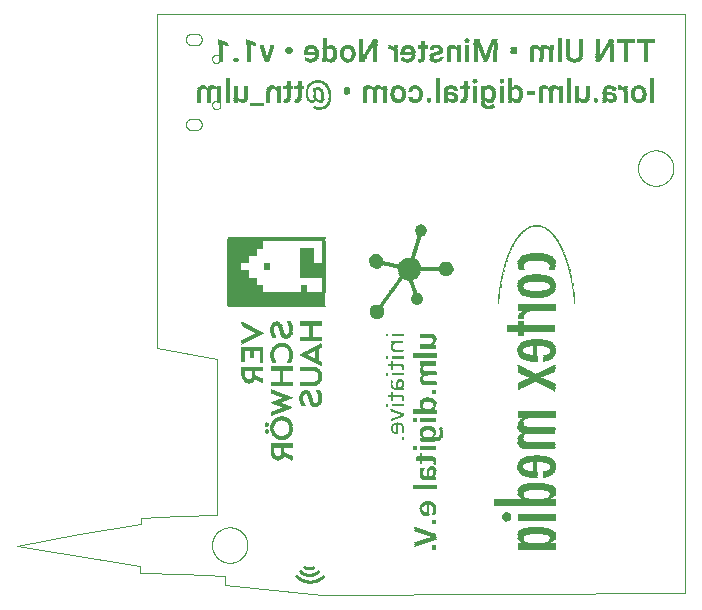
<source format=gbo>
G75*
%MOIN*%
%OFA0B0*%
%FSLAX25Y25*%
%IPPOS*%
%LPD*%
%AMOC8*
5,1,8,0,0,1.08239X$1,22.5*
%
%ADD10C,0.00000*%
%ADD11R,0.01330X0.00167*%
%ADD12R,0.12340X0.00167*%
%ADD13R,0.01330X0.00166*%
%ADD14R,0.12340X0.00166*%
%ADD15R,0.00340X0.00167*%
%ADD16R,0.00840X0.00166*%
%ADD17R,0.01340X0.00167*%
%ADD18R,0.01840X0.00167*%
%ADD19R,0.02340X0.00166*%
%ADD20R,0.02840X0.00167*%
%ADD21R,0.03340X0.00167*%
%ADD22R,0.04670X0.00167*%
%ADD23R,0.03840X0.00166*%
%ADD24R,0.02000X0.00166*%
%ADD25R,0.01840X0.00166*%
%ADD26R,0.03840X0.00167*%
%ADD27R,0.01670X0.00167*%
%ADD28R,0.01500X0.00167*%
%ADD29R,0.01500X0.00166*%
%ADD30R,0.01670X0.00166*%
%ADD31R,0.03670X0.00167*%
%ADD32R,0.03170X0.00167*%
%ADD33R,0.02670X0.00166*%
%ADD34R,0.01830X0.00166*%
%ADD35R,0.02170X0.00167*%
%ADD36R,0.02000X0.00167*%
%ADD37R,0.02160X0.00167*%
%ADD38R,0.02500X0.00167*%
%ADD39R,0.02330X0.00167*%
%ADD40R,0.03000X0.00166*%
%ADD41R,0.02660X0.00166*%
%ADD42R,0.03500X0.00167*%
%ADD43R,0.03160X0.00167*%
%ADD44R,0.04000X0.00167*%
%ADD45R,0.04160X0.00167*%
%ADD46R,0.04330X0.00167*%
%ADD47R,0.04000X0.00166*%
%ADD48R,0.12660X0.00166*%
%ADD49R,0.04170X0.00167*%
%ADD50R,0.04170X0.00166*%
%ADD51R,0.12000X0.00166*%
%ADD52R,0.11830X0.00167*%
%ADD53R,0.11500X0.00167*%
%ADD54R,0.03670X0.00166*%
%ADD55R,0.11170X0.00166*%
%ADD56R,0.10660X0.00167*%
%ADD57R,0.02670X0.00167*%
%ADD58R,0.10170X0.00167*%
%ADD59R,0.02170X0.00166*%
%ADD60R,0.09500X0.00166*%
%ADD61R,0.08500X0.00167*%
%ADD62R,0.07500X0.00167*%
%ADD63R,0.05500X0.00166*%
%ADD64R,0.00330X0.00167*%
%ADD65R,0.00830X0.00167*%
%ADD66R,0.01660X0.00167*%
%ADD67R,0.02340X0.00167*%
%ADD68R,0.02660X0.00167*%
%ADD69R,0.02830X0.00167*%
%ADD70R,0.03000X0.00167*%
%ADD71R,0.01340X0.00166*%
%ADD72R,0.02830X0.00166*%
%ADD73R,0.01000X0.00167*%
%ADD74R,0.01000X0.00166*%
%ADD75R,0.02840X0.00166*%
%ADD76R,0.00840X0.00167*%
%ADD77R,0.00830X0.00166*%
%ADD78R,0.01170X0.00166*%
%ADD79R,0.01160X0.00167*%
%ADD80R,0.01170X0.00167*%
%ADD81R,0.01660X0.00166*%
%ADD82R,0.20340X0.00166*%
%ADD83R,0.20340X0.00167*%
%ADD84R,0.04330X0.00166*%
%ADD85R,0.01830X0.00167*%
%ADD86R,0.02330X0.00166*%
%ADD87R,0.03830X0.00166*%
%ADD88R,0.12660X0.00167*%
%ADD89R,0.07670X0.00166*%
%ADD90R,0.07670X0.00167*%
%ADD91R,0.12000X0.00167*%
%ADD92R,0.11660X0.00166*%
%ADD93R,0.11340X0.00167*%
%ADD94R,0.10830X0.00167*%
%ADD95R,0.10340X0.00166*%
%ADD96R,0.09660X0.00167*%
%ADD97R,0.08830X0.00167*%
%ADD98R,0.07830X0.00166*%
%ADD99R,0.06170X0.00167*%
%ADD100R,0.04500X0.00167*%
%ADD101R,0.04830X0.00167*%
%ADD102R,0.05000X0.00166*%
%ADD103R,0.05000X0.00167*%
%ADD104R,0.05170X0.00167*%
%ADD105R,0.04840X0.00166*%
%ADD106R,0.03660X0.00166*%
%ADD107R,0.00500X0.00167*%
%ADD108R,0.04660X0.00167*%
%ADD109R,0.01160X0.00166*%
%ADD110R,0.00500X0.00166*%
%ADD111R,0.00670X0.00166*%
%ADD112R,0.05330X0.00167*%
%ADD113R,0.05500X0.00167*%
%ADD114R,0.05660X0.00166*%
%ADD115R,0.03330X0.00166*%
%ADD116R,0.05830X0.00167*%
%ADD117R,0.06000X0.00167*%
%ADD118R,0.03660X0.00167*%
%ADD119R,0.06160X0.00166*%
%ADD120R,0.00670X0.00167*%
%ADD121R,0.06330X0.00167*%
%ADD122R,0.03830X0.00167*%
%ADD123R,0.03500X0.00166*%
%ADD124R,0.02500X0.00166*%
%ADD125R,0.02160X0.00166*%
%ADD126R,0.11660X0.00167*%
%ADD127R,0.00170X0.00166*%
%ADD128R,0.06830X0.00166*%
%ADD129R,0.11340X0.00166*%
%ADD130R,0.06670X0.00167*%
%ADD131R,0.11000X0.00167*%
%ADD132R,0.06500X0.00167*%
%ADD133R,0.10500X0.00167*%
%ADD134R,0.06500X0.00166*%
%ADD135R,0.10000X0.00166*%
%ADD136R,0.09500X0.00167*%
%ADD137R,0.05830X0.00166*%
%ADD138R,0.08000X0.00166*%
%ADD139R,0.05160X0.00167*%
%ADD140R,0.07000X0.00167*%
%ADD141R,0.04340X0.00167*%
%ADD142R,0.05330X0.00166*%
%ADD143R,0.09840X0.00167*%
%ADD144R,0.11000X0.00166*%
%ADD145R,0.07170X0.00167*%
%ADD146R,0.11670X0.00167*%
%ADD147R,0.07170X0.00166*%
%ADD148R,0.11840X0.00166*%
%ADD149R,0.12170X0.00167*%
%ADD150R,0.12170X0.00166*%
%ADD151R,0.12500X0.00166*%
%ADD152R,0.12500X0.00167*%
%ADD153R,0.04840X0.00167*%
%ADD154R,0.05840X0.00166*%
%ADD155R,0.06340X0.00167*%
%ADD156R,0.06840X0.00166*%
%ADD157R,0.04340X0.00166*%
%ADD158R,0.00660X0.00167*%
%ADD159R,0.10840X0.00166*%
%ADD160R,0.10840X0.00167*%
%ADD161R,0.11500X0.00166*%
%ADD162R,0.11840X0.00167*%
%ADD163R,0.04500X0.00166*%
%ADD164R,0.00340X0.00166*%
%ADD165R,0.00660X0.00166*%
%ADD166R,0.00330X0.00166*%
%ADD167R,0.05170X0.00166*%
%ADD168R,0.03170X0.00166*%
%ADD169R,0.03330X0.00167*%
%ADD170R,0.03160X0.00166*%
%ADD171R,0.04670X0.00166*%
%ADD172R,0.03340X0.00166*%
%ADD173R,0.06160X0.00167*%
%ADD174R,0.06330X0.00166*%
%ADD175R,0.06660X0.00167*%
%ADD176R,0.05340X0.00167*%
%ADD177R,0.05340X0.00166*%
%ADD178R,0.09160X0.00167*%
%ADD179R,0.08500X0.00166*%
%ADD180R,0.04160X0.00166*%
%ADD181R,0.06170X0.00166*%
%ADD182R,0.06000X0.00166*%
%ADD183R,0.08170X0.00166*%
%ADD184R,0.09170X0.00167*%
%ADD185R,0.07160X0.00166*%
%ADD186R,0.06660X0.00166*%
%ADD187R,0.07160X0.00167*%
%ADD188R,0.05660X0.00167*%
%ADD189R,0.05160X0.00166*%
%ADD190R,0.00170X0.00167*%
%ADD191R,0.04660X0.00166*%
%ADD192R,0.00160X0.00167*%
%ADD193R,0.10660X0.00166*%
%ADD194R,0.10340X0.00167*%
%ADD195R,0.09170X0.00166*%
%ADD196R,0.08340X0.00167*%
%ADD197R,0.07340X0.00167*%
%ADD198R,0.15840X0.00167*%
%ADD199R,0.15840X0.00166*%
%ADD200R,0.32670X0.00167*%
%ADD201R,0.32840X0.00166*%
%ADD202R,0.32840X0.00167*%
%ADD203R,0.06340X0.00166*%
%ADD204R,0.07660X0.00167*%
%ADD205R,0.09670X0.00166*%
%ADD206R,0.09670X0.00167*%
%ADD207R,0.05670X0.00166*%
%ADD208R,0.10000X0.00167*%
%ADD209R,0.09340X0.00166*%
%ADD210R,0.08660X0.00167*%
%ADD211R,0.08000X0.00167*%
%ADD212R,0.07000X0.00166*%
%ADD213R,0.06830X0.00167*%
%ADD214R,0.07330X0.00166*%
%ADD215R,0.07330X0.00167*%
%ADD216R,0.07500X0.00166*%
%ADD217R,0.18340X0.00167*%
%ADD218R,0.18340X0.00166*%
%ADD219R,0.18500X0.00167*%
%ADD220R,0.18840X0.00166*%
%ADD221R,0.19500X0.00167*%
%ADD222R,0.20170X0.00167*%
%ADD223R,0.11330X0.00167*%
%ADD224R,0.09330X0.00167*%
%ADD225R,0.08670X0.00167*%
%ADD226R,0.04830X0.00166*%
%ADD227R,0.05670X0.00167*%
%ADD228R,0.09660X0.00166*%
%ADD229R,0.32500X0.00166*%
%ADD230R,0.32340X0.00167*%
%ADD231R,0.07830X0.00167*%
%ADD232R,0.07840X0.00167*%
%ADD233R,0.07660X0.00166*%
%ADD234R,0.07840X0.00166*%
%ADD235C,0.01000*%
D10*
X0005457Y0022435D02*
X0026291Y0026394D01*
X0046791Y0030019D01*
X0046860Y0031852D01*
X0046930Y0032019D01*
X0059694Y0032505D01*
X0072124Y0032991D01*
X0072100Y0032985D02*
X0072125Y0058990D01*
X0072124Y0058963D02*
X0072124Y0084935D01*
X0052124Y0088685D01*
X0052124Y0199797D01*
X0228374Y0199797D01*
X0228374Y0006741D01*
X0167819Y0006394D01*
X0107263Y0006047D01*
X0074902Y0009419D01*
X0074902Y0012574D01*
X0060805Y0013130D01*
X0046707Y0013685D01*
X0046707Y0015908D01*
X0005457Y0022435D01*
X0070553Y0022850D02*
X0070555Y0023003D01*
X0070561Y0023157D01*
X0070571Y0023310D01*
X0070585Y0023462D01*
X0070603Y0023615D01*
X0070625Y0023766D01*
X0070650Y0023917D01*
X0070680Y0024068D01*
X0070714Y0024218D01*
X0070751Y0024366D01*
X0070792Y0024514D01*
X0070837Y0024660D01*
X0070886Y0024806D01*
X0070939Y0024950D01*
X0070995Y0025092D01*
X0071055Y0025233D01*
X0071119Y0025373D01*
X0071186Y0025511D01*
X0071257Y0025647D01*
X0071332Y0025781D01*
X0071409Y0025913D01*
X0071491Y0026043D01*
X0071575Y0026171D01*
X0071663Y0026297D01*
X0071754Y0026420D01*
X0071848Y0026541D01*
X0071946Y0026659D01*
X0072046Y0026775D01*
X0072150Y0026888D01*
X0072256Y0026999D01*
X0072365Y0027107D01*
X0072477Y0027212D01*
X0072591Y0027313D01*
X0072709Y0027412D01*
X0072828Y0027508D01*
X0072950Y0027601D01*
X0073075Y0027690D01*
X0073202Y0027777D01*
X0073331Y0027859D01*
X0073462Y0027939D01*
X0073595Y0028015D01*
X0073730Y0028088D01*
X0073867Y0028157D01*
X0074006Y0028222D01*
X0074146Y0028284D01*
X0074288Y0028342D01*
X0074431Y0028397D01*
X0074576Y0028448D01*
X0074722Y0028495D01*
X0074869Y0028538D01*
X0075017Y0028577D01*
X0075166Y0028613D01*
X0075316Y0028644D01*
X0075467Y0028672D01*
X0075618Y0028696D01*
X0075771Y0028716D01*
X0075923Y0028732D01*
X0076076Y0028744D01*
X0076229Y0028752D01*
X0076382Y0028756D01*
X0076536Y0028756D01*
X0076689Y0028752D01*
X0076842Y0028744D01*
X0076995Y0028732D01*
X0077147Y0028716D01*
X0077300Y0028696D01*
X0077451Y0028672D01*
X0077602Y0028644D01*
X0077752Y0028613D01*
X0077901Y0028577D01*
X0078049Y0028538D01*
X0078196Y0028495D01*
X0078342Y0028448D01*
X0078487Y0028397D01*
X0078630Y0028342D01*
X0078772Y0028284D01*
X0078912Y0028222D01*
X0079051Y0028157D01*
X0079188Y0028088D01*
X0079323Y0028015D01*
X0079456Y0027939D01*
X0079587Y0027859D01*
X0079716Y0027777D01*
X0079843Y0027690D01*
X0079968Y0027601D01*
X0080090Y0027508D01*
X0080209Y0027412D01*
X0080327Y0027313D01*
X0080441Y0027212D01*
X0080553Y0027107D01*
X0080662Y0026999D01*
X0080768Y0026888D01*
X0080872Y0026775D01*
X0080972Y0026659D01*
X0081070Y0026541D01*
X0081164Y0026420D01*
X0081255Y0026297D01*
X0081343Y0026171D01*
X0081427Y0026043D01*
X0081509Y0025913D01*
X0081586Y0025781D01*
X0081661Y0025647D01*
X0081732Y0025511D01*
X0081799Y0025373D01*
X0081863Y0025233D01*
X0081923Y0025092D01*
X0081979Y0024950D01*
X0082032Y0024806D01*
X0082081Y0024660D01*
X0082126Y0024514D01*
X0082167Y0024366D01*
X0082204Y0024218D01*
X0082238Y0024068D01*
X0082268Y0023917D01*
X0082293Y0023766D01*
X0082315Y0023615D01*
X0082333Y0023462D01*
X0082347Y0023310D01*
X0082357Y0023157D01*
X0082363Y0023003D01*
X0082365Y0022850D01*
X0082363Y0022697D01*
X0082357Y0022543D01*
X0082347Y0022390D01*
X0082333Y0022238D01*
X0082315Y0022085D01*
X0082293Y0021934D01*
X0082268Y0021783D01*
X0082238Y0021632D01*
X0082204Y0021482D01*
X0082167Y0021334D01*
X0082126Y0021186D01*
X0082081Y0021040D01*
X0082032Y0020894D01*
X0081979Y0020750D01*
X0081923Y0020608D01*
X0081863Y0020467D01*
X0081799Y0020327D01*
X0081732Y0020189D01*
X0081661Y0020053D01*
X0081586Y0019919D01*
X0081509Y0019787D01*
X0081427Y0019657D01*
X0081343Y0019529D01*
X0081255Y0019403D01*
X0081164Y0019280D01*
X0081070Y0019159D01*
X0080972Y0019041D01*
X0080872Y0018925D01*
X0080768Y0018812D01*
X0080662Y0018701D01*
X0080553Y0018593D01*
X0080441Y0018488D01*
X0080327Y0018387D01*
X0080209Y0018288D01*
X0080090Y0018192D01*
X0079968Y0018099D01*
X0079843Y0018010D01*
X0079716Y0017923D01*
X0079587Y0017841D01*
X0079456Y0017761D01*
X0079323Y0017685D01*
X0079188Y0017612D01*
X0079051Y0017543D01*
X0078912Y0017478D01*
X0078772Y0017416D01*
X0078630Y0017358D01*
X0078487Y0017303D01*
X0078342Y0017252D01*
X0078196Y0017205D01*
X0078049Y0017162D01*
X0077901Y0017123D01*
X0077752Y0017087D01*
X0077602Y0017056D01*
X0077451Y0017028D01*
X0077300Y0017004D01*
X0077147Y0016984D01*
X0076995Y0016968D01*
X0076842Y0016956D01*
X0076689Y0016948D01*
X0076536Y0016944D01*
X0076382Y0016944D01*
X0076229Y0016948D01*
X0076076Y0016956D01*
X0075923Y0016968D01*
X0075771Y0016984D01*
X0075618Y0017004D01*
X0075467Y0017028D01*
X0075316Y0017056D01*
X0075166Y0017087D01*
X0075017Y0017123D01*
X0074869Y0017162D01*
X0074722Y0017205D01*
X0074576Y0017252D01*
X0074431Y0017303D01*
X0074288Y0017358D01*
X0074146Y0017416D01*
X0074006Y0017478D01*
X0073867Y0017543D01*
X0073730Y0017612D01*
X0073595Y0017685D01*
X0073462Y0017761D01*
X0073331Y0017841D01*
X0073202Y0017923D01*
X0073075Y0018010D01*
X0072950Y0018099D01*
X0072828Y0018192D01*
X0072709Y0018288D01*
X0072591Y0018387D01*
X0072477Y0018488D01*
X0072365Y0018593D01*
X0072256Y0018701D01*
X0072150Y0018812D01*
X0072046Y0018925D01*
X0071946Y0019041D01*
X0071848Y0019159D01*
X0071754Y0019280D01*
X0071663Y0019403D01*
X0071575Y0019529D01*
X0071491Y0019657D01*
X0071409Y0019787D01*
X0071332Y0019919D01*
X0071257Y0020053D01*
X0071186Y0020189D01*
X0071119Y0020327D01*
X0071055Y0020467D01*
X0070995Y0020608D01*
X0070939Y0020750D01*
X0070886Y0020894D01*
X0070837Y0021040D01*
X0070792Y0021186D01*
X0070751Y0021334D01*
X0070714Y0021482D01*
X0070680Y0021632D01*
X0070650Y0021783D01*
X0070625Y0021934D01*
X0070603Y0022085D01*
X0070585Y0022238D01*
X0070571Y0022390D01*
X0070561Y0022543D01*
X0070555Y0022697D01*
X0070553Y0022850D01*
X0212539Y0148504D02*
X0212541Y0148657D01*
X0212547Y0148811D01*
X0212557Y0148964D01*
X0212571Y0149116D01*
X0212589Y0149269D01*
X0212611Y0149420D01*
X0212636Y0149571D01*
X0212666Y0149722D01*
X0212700Y0149872D01*
X0212737Y0150020D01*
X0212778Y0150168D01*
X0212823Y0150314D01*
X0212872Y0150460D01*
X0212925Y0150604D01*
X0212981Y0150746D01*
X0213041Y0150887D01*
X0213105Y0151027D01*
X0213172Y0151165D01*
X0213243Y0151301D01*
X0213318Y0151435D01*
X0213395Y0151567D01*
X0213477Y0151697D01*
X0213561Y0151825D01*
X0213649Y0151951D01*
X0213740Y0152074D01*
X0213834Y0152195D01*
X0213932Y0152313D01*
X0214032Y0152429D01*
X0214136Y0152542D01*
X0214242Y0152653D01*
X0214351Y0152761D01*
X0214463Y0152866D01*
X0214577Y0152967D01*
X0214695Y0153066D01*
X0214814Y0153162D01*
X0214936Y0153255D01*
X0215061Y0153344D01*
X0215188Y0153431D01*
X0215317Y0153513D01*
X0215448Y0153593D01*
X0215581Y0153669D01*
X0215716Y0153742D01*
X0215853Y0153811D01*
X0215992Y0153876D01*
X0216132Y0153938D01*
X0216274Y0153996D01*
X0216417Y0154051D01*
X0216562Y0154102D01*
X0216708Y0154149D01*
X0216855Y0154192D01*
X0217003Y0154231D01*
X0217152Y0154267D01*
X0217302Y0154298D01*
X0217453Y0154326D01*
X0217604Y0154350D01*
X0217757Y0154370D01*
X0217909Y0154386D01*
X0218062Y0154398D01*
X0218215Y0154406D01*
X0218368Y0154410D01*
X0218522Y0154410D01*
X0218675Y0154406D01*
X0218828Y0154398D01*
X0218981Y0154386D01*
X0219133Y0154370D01*
X0219286Y0154350D01*
X0219437Y0154326D01*
X0219588Y0154298D01*
X0219738Y0154267D01*
X0219887Y0154231D01*
X0220035Y0154192D01*
X0220182Y0154149D01*
X0220328Y0154102D01*
X0220473Y0154051D01*
X0220616Y0153996D01*
X0220758Y0153938D01*
X0220898Y0153876D01*
X0221037Y0153811D01*
X0221174Y0153742D01*
X0221309Y0153669D01*
X0221442Y0153593D01*
X0221573Y0153513D01*
X0221702Y0153431D01*
X0221829Y0153344D01*
X0221954Y0153255D01*
X0222076Y0153162D01*
X0222195Y0153066D01*
X0222313Y0152967D01*
X0222427Y0152866D01*
X0222539Y0152761D01*
X0222648Y0152653D01*
X0222754Y0152542D01*
X0222858Y0152429D01*
X0222958Y0152313D01*
X0223056Y0152195D01*
X0223150Y0152074D01*
X0223241Y0151951D01*
X0223329Y0151825D01*
X0223413Y0151697D01*
X0223495Y0151567D01*
X0223572Y0151435D01*
X0223647Y0151301D01*
X0223718Y0151165D01*
X0223785Y0151027D01*
X0223849Y0150887D01*
X0223909Y0150746D01*
X0223965Y0150604D01*
X0224018Y0150460D01*
X0224067Y0150314D01*
X0224112Y0150168D01*
X0224153Y0150020D01*
X0224190Y0149872D01*
X0224224Y0149722D01*
X0224254Y0149571D01*
X0224279Y0149420D01*
X0224301Y0149269D01*
X0224319Y0149116D01*
X0224333Y0148964D01*
X0224343Y0148811D01*
X0224349Y0148657D01*
X0224351Y0148504D01*
X0224349Y0148351D01*
X0224343Y0148197D01*
X0224333Y0148044D01*
X0224319Y0147892D01*
X0224301Y0147739D01*
X0224279Y0147588D01*
X0224254Y0147437D01*
X0224224Y0147286D01*
X0224190Y0147136D01*
X0224153Y0146988D01*
X0224112Y0146840D01*
X0224067Y0146694D01*
X0224018Y0146548D01*
X0223965Y0146404D01*
X0223909Y0146262D01*
X0223849Y0146121D01*
X0223785Y0145981D01*
X0223718Y0145843D01*
X0223647Y0145707D01*
X0223572Y0145573D01*
X0223495Y0145441D01*
X0223413Y0145311D01*
X0223329Y0145183D01*
X0223241Y0145057D01*
X0223150Y0144934D01*
X0223056Y0144813D01*
X0222958Y0144695D01*
X0222858Y0144579D01*
X0222754Y0144466D01*
X0222648Y0144355D01*
X0222539Y0144247D01*
X0222427Y0144142D01*
X0222313Y0144041D01*
X0222195Y0143942D01*
X0222076Y0143846D01*
X0221954Y0143753D01*
X0221829Y0143664D01*
X0221702Y0143577D01*
X0221573Y0143495D01*
X0221442Y0143415D01*
X0221309Y0143339D01*
X0221174Y0143266D01*
X0221037Y0143197D01*
X0220898Y0143132D01*
X0220758Y0143070D01*
X0220616Y0143012D01*
X0220473Y0142957D01*
X0220328Y0142906D01*
X0220182Y0142859D01*
X0220035Y0142816D01*
X0219887Y0142777D01*
X0219738Y0142741D01*
X0219588Y0142710D01*
X0219437Y0142682D01*
X0219286Y0142658D01*
X0219133Y0142638D01*
X0218981Y0142622D01*
X0218828Y0142610D01*
X0218675Y0142602D01*
X0218522Y0142598D01*
X0218368Y0142598D01*
X0218215Y0142602D01*
X0218062Y0142610D01*
X0217909Y0142622D01*
X0217757Y0142638D01*
X0217604Y0142658D01*
X0217453Y0142682D01*
X0217302Y0142710D01*
X0217152Y0142741D01*
X0217003Y0142777D01*
X0216855Y0142816D01*
X0216708Y0142859D01*
X0216562Y0142906D01*
X0216417Y0142957D01*
X0216274Y0143012D01*
X0216132Y0143070D01*
X0215992Y0143132D01*
X0215853Y0143197D01*
X0215716Y0143266D01*
X0215581Y0143339D01*
X0215448Y0143415D01*
X0215317Y0143495D01*
X0215188Y0143577D01*
X0215061Y0143664D01*
X0214936Y0143753D01*
X0214814Y0143846D01*
X0214695Y0143942D01*
X0214577Y0144041D01*
X0214463Y0144142D01*
X0214351Y0144247D01*
X0214242Y0144355D01*
X0214136Y0144466D01*
X0214032Y0144579D01*
X0213932Y0144695D01*
X0213834Y0144813D01*
X0213740Y0144934D01*
X0213649Y0145057D01*
X0213561Y0145183D01*
X0213477Y0145311D01*
X0213395Y0145441D01*
X0213318Y0145573D01*
X0213243Y0145707D01*
X0213172Y0145843D01*
X0213105Y0145981D01*
X0213041Y0146121D01*
X0212981Y0146262D01*
X0212925Y0146404D01*
X0212872Y0146548D01*
X0212823Y0146694D01*
X0212778Y0146840D01*
X0212737Y0146988D01*
X0212700Y0147136D01*
X0212666Y0147286D01*
X0212636Y0147437D01*
X0212611Y0147588D01*
X0212589Y0147739D01*
X0212571Y0147892D01*
X0212557Y0148044D01*
X0212547Y0148197D01*
X0212541Y0148351D01*
X0212539Y0148504D01*
X0070603Y0169543D02*
X0070605Y0169617D01*
X0070611Y0169691D01*
X0070621Y0169764D01*
X0070635Y0169837D01*
X0070652Y0169909D01*
X0070674Y0169979D01*
X0070699Y0170049D01*
X0070728Y0170117D01*
X0070761Y0170183D01*
X0070797Y0170248D01*
X0070837Y0170310D01*
X0070879Y0170371D01*
X0070925Y0170429D01*
X0070974Y0170484D01*
X0071026Y0170537D01*
X0071081Y0170587D01*
X0071138Y0170633D01*
X0071198Y0170677D01*
X0071260Y0170717D01*
X0071324Y0170754D01*
X0071390Y0170788D01*
X0071458Y0170818D01*
X0071527Y0170844D01*
X0071598Y0170867D01*
X0071669Y0170885D01*
X0071742Y0170900D01*
X0071815Y0170911D01*
X0071889Y0170918D01*
X0071963Y0170921D01*
X0072036Y0170920D01*
X0072110Y0170915D01*
X0072184Y0170906D01*
X0072257Y0170893D01*
X0072329Y0170876D01*
X0072400Y0170856D01*
X0072470Y0170831D01*
X0072538Y0170803D01*
X0072605Y0170772D01*
X0072670Y0170736D01*
X0072733Y0170698D01*
X0072794Y0170656D01*
X0072853Y0170610D01*
X0072909Y0170562D01*
X0072962Y0170511D01*
X0073012Y0170457D01*
X0073060Y0170400D01*
X0073104Y0170341D01*
X0073146Y0170279D01*
X0073184Y0170216D01*
X0073218Y0170150D01*
X0073249Y0170083D01*
X0073276Y0170014D01*
X0073299Y0169944D01*
X0073319Y0169873D01*
X0073335Y0169800D01*
X0073347Y0169727D01*
X0073355Y0169654D01*
X0073359Y0169580D01*
X0073359Y0169506D01*
X0073355Y0169432D01*
X0073347Y0169359D01*
X0073335Y0169286D01*
X0073319Y0169213D01*
X0073299Y0169142D01*
X0073276Y0169072D01*
X0073249Y0169003D01*
X0073218Y0168936D01*
X0073184Y0168870D01*
X0073146Y0168807D01*
X0073104Y0168745D01*
X0073060Y0168686D01*
X0073012Y0168629D01*
X0072962Y0168575D01*
X0072909Y0168524D01*
X0072853Y0168476D01*
X0072794Y0168430D01*
X0072733Y0168388D01*
X0072670Y0168350D01*
X0072605Y0168314D01*
X0072538Y0168283D01*
X0072470Y0168255D01*
X0072400Y0168230D01*
X0072329Y0168210D01*
X0072257Y0168193D01*
X0072184Y0168180D01*
X0072110Y0168171D01*
X0072036Y0168166D01*
X0071963Y0168165D01*
X0071889Y0168168D01*
X0071815Y0168175D01*
X0071742Y0168186D01*
X0071669Y0168201D01*
X0071598Y0168219D01*
X0071527Y0168242D01*
X0071458Y0168268D01*
X0071390Y0168298D01*
X0071324Y0168332D01*
X0071260Y0168369D01*
X0071198Y0168409D01*
X0071138Y0168453D01*
X0071081Y0168499D01*
X0071026Y0168549D01*
X0070974Y0168602D01*
X0070925Y0168657D01*
X0070879Y0168715D01*
X0070837Y0168776D01*
X0070797Y0168838D01*
X0070761Y0168903D01*
X0070728Y0168969D01*
X0070699Y0169037D01*
X0070674Y0169107D01*
X0070652Y0169177D01*
X0070635Y0169249D01*
X0070621Y0169322D01*
X0070611Y0169395D01*
X0070605Y0169469D01*
X0070603Y0169543D01*
X0065681Y0164819D02*
X0063319Y0164819D01*
X0063242Y0164807D01*
X0063166Y0164792D01*
X0063090Y0164773D01*
X0063016Y0164750D01*
X0062942Y0164724D01*
X0062871Y0164694D01*
X0062800Y0164660D01*
X0062732Y0164624D01*
X0062665Y0164583D01*
X0062600Y0164540D01*
X0062538Y0164494D01*
X0062477Y0164444D01*
X0062420Y0164392D01*
X0062365Y0164336D01*
X0062313Y0164279D01*
X0062263Y0164218D01*
X0062217Y0164156D01*
X0062174Y0164091D01*
X0062134Y0164024D01*
X0062097Y0163955D01*
X0062064Y0163885D01*
X0062034Y0163813D01*
X0062008Y0163739D01*
X0061986Y0163665D01*
X0061967Y0163589D01*
X0061952Y0163513D01*
X0061941Y0163436D01*
X0061933Y0163358D01*
X0061929Y0163280D01*
X0061930Y0163202D01*
X0061933Y0163125D01*
X0061941Y0163047D01*
X0061941Y0163048D02*
X0061933Y0162970D01*
X0061930Y0162893D01*
X0061929Y0162815D01*
X0061933Y0162737D01*
X0061941Y0162659D01*
X0061952Y0162582D01*
X0061967Y0162506D01*
X0061986Y0162430D01*
X0062008Y0162356D01*
X0062034Y0162282D01*
X0062064Y0162210D01*
X0062097Y0162140D01*
X0062134Y0162071D01*
X0062174Y0162004D01*
X0062217Y0161939D01*
X0062263Y0161877D01*
X0062313Y0161816D01*
X0062365Y0161759D01*
X0062420Y0161703D01*
X0062477Y0161651D01*
X0062538Y0161601D01*
X0062600Y0161555D01*
X0062665Y0161512D01*
X0062732Y0161471D01*
X0062800Y0161435D01*
X0062871Y0161401D01*
X0062942Y0161371D01*
X0063016Y0161345D01*
X0063090Y0161322D01*
X0063166Y0161303D01*
X0063242Y0161288D01*
X0063319Y0161276D01*
X0065681Y0161276D01*
X0065682Y0161276D02*
X0065759Y0161288D01*
X0065835Y0161303D01*
X0065911Y0161322D01*
X0065985Y0161345D01*
X0066059Y0161371D01*
X0066130Y0161401D01*
X0066201Y0161435D01*
X0066269Y0161471D01*
X0066336Y0161512D01*
X0066401Y0161555D01*
X0066463Y0161601D01*
X0066524Y0161651D01*
X0066581Y0161703D01*
X0066636Y0161759D01*
X0066688Y0161816D01*
X0066738Y0161877D01*
X0066784Y0161939D01*
X0066827Y0162004D01*
X0066867Y0162071D01*
X0066904Y0162140D01*
X0066937Y0162210D01*
X0066967Y0162282D01*
X0066993Y0162356D01*
X0067015Y0162430D01*
X0067034Y0162506D01*
X0067049Y0162582D01*
X0067060Y0162659D01*
X0067068Y0162737D01*
X0067072Y0162815D01*
X0067071Y0162893D01*
X0067068Y0162970D01*
X0067060Y0163048D01*
X0067060Y0163047D02*
X0067068Y0163125D01*
X0067071Y0163202D01*
X0067072Y0163280D01*
X0067068Y0163358D01*
X0067060Y0163436D01*
X0067049Y0163513D01*
X0067034Y0163589D01*
X0067015Y0163665D01*
X0066993Y0163739D01*
X0066967Y0163813D01*
X0066937Y0163885D01*
X0066904Y0163955D01*
X0066867Y0164024D01*
X0066827Y0164091D01*
X0066784Y0164156D01*
X0066738Y0164218D01*
X0066688Y0164279D01*
X0066636Y0164336D01*
X0066581Y0164392D01*
X0066524Y0164444D01*
X0066463Y0164494D01*
X0066401Y0164540D01*
X0066336Y0164583D01*
X0066269Y0164624D01*
X0066201Y0164660D01*
X0066130Y0164694D01*
X0066059Y0164724D01*
X0065985Y0164750D01*
X0065911Y0164773D01*
X0065835Y0164792D01*
X0065759Y0164807D01*
X0065682Y0164819D01*
X0070603Y0184898D02*
X0070605Y0184972D01*
X0070611Y0185046D01*
X0070621Y0185119D01*
X0070635Y0185192D01*
X0070652Y0185264D01*
X0070674Y0185334D01*
X0070699Y0185404D01*
X0070728Y0185472D01*
X0070761Y0185538D01*
X0070797Y0185603D01*
X0070837Y0185665D01*
X0070879Y0185726D01*
X0070925Y0185784D01*
X0070974Y0185839D01*
X0071026Y0185892D01*
X0071081Y0185942D01*
X0071138Y0185988D01*
X0071198Y0186032D01*
X0071260Y0186072D01*
X0071324Y0186109D01*
X0071390Y0186143D01*
X0071458Y0186173D01*
X0071527Y0186199D01*
X0071598Y0186222D01*
X0071669Y0186240D01*
X0071742Y0186255D01*
X0071815Y0186266D01*
X0071889Y0186273D01*
X0071963Y0186276D01*
X0072036Y0186275D01*
X0072110Y0186270D01*
X0072184Y0186261D01*
X0072257Y0186248D01*
X0072329Y0186231D01*
X0072400Y0186211D01*
X0072470Y0186186D01*
X0072538Y0186158D01*
X0072605Y0186127D01*
X0072670Y0186091D01*
X0072733Y0186053D01*
X0072794Y0186011D01*
X0072853Y0185965D01*
X0072909Y0185917D01*
X0072962Y0185866D01*
X0073012Y0185812D01*
X0073060Y0185755D01*
X0073104Y0185696D01*
X0073146Y0185634D01*
X0073184Y0185571D01*
X0073218Y0185505D01*
X0073249Y0185438D01*
X0073276Y0185369D01*
X0073299Y0185299D01*
X0073319Y0185228D01*
X0073335Y0185155D01*
X0073347Y0185082D01*
X0073355Y0185009D01*
X0073359Y0184935D01*
X0073359Y0184861D01*
X0073355Y0184787D01*
X0073347Y0184714D01*
X0073335Y0184641D01*
X0073319Y0184568D01*
X0073299Y0184497D01*
X0073276Y0184427D01*
X0073249Y0184358D01*
X0073218Y0184291D01*
X0073184Y0184225D01*
X0073146Y0184162D01*
X0073104Y0184100D01*
X0073060Y0184041D01*
X0073012Y0183984D01*
X0072962Y0183930D01*
X0072909Y0183879D01*
X0072853Y0183831D01*
X0072794Y0183785D01*
X0072733Y0183743D01*
X0072670Y0183705D01*
X0072605Y0183669D01*
X0072538Y0183638D01*
X0072470Y0183610D01*
X0072400Y0183585D01*
X0072329Y0183565D01*
X0072257Y0183548D01*
X0072184Y0183535D01*
X0072110Y0183526D01*
X0072036Y0183521D01*
X0071963Y0183520D01*
X0071889Y0183523D01*
X0071815Y0183530D01*
X0071742Y0183541D01*
X0071669Y0183556D01*
X0071598Y0183574D01*
X0071527Y0183597D01*
X0071458Y0183623D01*
X0071390Y0183653D01*
X0071324Y0183687D01*
X0071260Y0183724D01*
X0071198Y0183764D01*
X0071138Y0183808D01*
X0071081Y0183854D01*
X0071026Y0183904D01*
X0070974Y0183957D01*
X0070925Y0184012D01*
X0070879Y0184070D01*
X0070837Y0184131D01*
X0070797Y0184193D01*
X0070761Y0184258D01*
X0070728Y0184324D01*
X0070699Y0184392D01*
X0070674Y0184462D01*
X0070652Y0184532D01*
X0070635Y0184604D01*
X0070621Y0184677D01*
X0070611Y0184750D01*
X0070605Y0184824D01*
X0070603Y0184898D01*
X0065681Y0189622D02*
X0063516Y0189622D01*
X0063442Y0189619D01*
X0063367Y0189620D01*
X0063292Y0189624D01*
X0063217Y0189633D01*
X0063143Y0189645D01*
X0063070Y0189661D01*
X0062997Y0189680D01*
X0062926Y0189703D01*
X0062856Y0189730D01*
X0062787Y0189760D01*
X0062720Y0189794D01*
X0062655Y0189831D01*
X0062592Y0189871D01*
X0062531Y0189914D01*
X0062472Y0189961D01*
X0062416Y0190010D01*
X0062362Y0190062D01*
X0062311Y0190117D01*
X0062262Y0190175D01*
X0062217Y0190234D01*
X0062175Y0190296D01*
X0062136Y0190360D01*
X0062100Y0190426D01*
X0062067Y0190494D01*
X0062038Y0190563D01*
X0062013Y0190634D01*
X0061991Y0190705D01*
X0061973Y0190778D01*
X0061959Y0190852D01*
X0061948Y0190926D01*
X0061941Y0191001D01*
X0061941Y0191000D02*
X0061941Y0191788D01*
X0061941Y0191787D02*
X0061948Y0191862D01*
X0061959Y0191936D01*
X0061973Y0192010D01*
X0061991Y0192083D01*
X0062013Y0192154D01*
X0062038Y0192225D01*
X0062067Y0192294D01*
X0062100Y0192362D01*
X0062136Y0192428D01*
X0062175Y0192492D01*
X0062217Y0192554D01*
X0062262Y0192613D01*
X0062311Y0192671D01*
X0062362Y0192726D01*
X0062416Y0192778D01*
X0062472Y0192827D01*
X0062531Y0192874D01*
X0062592Y0192917D01*
X0062655Y0192957D01*
X0062720Y0192994D01*
X0062787Y0193028D01*
X0062856Y0193058D01*
X0062926Y0193085D01*
X0062997Y0193108D01*
X0063070Y0193127D01*
X0063143Y0193143D01*
X0063217Y0193155D01*
X0063292Y0193164D01*
X0063367Y0193168D01*
X0063442Y0193169D01*
X0063516Y0193166D01*
X0063516Y0193165D02*
X0065681Y0193165D01*
X0065681Y0193166D02*
X0065753Y0193164D01*
X0065825Y0193158D01*
X0065897Y0193149D01*
X0065968Y0193136D01*
X0066038Y0193119D01*
X0066107Y0193099D01*
X0066175Y0193074D01*
X0066241Y0193047D01*
X0066307Y0193016D01*
X0066370Y0192981D01*
X0066432Y0192944D01*
X0066491Y0192903D01*
X0066548Y0192859D01*
X0066603Y0192812D01*
X0066655Y0192762D01*
X0066705Y0192710D01*
X0066752Y0192655D01*
X0066796Y0192598D01*
X0066837Y0192539D01*
X0066874Y0192477D01*
X0066909Y0192414D01*
X0066940Y0192348D01*
X0066967Y0192282D01*
X0066992Y0192214D01*
X0067012Y0192145D01*
X0067029Y0192075D01*
X0067042Y0192004D01*
X0067051Y0191932D01*
X0067057Y0191860D01*
X0067059Y0191788D01*
X0067059Y0191000D01*
X0067057Y0190928D01*
X0067051Y0190856D01*
X0067042Y0190784D01*
X0067029Y0190713D01*
X0067012Y0190643D01*
X0066992Y0190574D01*
X0066967Y0190506D01*
X0066940Y0190440D01*
X0066909Y0190374D01*
X0066874Y0190311D01*
X0066837Y0190249D01*
X0066796Y0190190D01*
X0066752Y0190133D01*
X0066705Y0190078D01*
X0066655Y0190026D01*
X0066603Y0189976D01*
X0066548Y0189929D01*
X0066491Y0189885D01*
X0066432Y0189844D01*
X0066370Y0189807D01*
X0066307Y0189772D01*
X0066241Y0189741D01*
X0066175Y0189714D01*
X0066107Y0189689D01*
X0066038Y0189669D01*
X0065968Y0189652D01*
X0065897Y0189639D01*
X0065825Y0189630D01*
X0065753Y0189624D01*
X0065681Y0189622D01*
D11*
X0073392Y0189353D03*
X0073392Y0189186D03*
X0073392Y0188853D03*
X0073392Y0188686D03*
X0073392Y0188353D03*
X0073392Y0188186D03*
X0073392Y0187853D03*
X0073392Y0187686D03*
X0073392Y0187353D03*
X0073392Y0187186D03*
X0073392Y0186853D03*
X0073392Y0186686D03*
X0073392Y0186353D03*
X0073392Y0186186D03*
X0073392Y0185853D03*
X0073392Y0185686D03*
X0073392Y0185353D03*
X0073392Y0185186D03*
X0073392Y0184853D03*
X0073392Y0184686D03*
X0073392Y0184353D03*
X0073392Y0184186D03*
X0073392Y0183853D03*
X0078392Y0184853D03*
X0087392Y0187853D03*
X0087562Y0187686D03*
X0087562Y0187353D03*
X0087392Y0188186D03*
X0087062Y0189186D03*
X0087892Y0186353D03*
X0088062Y0185853D03*
X0089562Y0185686D03*
X0089892Y0186686D03*
X0089892Y0186853D03*
X0090062Y0187186D03*
X0090062Y0187353D03*
X0090392Y0188186D03*
X0090392Y0188353D03*
X0090562Y0188853D03*
X0088892Y0183853D03*
X0090392Y0175853D03*
X0089392Y0174353D03*
X0089392Y0174186D03*
X0096062Y0174186D03*
X0096062Y0174353D03*
X0096062Y0174686D03*
X0096062Y0173853D03*
X0096062Y0173686D03*
X0096062Y0173353D03*
X0096062Y0173186D03*
X0096062Y0172853D03*
X0096062Y0172686D03*
X0096062Y0172353D03*
X0096062Y0172186D03*
X0096062Y0171853D03*
X0096062Y0176186D03*
X0096062Y0176353D03*
X0096062Y0176686D03*
X0096062Y0176853D03*
X0096062Y0177186D03*
X0103892Y0176686D03*
X0105062Y0171353D03*
X0115562Y0175186D03*
X0121562Y0174353D03*
X0121562Y0174186D03*
X0121562Y0173853D03*
X0121562Y0173686D03*
X0121562Y0173353D03*
X0121562Y0173186D03*
X0121562Y0172853D03*
X0121562Y0172686D03*
X0121562Y0172353D03*
X0121562Y0172186D03*
X0121562Y0171853D03*
X0121562Y0171686D03*
X0121562Y0171353D03*
X0121562Y0171186D03*
X0121562Y0170853D03*
X0121562Y0170686D03*
X0121562Y0170353D03*
X0124892Y0170353D03*
X0124892Y0170686D03*
X0124892Y0170853D03*
X0124892Y0171186D03*
X0124892Y0171353D03*
X0124892Y0171686D03*
X0124892Y0171853D03*
X0124892Y0172186D03*
X0124892Y0172353D03*
X0124892Y0172686D03*
X0124892Y0172853D03*
X0124892Y0173186D03*
X0124892Y0173353D03*
X0124892Y0173686D03*
X0124892Y0173853D03*
X0124892Y0174186D03*
X0130892Y0174353D03*
X0134392Y0173853D03*
X0134562Y0173186D03*
X0134562Y0172853D03*
X0134392Y0172353D03*
X0134392Y0172186D03*
X0139892Y0171853D03*
X0139892Y0171686D03*
X0140062Y0172186D03*
X0140062Y0172353D03*
X0140062Y0172686D03*
X0140062Y0172853D03*
X0140062Y0173186D03*
X0140062Y0173353D03*
X0140062Y0173686D03*
X0140062Y0173853D03*
X0139892Y0174353D03*
X0142892Y0171353D03*
X0148392Y0170353D03*
X0148562Y0171853D03*
X0148562Y0172186D03*
X0148562Y0172353D03*
X0148562Y0172686D03*
X0148562Y0172853D03*
X0148562Y0173686D03*
X0148562Y0173853D03*
X0148562Y0174186D03*
X0151892Y0172186D03*
X0151892Y0171853D03*
X0151892Y0171686D03*
X0155062Y0172186D03*
X0155062Y0172353D03*
X0155062Y0172686D03*
X0155062Y0172853D03*
X0155062Y0173186D03*
X0155062Y0173353D03*
X0155062Y0173686D03*
X0155062Y0173853D03*
X0155062Y0174186D03*
X0155062Y0174353D03*
X0155062Y0174686D03*
X0155062Y0176186D03*
X0155062Y0176353D03*
X0155062Y0176686D03*
X0155062Y0176853D03*
X0155062Y0177186D03*
X0158062Y0177686D03*
X0158062Y0175686D03*
X0158062Y0175353D03*
X0158062Y0175186D03*
X0158062Y0174853D03*
X0158062Y0174686D03*
X0158062Y0174353D03*
X0158062Y0174186D03*
X0158062Y0173853D03*
X0158062Y0173686D03*
X0158062Y0173353D03*
X0158062Y0173186D03*
X0158062Y0172853D03*
X0158062Y0172686D03*
X0158062Y0172353D03*
X0158062Y0172186D03*
X0158062Y0171853D03*
X0158062Y0171686D03*
X0158062Y0171353D03*
X0158062Y0171186D03*
X0158062Y0170853D03*
X0158062Y0170686D03*
X0158062Y0170353D03*
X0160892Y0170353D03*
X0160892Y0170186D03*
X0160892Y0169853D03*
X0160892Y0170686D03*
X0160892Y0171853D03*
X0160892Y0172186D03*
X0160892Y0172353D03*
X0160892Y0172686D03*
X0160892Y0172853D03*
X0160892Y0173186D03*
X0160892Y0173353D03*
X0160892Y0173686D03*
X0160892Y0173853D03*
X0160892Y0174186D03*
X0160892Y0174353D03*
X0164562Y0173353D03*
X0164562Y0173186D03*
X0164562Y0172853D03*
X0164562Y0172686D03*
X0164392Y0172186D03*
X0167062Y0172186D03*
X0167062Y0172353D03*
X0167062Y0172686D03*
X0167062Y0172853D03*
X0167062Y0173186D03*
X0167062Y0173353D03*
X0167062Y0173686D03*
X0167062Y0173853D03*
X0167062Y0174186D03*
X0167062Y0174353D03*
X0167062Y0174686D03*
X0167062Y0174853D03*
X0167062Y0175186D03*
X0167062Y0175353D03*
X0167062Y0175686D03*
X0167062Y0177686D03*
X0169892Y0177686D03*
X0169892Y0177853D03*
X0169892Y0178186D03*
X0169892Y0177353D03*
X0169892Y0177186D03*
X0169892Y0176853D03*
X0169892Y0176686D03*
X0169892Y0176353D03*
X0169892Y0176186D03*
X0169892Y0175853D03*
X0169892Y0175686D03*
X0169892Y0174186D03*
X0169892Y0173853D03*
X0169892Y0173686D03*
X0169892Y0173353D03*
X0169892Y0173186D03*
X0169892Y0172853D03*
X0169892Y0172686D03*
X0169892Y0172353D03*
X0169892Y0172186D03*
X0169892Y0171853D03*
X0173392Y0172186D03*
X0173392Y0172353D03*
X0173392Y0173686D03*
X0173392Y0173853D03*
X0167062Y0171853D03*
X0167062Y0171686D03*
X0167062Y0171353D03*
X0167062Y0171186D03*
X0167062Y0170853D03*
X0167062Y0170686D03*
X0167062Y0170353D03*
X0180062Y0170353D03*
X0180062Y0170686D03*
X0180062Y0170853D03*
X0180062Y0171186D03*
X0180062Y0171353D03*
X0180062Y0171686D03*
X0180062Y0171853D03*
X0180062Y0172186D03*
X0180062Y0172353D03*
X0180062Y0172686D03*
X0180062Y0172853D03*
X0180062Y0173186D03*
X0180062Y0173353D03*
X0180062Y0173686D03*
X0180062Y0173853D03*
X0183392Y0173853D03*
X0183392Y0173686D03*
X0183392Y0173353D03*
X0183392Y0173186D03*
X0183392Y0172853D03*
X0183392Y0172686D03*
X0183392Y0172353D03*
X0183392Y0172186D03*
X0183392Y0171853D03*
X0183392Y0171686D03*
X0183392Y0171353D03*
X0183392Y0171186D03*
X0183392Y0170853D03*
X0183392Y0170686D03*
X0183392Y0170353D03*
X0184392Y0175853D03*
X0189562Y0175853D03*
X0189562Y0175686D03*
X0189562Y0175353D03*
X0189562Y0175186D03*
X0189562Y0174853D03*
X0189562Y0174686D03*
X0189562Y0174353D03*
X0189562Y0174186D03*
X0189562Y0173853D03*
X0189562Y0173686D03*
X0189562Y0173353D03*
X0189562Y0173186D03*
X0189562Y0172853D03*
X0189562Y0172686D03*
X0189562Y0172353D03*
X0189562Y0172186D03*
X0189562Y0171853D03*
X0189562Y0171686D03*
X0189562Y0171353D03*
X0189562Y0171186D03*
X0189562Y0170853D03*
X0189562Y0170686D03*
X0189562Y0170353D03*
X0189562Y0176186D03*
X0189562Y0176353D03*
X0189562Y0176686D03*
X0189562Y0176853D03*
X0189562Y0177186D03*
X0189562Y0177353D03*
X0189562Y0177686D03*
X0189562Y0177853D03*
X0189562Y0178186D03*
X0186392Y0183853D03*
X0186392Y0184186D03*
X0186392Y0184353D03*
X0186392Y0184686D03*
X0186392Y0184853D03*
X0186392Y0185186D03*
X0186392Y0185353D03*
X0186392Y0185686D03*
X0186392Y0185853D03*
X0186392Y0186186D03*
X0186392Y0186353D03*
X0186392Y0186686D03*
X0186392Y0186853D03*
X0186392Y0187186D03*
X0186392Y0187353D03*
X0186392Y0187686D03*
X0186392Y0187853D03*
X0186392Y0188186D03*
X0186392Y0188353D03*
X0186392Y0188686D03*
X0186392Y0188853D03*
X0186392Y0189186D03*
X0186392Y0189353D03*
X0186392Y0189686D03*
X0186392Y0189853D03*
X0186392Y0190186D03*
X0186392Y0190353D03*
X0186392Y0190686D03*
X0186392Y0190853D03*
X0186392Y0191186D03*
X0186392Y0191353D03*
X0193562Y0191186D03*
X0193562Y0190853D03*
X0193562Y0190686D03*
X0193562Y0190353D03*
X0193562Y0190186D03*
X0193562Y0189853D03*
X0193562Y0189686D03*
X0193562Y0189353D03*
X0193562Y0189186D03*
X0193562Y0188853D03*
X0193562Y0188686D03*
X0193562Y0188353D03*
X0193562Y0188186D03*
X0193562Y0187853D03*
X0193562Y0187686D03*
X0193562Y0187353D03*
X0193562Y0187186D03*
X0193562Y0186853D03*
X0193562Y0186686D03*
X0193562Y0186353D03*
X0201062Y0186853D03*
X0201562Y0187686D03*
X0201892Y0188186D03*
X0208562Y0188186D03*
X0208562Y0188353D03*
X0208562Y0188686D03*
X0208562Y0188853D03*
X0208562Y0189186D03*
X0208562Y0189353D03*
X0208562Y0189686D03*
X0208562Y0189853D03*
X0208562Y0187853D03*
X0208562Y0187686D03*
X0208562Y0187353D03*
X0208562Y0187186D03*
X0208562Y0186853D03*
X0208562Y0186686D03*
X0208562Y0186353D03*
X0208562Y0186186D03*
X0208562Y0185853D03*
X0208562Y0185686D03*
X0208562Y0185353D03*
X0208562Y0185186D03*
X0208562Y0184853D03*
X0208562Y0184686D03*
X0208562Y0184353D03*
X0208562Y0184186D03*
X0208562Y0183853D03*
X0208392Y0175686D03*
X0208392Y0175353D03*
X0208392Y0173853D03*
X0208392Y0173686D03*
X0208392Y0173353D03*
X0208392Y0173186D03*
X0208392Y0172853D03*
X0208392Y0172686D03*
X0208392Y0172353D03*
X0208392Y0172186D03*
X0208392Y0171853D03*
X0208392Y0171686D03*
X0208392Y0171353D03*
X0208392Y0171186D03*
X0208392Y0170853D03*
X0208392Y0170686D03*
X0208392Y0170353D03*
X0211062Y0171853D03*
X0210892Y0172186D03*
X0210892Y0172353D03*
X0210892Y0172686D03*
X0210892Y0173353D03*
X0210892Y0173686D03*
X0210892Y0173853D03*
X0211062Y0174353D03*
X0214562Y0173853D03*
X0214562Y0172186D03*
X0214392Y0171686D03*
X0204562Y0174686D03*
X0201562Y0174353D03*
X0198562Y0171353D03*
X0201392Y0170686D03*
X0180392Y0185186D03*
X0180392Y0185353D03*
X0180392Y0185686D03*
X0180392Y0185853D03*
X0180392Y0186186D03*
X0180392Y0186353D03*
X0180392Y0186686D03*
X0180392Y0186853D03*
X0180392Y0187186D03*
X0180392Y0187353D03*
X0177062Y0187353D03*
X0177062Y0187186D03*
X0177062Y0186853D03*
X0177062Y0186686D03*
X0177062Y0186353D03*
X0177062Y0186186D03*
X0177062Y0185853D03*
X0177062Y0185686D03*
X0177062Y0185353D03*
X0177062Y0185186D03*
X0177062Y0184853D03*
X0177062Y0184686D03*
X0177062Y0184353D03*
X0177062Y0184186D03*
X0177062Y0183853D03*
X0177062Y0187686D03*
X0177062Y0187853D03*
X0171062Y0188686D03*
X0165062Y0188686D03*
X0165062Y0188853D03*
X0165062Y0189186D03*
X0165062Y0189353D03*
X0165062Y0188353D03*
X0165062Y0188186D03*
X0165062Y0187853D03*
X0158392Y0187853D03*
X0158392Y0187686D03*
X0158392Y0187353D03*
X0158392Y0187186D03*
X0158392Y0186853D03*
X0158392Y0186686D03*
X0158392Y0188186D03*
X0158392Y0188353D03*
X0158392Y0188686D03*
X0158392Y0188853D03*
X0158392Y0189186D03*
X0158392Y0189353D03*
X0155562Y0189186D03*
X0155562Y0188853D03*
X0155562Y0188686D03*
X0155562Y0188353D03*
X0155562Y0188186D03*
X0155562Y0187853D03*
X0155562Y0187686D03*
X0155562Y0187353D03*
X0155562Y0187186D03*
X0155562Y0186853D03*
X0155562Y0186686D03*
X0155562Y0186353D03*
X0155562Y0186186D03*
X0155562Y0185853D03*
X0155562Y0185686D03*
X0155562Y0185353D03*
X0155562Y0185186D03*
X0155562Y0184853D03*
X0155562Y0184686D03*
X0155562Y0184353D03*
X0155562Y0184186D03*
X0155562Y0183853D03*
X0149392Y0183853D03*
X0149392Y0184186D03*
X0149392Y0184353D03*
X0149392Y0184686D03*
X0149392Y0184853D03*
X0149392Y0185186D03*
X0149392Y0185353D03*
X0149392Y0185686D03*
X0149392Y0185853D03*
X0149392Y0186186D03*
X0149392Y0186353D03*
X0149392Y0186686D03*
X0149392Y0186853D03*
X0149392Y0187186D03*
X0149392Y0187353D03*
X0149392Y0187686D03*
X0146892Y0187686D03*
X0146892Y0187853D03*
X0147062Y0185353D03*
X0147062Y0185186D03*
X0140892Y0185186D03*
X0140892Y0185353D03*
X0140892Y0185686D03*
X0140892Y0185853D03*
X0140892Y0186186D03*
X0140892Y0186353D03*
X0140892Y0186686D03*
X0140892Y0186853D03*
X0140892Y0187186D03*
X0140892Y0187353D03*
X0140892Y0187686D03*
X0140892Y0187853D03*
X0140892Y0188186D03*
X0140892Y0189353D03*
X0140892Y0189686D03*
X0140892Y0189853D03*
X0140892Y0190186D03*
X0140892Y0190353D03*
X0140892Y0190686D03*
X0137562Y0187686D03*
X0134062Y0187186D03*
X0130062Y0188853D03*
X0123392Y0188686D03*
X0123062Y0188186D03*
X0122892Y0187853D03*
X0122562Y0187353D03*
X0117562Y0185353D03*
X0114062Y0185353D03*
X0113892Y0185686D03*
X0113892Y0185853D03*
X0113892Y0186186D03*
X0113892Y0186353D03*
X0113892Y0186686D03*
X0113892Y0186853D03*
X0113892Y0187186D03*
X0113892Y0187353D03*
X0114062Y0187686D03*
X0111562Y0187353D03*
X0111562Y0187186D03*
X0111562Y0186853D03*
X0111562Y0186686D03*
X0111562Y0186353D03*
X0111562Y0186186D03*
X0111562Y0185853D03*
X0111562Y0185686D03*
X0108062Y0185686D03*
X0108062Y0185853D03*
X0108062Y0186186D03*
X0108062Y0186353D03*
X0108062Y0186686D03*
X0108062Y0186853D03*
X0108062Y0187186D03*
X0108062Y0187353D03*
X0108062Y0187686D03*
X0108062Y0188853D03*
X0108062Y0189186D03*
X0108062Y0189353D03*
X0108062Y0189686D03*
X0108062Y0189853D03*
X0108062Y0190186D03*
X0108062Y0190353D03*
X0108062Y0190686D03*
X0108062Y0190853D03*
X0108062Y0191186D03*
X0108062Y0191353D03*
X0105392Y0187353D03*
X0105392Y0187186D03*
X0105392Y0185686D03*
X0108062Y0185353D03*
X0101892Y0187186D03*
X0101892Y0187353D03*
X0102062Y0187853D03*
X0081892Y0175686D03*
X0081892Y0175353D03*
X0081892Y0175186D03*
X0081892Y0174853D03*
X0081892Y0174686D03*
X0081892Y0174353D03*
X0081892Y0174186D03*
X0081892Y0173853D03*
X0081892Y0173686D03*
X0081892Y0173353D03*
X0081892Y0173186D03*
X0081892Y0172853D03*
X0081892Y0172686D03*
X0081892Y0172353D03*
X0081892Y0172186D03*
X0078392Y0170686D03*
X0078392Y0170353D03*
X0072892Y0170353D03*
X0072892Y0170686D03*
X0072892Y0170853D03*
X0072892Y0171186D03*
X0072892Y0171353D03*
X0072892Y0171686D03*
X0072892Y0171853D03*
X0072892Y0172186D03*
X0072892Y0172353D03*
X0072892Y0172686D03*
X0072892Y0172853D03*
X0072892Y0173186D03*
X0072892Y0173353D03*
X0072892Y0173686D03*
X0072892Y0173853D03*
X0072892Y0174186D03*
X0072892Y0174353D03*
X0072892Y0175353D03*
X0069562Y0173853D03*
X0069562Y0173686D03*
X0069562Y0173353D03*
X0069562Y0173186D03*
X0069562Y0172853D03*
X0069562Y0172686D03*
X0069562Y0172353D03*
X0069562Y0172186D03*
X0069562Y0171853D03*
X0069562Y0171686D03*
X0069562Y0171353D03*
X0069562Y0171186D03*
X0069562Y0170853D03*
X0069562Y0170686D03*
X0069562Y0170353D03*
X0067392Y0175853D03*
X0139562Y0125353D03*
X0139562Y0125186D03*
X0139392Y0124853D03*
X0139392Y0124686D03*
X0139062Y0123853D03*
X0139062Y0123686D03*
X0138892Y0123353D03*
X0138892Y0123186D03*
X0138562Y0122186D03*
X0138562Y0121853D03*
X0138392Y0121686D03*
X0138392Y0121353D03*
X0138062Y0120686D03*
X0138062Y0120353D03*
X0137892Y0119853D03*
X0137892Y0119686D03*
X0137562Y0118853D03*
X0137562Y0118686D03*
X0136892Y0110686D03*
X0137062Y0110186D03*
X0137392Y0109353D03*
X0137392Y0109186D03*
X0137562Y0108853D03*
X0137562Y0108686D03*
X0137892Y0107853D03*
X0137892Y0107686D03*
X0138062Y0107353D03*
X0138062Y0107186D03*
X0143892Y0089686D03*
X0140562Y0080853D03*
X0144562Y0074353D03*
X0144562Y0074186D03*
X0144562Y0073853D03*
X0144562Y0073686D03*
X0144562Y0073353D03*
X0144562Y0073186D03*
X0144562Y0070186D03*
X0140562Y0070186D03*
X0140562Y0060686D03*
X0140562Y0045853D03*
X0144392Y0035853D03*
X0144562Y0035686D03*
X0140562Y0033853D03*
X0144562Y0030853D03*
X0144562Y0030686D03*
X0144562Y0030353D03*
X0144562Y0030186D03*
X0144562Y0029853D03*
X0144562Y0022353D03*
X0144562Y0022186D03*
X0144562Y0021853D03*
X0144562Y0021686D03*
X0144562Y0021353D03*
X0178392Y0045186D03*
X0173892Y0064353D03*
X0174562Y0064853D03*
X0106392Y0073186D03*
X0106062Y0073853D03*
X0105892Y0074186D03*
X0102892Y0072853D03*
X0103062Y0072353D03*
X0103392Y0071353D03*
X0103392Y0071186D03*
X0103562Y0070853D03*
X0103562Y0070686D03*
X0101062Y0069186D03*
X0100892Y0069353D03*
X0100562Y0070186D03*
X0100562Y0072853D03*
X0106392Y0077686D03*
X0106392Y0077853D03*
X0106392Y0080186D03*
X0096562Y0087686D03*
X0096562Y0087853D03*
X0091062Y0087853D03*
X0091062Y0084186D03*
X0086892Y0077353D03*
X0081392Y0078186D03*
X0088892Y0062853D03*
X0088892Y0062686D03*
X0088892Y0060686D03*
X0088892Y0060353D03*
X0090892Y0060353D03*
X0091062Y0063353D03*
X0096562Y0063353D03*
X0096562Y0060186D03*
X0096392Y0059853D03*
X0091062Y0092353D03*
X0090892Y0092853D03*
X0093892Y0093353D03*
X0094062Y0093186D03*
X0093892Y0093686D03*
X0093562Y0094353D03*
X0093562Y0094686D03*
X0093562Y0094853D03*
X0093392Y0095186D03*
X0090892Y0095853D03*
X0096062Y0097186D03*
X0096392Y0096686D03*
X0096562Y0096353D03*
X0155562Y0191186D03*
D12*
X0178727Y0117686D03*
X0178727Y0102853D03*
X0178727Y0102686D03*
X0178727Y0102353D03*
X0178727Y0102186D03*
X0178727Y0101853D03*
X0178727Y0101686D03*
X0178727Y0101353D03*
X0178727Y0101186D03*
X0178727Y0100853D03*
X0178727Y0067186D03*
X0178727Y0066853D03*
X0178727Y0066686D03*
X0178727Y0066353D03*
X0178727Y0066186D03*
X0178727Y0065853D03*
X0178727Y0065686D03*
X0178727Y0065353D03*
X0178727Y0065186D03*
X0178727Y0061353D03*
X0178727Y0056353D03*
X0178727Y0056186D03*
X0178727Y0041353D03*
X0178727Y0032853D03*
X0178727Y0032686D03*
X0178727Y0032353D03*
X0178727Y0032186D03*
X0178727Y0031853D03*
X0178727Y0031686D03*
X0178727Y0031353D03*
X0178727Y0031186D03*
X0178727Y0026853D03*
X0178727Y0026686D03*
X0178727Y0023186D03*
X0178727Y0022853D03*
X0178727Y0022686D03*
X0178727Y0022353D03*
X0178727Y0022186D03*
X0178727Y0021853D03*
X0178727Y0021686D03*
X0178727Y0021353D03*
D13*
X0144562Y0021520D03*
X0144562Y0022020D03*
X0144562Y0022520D03*
X0144562Y0030020D03*
X0144562Y0030520D03*
X0144562Y0031020D03*
X0131892Y0060020D03*
X0144562Y0073520D03*
X0144562Y0074020D03*
X0140562Y0077520D03*
X0138062Y0107520D03*
X0137892Y0108020D03*
X0137562Y0108520D03*
X0137392Y0109020D03*
X0137062Y0110020D03*
X0136892Y0110520D03*
X0137392Y0118520D03*
X0137562Y0119020D03*
X0137892Y0120020D03*
X0138062Y0120520D03*
X0138392Y0121520D03*
X0138562Y0122020D03*
X0138892Y0123020D03*
X0139062Y0123520D03*
X0139392Y0125020D03*
X0139562Y0125520D03*
X0125392Y0115020D03*
X0096392Y0096520D03*
X0093392Y0095020D03*
X0093562Y0094520D03*
X0093892Y0093520D03*
X0096562Y0093020D03*
X0091062Y0092520D03*
X0090892Y0087520D03*
X0090892Y0084520D03*
X0096392Y0088020D03*
X0106392Y0080020D03*
X0105892Y0074020D03*
X0103062Y0072520D03*
X0103392Y0071520D03*
X0103562Y0071020D03*
X0100892Y0069520D03*
X0096392Y0063520D03*
X0090892Y0063020D03*
X0088892Y0063020D03*
X0088892Y0060520D03*
X0091062Y0060020D03*
X0091062Y0052520D03*
X0081062Y0096520D03*
X0108562Y0169020D03*
X0108062Y0176520D03*
X0103562Y0176520D03*
X0096062Y0176520D03*
X0096062Y0177020D03*
X0096062Y0176020D03*
X0096062Y0174520D03*
X0096062Y0174020D03*
X0096062Y0173520D03*
X0096062Y0173020D03*
X0096062Y0172520D03*
X0096062Y0172020D03*
X0089392Y0174020D03*
X0081892Y0174020D03*
X0081892Y0174520D03*
X0081892Y0175020D03*
X0081892Y0175520D03*
X0081892Y0173520D03*
X0081892Y0173020D03*
X0081892Y0172520D03*
X0081892Y0172020D03*
X0078392Y0170520D03*
X0072892Y0170520D03*
X0072892Y0171020D03*
X0072892Y0171520D03*
X0072892Y0172020D03*
X0072892Y0172520D03*
X0072892Y0173020D03*
X0072892Y0173520D03*
X0072892Y0174020D03*
X0069562Y0173520D03*
X0069562Y0173020D03*
X0069562Y0172520D03*
X0069562Y0172020D03*
X0069562Y0171520D03*
X0069562Y0171020D03*
X0069562Y0170520D03*
X0066392Y0174520D03*
X0073392Y0184020D03*
X0073392Y0184520D03*
X0073392Y0185020D03*
X0073392Y0185520D03*
X0073392Y0186020D03*
X0073392Y0186520D03*
X0073392Y0187020D03*
X0073392Y0187520D03*
X0073392Y0188020D03*
X0073392Y0188520D03*
X0073392Y0189020D03*
X0073392Y0189520D03*
X0078392Y0184020D03*
X0087562Y0187520D03*
X0087392Y0188020D03*
X0087892Y0186520D03*
X0090392Y0188520D03*
X0090562Y0189020D03*
X0101892Y0187520D03*
X0101892Y0187020D03*
X0105392Y0187520D03*
X0105392Y0185520D03*
X0108062Y0185520D03*
X0108062Y0186020D03*
X0108062Y0186520D03*
X0108062Y0187020D03*
X0108062Y0187520D03*
X0108062Y0189020D03*
X0108062Y0189520D03*
X0108062Y0190020D03*
X0108062Y0190520D03*
X0108062Y0191020D03*
X0108062Y0191520D03*
X0111562Y0187020D03*
X0111562Y0186520D03*
X0111562Y0186020D03*
X0113892Y0186020D03*
X0113892Y0186520D03*
X0113892Y0187020D03*
X0117562Y0187520D03*
X0117562Y0185520D03*
X0122062Y0186520D03*
X0130062Y0189020D03*
X0134392Y0188020D03*
X0137562Y0187520D03*
X0140892Y0187520D03*
X0140892Y0188020D03*
X0140892Y0187020D03*
X0140892Y0186520D03*
X0140892Y0186020D03*
X0140892Y0185520D03*
X0140892Y0189520D03*
X0140892Y0190020D03*
X0140892Y0190520D03*
X0146892Y0188020D03*
X0149392Y0187520D03*
X0149392Y0187020D03*
X0149392Y0186520D03*
X0149392Y0186020D03*
X0149392Y0185520D03*
X0149392Y0185020D03*
X0149392Y0184520D03*
X0149392Y0184020D03*
X0146892Y0185020D03*
X0155562Y0185020D03*
X0155562Y0185520D03*
X0155562Y0186020D03*
X0155562Y0186520D03*
X0155562Y0187020D03*
X0155562Y0187520D03*
X0155562Y0188020D03*
X0155562Y0188520D03*
X0155562Y0189020D03*
X0155562Y0190520D03*
X0158392Y0189020D03*
X0158392Y0188520D03*
X0158392Y0188020D03*
X0158392Y0187520D03*
X0158392Y0187020D03*
X0158392Y0186520D03*
X0155562Y0184520D03*
X0155562Y0184020D03*
X0155062Y0177020D03*
X0155062Y0176520D03*
X0155062Y0176020D03*
X0155062Y0174520D03*
X0155062Y0174020D03*
X0155062Y0173520D03*
X0155062Y0173020D03*
X0155062Y0172520D03*
X0155062Y0172020D03*
X0158062Y0172020D03*
X0158062Y0172520D03*
X0158062Y0173020D03*
X0158062Y0173520D03*
X0158062Y0174020D03*
X0158062Y0174520D03*
X0158062Y0175020D03*
X0158062Y0175520D03*
X0158062Y0177020D03*
X0160892Y0174020D03*
X0160892Y0173520D03*
X0160892Y0173020D03*
X0160892Y0172520D03*
X0160892Y0172020D03*
X0160892Y0170520D03*
X0160892Y0170020D03*
X0164392Y0172020D03*
X0164562Y0173020D03*
X0164392Y0174020D03*
X0167062Y0174020D03*
X0167062Y0174520D03*
X0167062Y0175020D03*
X0167062Y0175520D03*
X0167062Y0177020D03*
X0167062Y0173520D03*
X0167062Y0173020D03*
X0167062Y0172520D03*
X0167062Y0172020D03*
X0167062Y0171520D03*
X0167062Y0171020D03*
X0167062Y0170520D03*
X0169892Y0172020D03*
X0169892Y0172520D03*
X0169892Y0173020D03*
X0169892Y0173520D03*
X0169892Y0174020D03*
X0169892Y0175520D03*
X0169892Y0176020D03*
X0169892Y0176520D03*
X0169892Y0177020D03*
X0169892Y0177520D03*
X0169892Y0178020D03*
X0173392Y0174020D03*
X0173392Y0172520D03*
X0173392Y0172020D03*
X0180062Y0172020D03*
X0180062Y0172520D03*
X0180062Y0173020D03*
X0180062Y0173520D03*
X0180062Y0171520D03*
X0180062Y0171020D03*
X0180062Y0170520D03*
X0183392Y0170520D03*
X0183392Y0171020D03*
X0183392Y0171520D03*
X0183392Y0172020D03*
X0183392Y0172520D03*
X0183392Y0173020D03*
X0183392Y0173520D03*
X0183392Y0174020D03*
X0189562Y0174020D03*
X0189562Y0174520D03*
X0189562Y0175020D03*
X0189562Y0175520D03*
X0189562Y0176020D03*
X0189562Y0176520D03*
X0189562Y0177020D03*
X0189562Y0177520D03*
X0189562Y0178020D03*
X0189562Y0173520D03*
X0189562Y0173020D03*
X0189562Y0172520D03*
X0189562Y0172020D03*
X0189562Y0171520D03*
X0189562Y0171020D03*
X0189562Y0170520D03*
X0198562Y0170520D03*
X0201392Y0170520D03*
X0201562Y0174520D03*
X0208392Y0175520D03*
X0208392Y0173520D03*
X0208392Y0173020D03*
X0208392Y0172520D03*
X0208392Y0172020D03*
X0208392Y0171520D03*
X0208392Y0171020D03*
X0208392Y0170520D03*
X0210892Y0172520D03*
X0210892Y0173520D03*
X0214562Y0174020D03*
X0214562Y0172020D03*
X0208562Y0184020D03*
X0208562Y0184520D03*
X0208562Y0185020D03*
X0208562Y0185520D03*
X0208562Y0186020D03*
X0208562Y0186520D03*
X0208562Y0187020D03*
X0208562Y0187520D03*
X0208562Y0188020D03*
X0208562Y0188520D03*
X0208562Y0189020D03*
X0208562Y0189520D03*
X0202062Y0188520D03*
X0193562Y0188520D03*
X0193562Y0189020D03*
X0193562Y0189520D03*
X0193562Y0190020D03*
X0193562Y0190520D03*
X0193562Y0191020D03*
X0193562Y0188020D03*
X0193562Y0187520D03*
X0193562Y0187020D03*
X0193562Y0186520D03*
X0186392Y0186520D03*
X0186392Y0187020D03*
X0186392Y0187520D03*
X0186392Y0188020D03*
X0186392Y0188520D03*
X0186392Y0189020D03*
X0186392Y0189520D03*
X0186392Y0190020D03*
X0186392Y0190520D03*
X0186392Y0191020D03*
X0186392Y0191520D03*
X0186392Y0186020D03*
X0186392Y0185520D03*
X0186392Y0185020D03*
X0186392Y0184520D03*
X0186392Y0184020D03*
X0180392Y0185020D03*
X0180392Y0185520D03*
X0180392Y0186020D03*
X0180392Y0186520D03*
X0180392Y0187020D03*
X0180392Y0187520D03*
X0177062Y0187520D03*
X0177062Y0187020D03*
X0177062Y0186520D03*
X0177062Y0186020D03*
X0177062Y0185520D03*
X0177062Y0185020D03*
X0177062Y0184520D03*
X0177062Y0184020D03*
X0165062Y0188020D03*
X0165062Y0188520D03*
X0165062Y0189020D03*
X0148562Y0174020D03*
X0148562Y0172520D03*
X0148562Y0172020D03*
X0151892Y0172020D03*
X0158062Y0171520D03*
X0158062Y0171020D03*
X0158062Y0170520D03*
X0140062Y0172520D03*
X0140062Y0173020D03*
X0140062Y0173520D03*
X0140062Y0174020D03*
X0134562Y0173020D03*
X0134392Y0174020D03*
X0134392Y0172020D03*
X0124892Y0172020D03*
X0124892Y0172520D03*
X0124892Y0173020D03*
X0124892Y0173520D03*
X0124892Y0174020D03*
X0124892Y0171520D03*
X0124892Y0171020D03*
X0124892Y0170520D03*
X0121562Y0170520D03*
X0121562Y0171020D03*
X0121562Y0171520D03*
X0121562Y0172020D03*
X0121562Y0172520D03*
X0121562Y0173020D03*
X0121562Y0173520D03*
X0121562Y0174020D03*
D14*
X0178727Y0102520D03*
X0178727Y0102020D03*
X0178727Y0101520D03*
X0178727Y0101020D03*
X0178727Y0067020D03*
X0178727Y0066520D03*
X0178727Y0066020D03*
X0178727Y0065520D03*
X0178727Y0061520D03*
X0178727Y0041520D03*
X0178727Y0033020D03*
X0178727Y0032520D03*
X0178727Y0032020D03*
X0178727Y0031520D03*
X0178727Y0031020D03*
X0178727Y0023020D03*
X0178727Y0022520D03*
X0178727Y0022020D03*
X0178727Y0021520D03*
D15*
X0138227Y0022353D03*
X0138227Y0028686D03*
X0172727Y0074686D03*
X0184727Y0082686D03*
X0166227Y0104853D03*
X0166227Y0105186D03*
X0166227Y0105353D03*
X0166227Y0105686D03*
X0166227Y0105853D03*
X0166227Y0106186D03*
X0166727Y0108686D03*
X0166727Y0108853D03*
X0166727Y0109186D03*
X0166727Y0109353D03*
X0166727Y0109686D03*
X0167227Y0111686D03*
X0167227Y0111853D03*
X0167227Y0112186D03*
X0167727Y0113853D03*
X0167727Y0114186D03*
X0167727Y0114353D03*
X0168227Y0115686D03*
X0168227Y0115853D03*
X0168227Y0116186D03*
X0168727Y0117353D03*
X0168727Y0117686D03*
X0169227Y0118853D03*
X0169727Y0120186D03*
X0169727Y0120353D03*
X0170227Y0121353D03*
X0170727Y0122353D03*
X0171227Y0123353D03*
X0171727Y0124186D03*
X0172227Y0124853D03*
X0173227Y0126186D03*
X0173727Y0126686D03*
X0184227Y0126186D03*
X0185227Y0124853D03*
X0185727Y0124186D03*
X0186227Y0123353D03*
X0186727Y0122353D03*
X0187227Y0121353D03*
X0187727Y0120353D03*
X0187727Y0120186D03*
X0188227Y0119186D03*
X0188227Y0118853D03*
X0188727Y0117686D03*
X0189227Y0116186D03*
X0189227Y0115853D03*
X0189727Y0114353D03*
X0189727Y0114186D03*
X0190227Y0112353D03*
X0190227Y0112186D03*
X0190227Y0111853D03*
X0190727Y0109853D03*
X0190727Y0109686D03*
X0190727Y0109353D03*
X0190727Y0109186D03*
X0191227Y0106853D03*
X0191227Y0106686D03*
X0191227Y0106353D03*
X0191227Y0106186D03*
X0191227Y0105853D03*
X0191227Y0105686D03*
X0134227Y0185186D03*
X0075727Y0189186D03*
D16*
X0102477Y0175020D03*
X0102477Y0171520D03*
X0109977Y0172020D03*
X0109977Y0172520D03*
X0109977Y0173020D03*
X0140477Y0078520D03*
X0130977Y0060520D03*
X0142477Y0036020D03*
X0142477Y0035520D03*
X0142477Y0035020D03*
X0142477Y0034520D03*
X0142477Y0034020D03*
X0138477Y0028520D03*
X0138477Y0022520D03*
X0088977Y0060020D03*
D17*
X0091227Y0059853D03*
X0093727Y0057853D03*
X0096227Y0059686D03*
X0091227Y0052353D03*
X0100727Y0069686D03*
X0100727Y0069853D03*
X0103727Y0070353D03*
X0103227Y0071686D03*
X0103227Y0071853D03*
X0103227Y0072186D03*
X0105727Y0074353D03*
X0106227Y0080353D03*
X0096227Y0083686D03*
X0091227Y0083853D03*
X0091227Y0092186D03*
X0093727Y0093853D03*
X0093727Y0094186D03*
X0096727Y0095853D03*
X0096227Y0096853D03*
X0081227Y0078353D03*
X0107727Y0116686D03*
X0137227Y0109853D03*
X0137227Y0109686D03*
X0137727Y0108353D03*
X0137727Y0108186D03*
X0138227Y0106853D03*
X0138227Y0106686D03*
X0137727Y0119186D03*
X0137727Y0119353D03*
X0138227Y0120853D03*
X0138227Y0121186D03*
X0138727Y0122686D03*
X0138727Y0122853D03*
X0139227Y0124186D03*
X0139227Y0124353D03*
X0184227Y0082186D03*
X0184227Y0074686D03*
X0173227Y0075186D03*
X0173727Y0064186D03*
X0146727Y0058853D03*
X0133727Y0066353D03*
X0138727Y0028353D03*
X0138727Y0022686D03*
X0183227Y0023853D03*
X0186727Y0170353D03*
X0186727Y0170686D03*
X0186727Y0170853D03*
X0186727Y0171186D03*
X0186727Y0171353D03*
X0186727Y0171686D03*
X0186727Y0171853D03*
X0186727Y0172186D03*
X0186727Y0172353D03*
X0186727Y0172686D03*
X0186727Y0172853D03*
X0186727Y0173186D03*
X0186727Y0173353D03*
X0186727Y0173686D03*
X0186727Y0173853D03*
X0186727Y0174186D03*
X0186727Y0174353D03*
X0186727Y0175353D03*
X0186727Y0175686D03*
X0192227Y0175686D03*
X0192227Y0175353D03*
X0192227Y0175186D03*
X0192227Y0174853D03*
X0192227Y0174686D03*
X0192227Y0174353D03*
X0192227Y0174186D03*
X0192227Y0173853D03*
X0192227Y0173686D03*
X0192227Y0173353D03*
X0192227Y0173186D03*
X0192227Y0172853D03*
X0192227Y0172686D03*
X0192227Y0172353D03*
X0192227Y0172186D03*
X0192227Y0170686D03*
X0192227Y0170353D03*
X0195727Y0172186D03*
X0195727Y0172353D03*
X0195727Y0172686D03*
X0195727Y0172853D03*
X0195727Y0173186D03*
X0195727Y0173353D03*
X0195727Y0173686D03*
X0195727Y0173853D03*
X0195727Y0174186D03*
X0195727Y0174353D03*
X0195727Y0174686D03*
X0195727Y0174853D03*
X0195727Y0175186D03*
X0195727Y0175353D03*
X0195727Y0175686D03*
X0204727Y0172353D03*
X0204727Y0172186D03*
X0204727Y0171853D03*
X0204727Y0171686D03*
X0206727Y0175353D03*
X0214727Y0173353D03*
X0214727Y0173186D03*
X0214727Y0172853D03*
X0214727Y0172686D03*
X0217227Y0172686D03*
X0217227Y0172853D03*
X0217227Y0173186D03*
X0217227Y0173353D03*
X0217227Y0173686D03*
X0217227Y0173853D03*
X0217227Y0174186D03*
X0217227Y0174353D03*
X0217227Y0174686D03*
X0217227Y0174853D03*
X0217227Y0175186D03*
X0217227Y0175353D03*
X0217227Y0175686D03*
X0217227Y0175853D03*
X0217227Y0176186D03*
X0217227Y0176353D03*
X0217227Y0176686D03*
X0217227Y0176853D03*
X0217227Y0177186D03*
X0217227Y0177353D03*
X0217227Y0177686D03*
X0217227Y0177853D03*
X0217227Y0178186D03*
X0217227Y0172353D03*
X0217227Y0172186D03*
X0217227Y0171853D03*
X0217227Y0171686D03*
X0217227Y0171353D03*
X0217227Y0171186D03*
X0217227Y0170853D03*
X0217227Y0170686D03*
X0217227Y0170353D03*
X0203727Y0183853D03*
X0203727Y0184186D03*
X0203727Y0184353D03*
X0203727Y0184686D03*
X0203727Y0184853D03*
X0203727Y0185186D03*
X0203727Y0185353D03*
X0203727Y0185686D03*
X0203727Y0185853D03*
X0203727Y0186186D03*
X0203727Y0186353D03*
X0203727Y0186686D03*
X0203727Y0186853D03*
X0203727Y0187186D03*
X0203727Y0187353D03*
X0203727Y0187686D03*
X0203727Y0187853D03*
X0203727Y0188186D03*
X0203727Y0188353D03*
X0203727Y0188686D03*
X0201227Y0187186D03*
X0200727Y0186353D03*
X0189227Y0186353D03*
X0189227Y0186186D03*
X0189227Y0186686D03*
X0189227Y0186853D03*
X0189227Y0187186D03*
X0189227Y0187353D03*
X0189227Y0187686D03*
X0189227Y0187853D03*
X0189227Y0188186D03*
X0189227Y0188353D03*
X0189227Y0188686D03*
X0189227Y0188853D03*
X0189227Y0189186D03*
X0189227Y0189353D03*
X0189227Y0189686D03*
X0189227Y0189853D03*
X0189227Y0190186D03*
X0189227Y0190353D03*
X0189227Y0190686D03*
X0189227Y0190853D03*
X0189227Y0191186D03*
X0183727Y0189186D03*
X0183727Y0188853D03*
X0181227Y0175853D03*
X0161727Y0184186D03*
X0161727Y0184353D03*
X0152727Y0184353D03*
X0152727Y0184186D03*
X0152727Y0183853D03*
X0152727Y0184686D03*
X0152727Y0184853D03*
X0152727Y0185186D03*
X0152727Y0185353D03*
X0152727Y0185686D03*
X0152727Y0185853D03*
X0152727Y0186186D03*
X0152727Y0186353D03*
X0152727Y0186686D03*
X0152727Y0186853D03*
X0152727Y0187186D03*
X0152727Y0187353D03*
X0152727Y0187686D03*
X0152727Y0187853D03*
X0146727Y0188186D03*
X0146727Y0187353D03*
X0143727Y0187853D03*
X0143727Y0185353D03*
X0143727Y0185186D03*
X0143727Y0184853D03*
X0137727Y0185853D03*
X0137727Y0187186D03*
X0134227Y0187686D03*
X0134227Y0187853D03*
X0131727Y0187353D03*
X0131727Y0187186D03*
X0131727Y0186853D03*
X0131727Y0186686D03*
X0131727Y0186353D03*
X0131727Y0186186D03*
X0131727Y0185853D03*
X0131727Y0185686D03*
X0131727Y0185353D03*
X0131727Y0185186D03*
X0131727Y0184853D03*
X0131727Y0184686D03*
X0131727Y0184353D03*
X0131727Y0184186D03*
X0131727Y0183853D03*
X0131727Y0188686D03*
X0131727Y0188853D03*
X0131727Y0189186D03*
X0122727Y0187686D03*
X0122227Y0186853D03*
X0117727Y0186853D03*
X0117727Y0186686D03*
X0117727Y0186353D03*
X0117727Y0186186D03*
X0105227Y0187853D03*
X0099727Y0177186D03*
X0099727Y0176853D03*
X0099727Y0176686D03*
X0099727Y0176353D03*
X0099727Y0176186D03*
X0099727Y0174686D03*
X0099727Y0174353D03*
X0099727Y0174186D03*
X0099727Y0173853D03*
X0099727Y0173686D03*
X0099727Y0173353D03*
X0099727Y0173186D03*
X0099727Y0172853D03*
X0099727Y0172686D03*
X0099727Y0172353D03*
X0099727Y0172186D03*
X0092727Y0172186D03*
X0092727Y0172353D03*
X0092727Y0172686D03*
X0092727Y0172853D03*
X0092727Y0173186D03*
X0092727Y0173353D03*
X0092727Y0173686D03*
X0092727Y0173853D03*
X0092727Y0174186D03*
X0092727Y0175353D03*
X0092727Y0175686D03*
X0092727Y0171853D03*
X0092727Y0171686D03*
X0092727Y0171353D03*
X0092727Y0171186D03*
X0092727Y0170853D03*
X0092727Y0170686D03*
X0092727Y0170353D03*
X0106727Y0170353D03*
X0089727Y0186186D03*
X0090227Y0187686D03*
X0090227Y0187853D03*
X0087727Y0187186D03*
X0087727Y0186853D03*
X0087227Y0188686D03*
X0082727Y0188686D03*
X0082727Y0188853D03*
X0082727Y0189186D03*
X0082727Y0189353D03*
X0082727Y0188353D03*
X0082727Y0188186D03*
X0082727Y0187853D03*
X0082727Y0187686D03*
X0082727Y0187353D03*
X0082727Y0187186D03*
X0082727Y0186853D03*
X0082727Y0186686D03*
X0082727Y0186353D03*
X0082727Y0186186D03*
X0082727Y0185853D03*
X0082727Y0185686D03*
X0082727Y0185353D03*
X0082727Y0185186D03*
X0082727Y0184853D03*
X0082727Y0184686D03*
X0082727Y0184353D03*
X0082727Y0184186D03*
X0082727Y0183853D03*
X0075727Y0178186D03*
X0075727Y0177853D03*
X0075727Y0177686D03*
X0075727Y0177353D03*
X0075727Y0177186D03*
X0075727Y0176853D03*
X0075727Y0176686D03*
X0075727Y0176353D03*
X0075727Y0176186D03*
X0075727Y0175853D03*
X0075727Y0175686D03*
X0075727Y0175353D03*
X0075727Y0175186D03*
X0075727Y0174853D03*
X0075727Y0174686D03*
X0075727Y0174353D03*
X0075727Y0174186D03*
X0075727Y0173853D03*
X0075727Y0173686D03*
X0075727Y0173353D03*
X0075727Y0173186D03*
X0075727Y0172853D03*
X0075727Y0172686D03*
X0075727Y0172353D03*
X0075727Y0172186D03*
X0075727Y0171853D03*
X0075727Y0171686D03*
X0075727Y0171353D03*
X0075727Y0171186D03*
X0075727Y0170853D03*
X0075727Y0170686D03*
X0075727Y0170353D03*
X0128227Y0170353D03*
X0128227Y0170686D03*
X0128227Y0170853D03*
X0128227Y0171186D03*
X0128227Y0171353D03*
X0128227Y0171686D03*
X0128227Y0171853D03*
X0128227Y0172186D03*
X0128227Y0172353D03*
X0128227Y0172686D03*
X0128227Y0172853D03*
X0128227Y0173186D03*
X0128227Y0173353D03*
X0128227Y0173686D03*
X0128227Y0173853D03*
X0128227Y0174186D03*
X0128227Y0175353D03*
X0128227Y0175686D03*
X0130727Y0173853D03*
X0130727Y0173686D03*
X0130727Y0172353D03*
X0130727Y0172186D03*
X0134227Y0174353D03*
X0136727Y0174353D03*
X0136727Y0174186D03*
X0136727Y0171853D03*
X0136727Y0171686D03*
X0151727Y0174353D03*
D18*
X0163977Y0171353D03*
X0172977Y0171353D03*
X0183477Y0188186D03*
X0152477Y0188186D03*
X0150477Y0189186D03*
X0143977Y0185853D03*
X0127977Y0174686D03*
X0120477Y0184186D03*
X0120477Y0184353D03*
X0092477Y0174686D03*
X0173477Y0115186D03*
X0183977Y0115186D03*
X0183977Y0115353D03*
X0173977Y0099853D03*
X0173477Y0081853D03*
X0141977Y0032686D03*
X0138977Y0028186D03*
X0138977Y0022853D03*
X0096477Y0051853D03*
X0092477Y0051186D03*
D19*
X0094727Y0053020D03*
X0082727Y0077020D03*
X0101727Y0086520D03*
X0140227Y0126020D03*
X0183727Y0108020D03*
X0173727Y0086520D03*
X0168727Y0033020D03*
X0141727Y0033020D03*
X0139227Y0023020D03*
X0150727Y0170520D03*
X0161727Y0185520D03*
X0146227Y0187020D03*
X0120727Y0185020D03*
X0110227Y0184020D03*
X0110227Y0189020D03*
X0096227Y0187520D03*
X0080727Y0170520D03*
D20*
X0120977Y0185853D03*
X0150477Y0188853D03*
X0162977Y0175353D03*
X0184477Y0175353D03*
X0202977Y0188853D03*
X0104977Y0069353D03*
X0139477Y0023186D03*
D21*
X0139727Y0023353D03*
X0093727Y0058186D03*
X0093727Y0065186D03*
X0092727Y0067353D03*
X0092227Y0067186D03*
X0093227Y0072853D03*
X0101727Y0073186D03*
X0132727Y0074686D03*
X0183227Y0075686D03*
X0140227Y0126686D03*
X0138227Y0175353D03*
X0135727Y0184186D03*
X0145227Y0188853D03*
X0115727Y0188853D03*
X0115727Y0184186D03*
X0212727Y0175353D03*
D22*
X0203062Y0171186D03*
X0193892Y0171186D03*
X0191392Y0184686D03*
X0162562Y0174853D03*
X0148562Y0114186D03*
X0174892Y0080353D03*
X0175062Y0076853D03*
X0182562Y0076353D03*
X0182062Y0080353D03*
X0142562Y0036353D03*
X0142562Y0036186D03*
X0174892Y0023353D03*
X0182562Y0023353D03*
X0131562Y0072686D03*
X0085562Y0169186D03*
X0085562Y0169353D03*
X0085562Y0169686D03*
X0085562Y0169853D03*
X0080062Y0171186D03*
X0091062Y0174853D03*
D23*
X0138977Y0105020D03*
X0138977Y0104520D03*
X0125477Y0102020D03*
X0125477Y0099020D03*
X0132477Y0087520D03*
X0132477Y0075020D03*
X0182977Y0081020D03*
X0142977Y0024520D03*
X0141477Y0024020D03*
X0139977Y0023520D03*
D24*
X0168727Y0031020D03*
X0173397Y0025520D03*
X0174897Y0023520D03*
X0184057Y0025520D03*
X0184057Y0040020D03*
X0184057Y0048020D03*
X0184057Y0049520D03*
X0173397Y0049520D03*
X0173397Y0040020D03*
X0173397Y0058020D03*
X0173397Y0063020D03*
X0173557Y0075520D03*
X0183897Y0075020D03*
X0173397Y0087020D03*
X0173727Y0099520D03*
X0173397Y0108520D03*
X0173397Y0109520D03*
X0173557Y0115020D03*
X0173397Y0115520D03*
X0173397Y0116020D03*
X0183897Y0115020D03*
X0184057Y0115520D03*
X0184057Y0116020D03*
X0184057Y0109520D03*
X0184057Y0109020D03*
X0184057Y0108520D03*
X0140897Y0070520D03*
X0138727Y0106520D03*
X0136397Y0111020D03*
X0091227Y0066520D03*
X0098897Y0170520D03*
X0105227Y0171020D03*
X0115557Y0173520D03*
X0120557Y0184520D03*
X0124727Y0190520D03*
X0140227Y0184020D03*
X0154227Y0170520D03*
X0161727Y0185020D03*
X0158727Y0191020D03*
X0172057Y0170520D03*
X0199397Y0184520D03*
X0208057Y0174520D03*
D25*
X0203477Y0190520D03*
X0133477Y0066520D03*
X0174977Y0065020D03*
X0182477Y0023520D03*
D26*
X0142477Y0024353D03*
X0141977Y0024186D03*
X0140977Y0023853D03*
X0140477Y0023686D03*
X0092477Y0052186D03*
X0125477Y0099186D03*
X0125477Y0101853D03*
X0138977Y0104353D03*
X0138977Y0104686D03*
X0138977Y0104853D03*
X0138977Y0105186D03*
X0174477Y0076353D03*
X0103477Y0184353D03*
D27*
X0114392Y0184853D03*
X0114392Y0188186D03*
X0131562Y0187853D03*
X0140062Y0183853D03*
X0143892Y0184686D03*
X0146562Y0187186D03*
X0155562Y0190853D03*
X0158062Y0177353D03*
X0161062Y0174686D03*
X0164062Y0174686D03*
X0163062Y0170353D03*
X0172062Y0170353D03*
X0173062Y0174686D03*
X0183392Y0174353D03*
X0186562Y0174686D03*
X0194562Y0170353D03*
X0195392Y0171353D03*
X0204392Y0174853D03*
X0211392Y0171353D03*
X0214062Y0171353D03*
X0203562Y0190686D03*
X0203562Y0190853D03*
X0171062Y0186686D03*
X0154892Y0171353D03*
X0154062Y0170353D03*
X0151562Y0172686D03*
X0148892Y0174853D03*
X0139562Y0171353D03*
X0137062Y0171353D03*
X0133892Y0171353D03*
X0134062Y0174686D03*
X0115562Y0173186D03*
X0099562Y0171353D03*
X0095892Y0171353D03*
X0089562Y0174686D03*
X0081562Y0171353D03*
X0078392Y0184353D03*
X0082892Y0190686D03*
X0088892Y0184353D03*
X0088892Y0184186D03*
X0073562Y0190686D03*
X0174562Y0100353D03*
X0173392Y0097186D03*
X0173392Y0096853D03*
X0173392Y0096686D03*
X0173392Y0096353D03*
X0173392Y0096186D03*
X0173392Y0093686D03*
X0173392Y0093353D03*
X0173392Y0093186D03*
X0173392Y0092853D03*
X0173392Y0092686D03*
X0173392Y0075353D03*
X0184062Y0074853D03*
X0173392Y0063353D03*
X0173562Y0058853D03*
X0173392Y0058686D03*
X0173392Y0039353D03*
X0173562Y0039186D03*
X0174562Y0038353D03*
X0183892Y0039186D03*
X0184062Y0039353D03*
X0184062Y0024853D03*
X0184062Y0024686D03*
X0174392Y0023686D03*
X0173392Y0024686D03*
X0173392Y0024853D03*
X0144392Y0025353D03*
X0146392Y0058686D03*
X0133062Y0066686D03*
X0144392Y0070353D03*
X0105892Y0077186D03*
X0105892Y0080686D03*
X0096392Y0092853D03*
X0093062Y0095853D03*
X0095892Y0059353D03*
D28*
X0096307Y0063686D03*
X0096147Y0063853D03*
X0091477Y0063853D03*
X0091307Y0063686D03*
X0090977Y0066353D03*
X0091307Y0059686D03*
X0094477Y0053353D03*
X0096647Y0051686D03*
X0104977Y0068853D03*
X0103807Y0070186D03*
X0102977Y0072686D03*
X0106147Y0077353D03*
X0106307Y0083186D03*
X0106307Y0089186D03*
X0096307Y0088186D03*
X0096147Y0088353D03*
X0095307Y0091686D03*
X0093307Y0095353D03*
X0093147Y0095686D03*
X0091477Y0088353D03*
X0091307Y0088186D03*
X0081147Y0090353D03*
X0127147Y0102853D03*
X0127477Y0103186D03*
X0127477Y0103353D03*
X0127807Y0103686D03*
X0127977Y0103853D03*
X0128147Y0104186D03*
X0128307Y0104353D03*
X0128477Y0104686D03*
X0128647Y0104853D03*
X0128807Y0105186D03*
X0128977Y0105353D03*
X0129307Y0105686D03*
X0129307Y0105853D03*
X0129647Y0106186D03*
X0129647Y0106353D03*
X0129977Y0106686D03*
X0130147Y0106853D03*
X0130307Y0107186D03*
X0130477Y0107353D03*
X0130647Y0107686D03*
X0130807Y0107853D03*
X0130977Y0108186D03*
X0131147Y0108353D03*
X0131477Y0108686D03*
X0131477Y0108853D03*
X0131807Y0109186D03*
X0131807Y0109353D03*
X0132147Y0109686D03*
X0132307Y0109853D03*
X0132477Y0110186D03*
X0132647Y0110353D03*
X0132807Y0110686D03*
X0132977Y0110853D03*
X0133147Y0111186D03*
X0133307Y0111353D03*
X0136807Y0110853D03*
X0136977Y0110353D03*
X0137977Y0120186D03*
X0138647Y0122353D03*
X0139807Y0125686D03*
X0144647Y0091686D03*
X0140647Y0070353D03*
X0133647Y0065686D03*
X0130977Y0064686D03*
X0140647Y0060853D03*
X0144477Y0060853D03*
X0143807Y0048853D03*
X0140647Y0045686D03*
X0140807Y0033686D03*
X0173807Y0038853D03*
X0173977Y0038686D03*
X0182807Y0038353D03*
X0183477Y0038686D03*
X0183647Y0038853D03*
X0178307Y0047686D03*
X0178307Y0047853D03*
X0178307Y0048186D03*
X0178307Y0048353D03*
X0178307Y0048686D03*
X0178307Y0048853D03*
X0178307Y0049186D03*
X0178307Y0049353D03*
X0178307Y0049686D03*
X0178307Y0049853D03*
X0178307Y0050186D03*
X0178307Y0050353D03*
X0173647Y0059186D03*
X0173807Y0059353D03*
X0174307Y0059686D03*
X0173477Y0063686D03*
X0173477Y0063853D03*
X0181647Y0084186D03*
X0178307Y0086186D03*
X0178307Y0086353D03*
X0178307Y0086686D03*
X0178307Y0086853D03*
X0178307Y0087186D03*
X0178307Y0087353D03*
X0178307Y0087686D03*
X0178307Y0087853D03*
X0178307Y0088186D03*
X0178307Y0088353D03*
X0178307Y0088686D03*
X0178307Y0088853D03*
X0173647Y0024353D03*
X0173807Y0024186D03*
X0174147Y0023853D03*
X0182977Y0023686D03*
X0183647Y0024186D03*
X0183807Y0024353D03*
X0201307Y0170353D03*
X0201477Y0171686D03*
X0201477Y0171853D03*
X0201477Y0172186D03*
X0201477Y0172353D03*
X0201477Y0172686D03*
X0201477Y0172853D03*
X0201477Y0173686D03*
X0201477Y0173853D03*
X0201477Y0174186D03*
X0201647Y0174686D03*
X0202977Y0175853D03*
X0204647Y0174353D03*
X0204477Y0172686D03*
X0204647Y0171353D03*
X0203647Y0170353D03*
X0198647Y0170686D03*
X0198647Y0170853D03*
X0198647Y0171186D03*
X0195647Y0171686D03*
X0195647Y0171853D03*
X0192307Y0171853D03*
X0192307Y0171686D03*
X0183477Y0174186D03*
X0180307Y0174686D03*
X0180147Y0174353D03*
X0180147Y0174186D03*
X0173477Y0173353D03*
X0173477Y0173186D03*
X0173477Y0172853D03*
X0173477Y0172686D03*
X0173307Y0171853D03*
X0173147Y0171686D03*
X0173307Y0174186D03*
X0173307Y0174353D03*
X0169977Y0174353D03*
X0169977Y0171686D03*
X0167147Y0177186D03*
X0167147Y0177353D03*
X0164307Y0174353D03*
X0164307Y0174186D03*
X0164477Y0173853D03*
X0164477Y0173686D03*
X0164477Y0172353D03*
X0164307Y0171853D03*
X0160977Y0171686D03*
X0160977Y0169686D03*
X0154977Y0171686D03*
X0154977Y0171853D03*
X0154977Y0174853D03*
X0154977Y0175853D03*
X0158147Y0177186D03*
X0151647Y0174686D03*
X0151477Y0174853D03*
X0150147Y0175853D03*
X0148807Y0174686D03*
X0148647Y0174353D03*
X0148647Y0171686D03*
X0148477Y0170686D03*
X0145807Y0170686D03*
X0145807Y0170853D03*
X0145807Y0171186D03*
X0145807Y0171353D03*
X0145807Y0171686D03*
X0145807Y0171853D03*
X0145807Y0172186D03*
X0145807Y0172353D03*
X0145807Y0172686D03*
X0145807Y0172853D03*
X0145807Y0173186D03*
X0145807Y0173353D03*
X0145807Y0173686D03*
X0145807Y0173853D03*
X0145807Y0174186D03*
X0145807Y0174353D03*
X0145807Y0174686D03*
X0145807Y0174853D03*
X0145807Y0175186D03*
X0145807Y0175353D03*
X0145807Y0175686D03*
X0145807Y0175853D03*
X0145807Y0176186D03*
X0145807Y0176353D03*
X0145807Y0176686D03*
X0145807Y0176853D03*
X0145807Y0177186D03*
X0145807Y0177353D03*
X0145807Y0177686D03*
X0145807Y0177853D03*
X0145807Y0178186D03*
X0139977Y0174186D03*
X0139647Y0174686D03*
X0138307Y0175853D03*
X0136977Y0174686D03*
X0134477Y0173686D03*
X0134477Y0173353D03*
X0134477Y0172686D03*
X0134307Y0171853D03*
X0134147Y0171686D03*
X0134307Y0174186D03*
X0132647Y0175853D03*
X0131147Y0174686D03*
X0130807Y0174186D03*
X0130647Y0173353D03*
X0130647Y0173186D03*
X0130647Y0172853D03*
X0130647Y0172686D03*
X0130807Y0171853D03*
X0130977Y0171686D03*
X0128147Y0174353D03*
X0124807Y0174353D03*
X0124977Y0183853D03*
X0124977Y0184186D03*
X0124977Y0184353D03*
X0124977Y0184686D03*
X0124977Y0184853D03*
X0124977Y0185186D03*
X0124977Y0185353D03*
X0124977Y0185686D03*
X0124977Y0185853D03*
X0124977Y0186186D03*
X0124977Y0186353D03*
X0124977Y0186686D03*
X0124977Y0186853D03*
X0124977Y0187186D03*
X0124977Y0187353D03*
X0124977Y0187686D03*
X0124977Y0187853D03*
X0124977Y0188186D03*
X0124977Y0188353D03*
X0124977Y0188686D03*
X0123147Y0188353D03*
X0122477Y0187186D03*
X0122147Y0186686D03*
X0121977Y0186353D03*
X0120307Y0186353D03*
X0120307Y0186686D03*
X0120307Y0186853D03*
X0120307Y0187186D03*
X0120307Y0187353D03*
X0120307Y0187686D03*
X0120307Y0187853D03*
X0120307Y0188186D03*
X0120307Y0188353D03*
X0120307Y0188686D03*
X0120307Y0188853D03*
X0120307Y0189186D03*
X0120307Y0189353D03*
X0120307Y0189686D03*
X0120307Y0189853D03*
X0120307Y0190186D03*
X0120307Y0190353D03*
X0120307Y0190686D03*
X0120307Y0190853D03*
X0120307Y0191186D03*
X0117477Y0187853D03*
X0117477Y0187686D03*
X0117647Y0187353D03*
X0117647Y0187186D03*
X0117647Y0185853D03*
X0117647Y0185686D03*
X0117477Y0185186D03*
X0120307Y0183853D03*
X0114147Y0185186D03*
X0114147Y0187853D03*
X0111477Y0187686D03*
X0111307Y0187853D03*
X0108147Y0187853D03*
X0105307Y0187686D03*
X0104977Y0188186D03*
X0105477Y0185853D03*
X0105307Y0185353D03*
X0105147Y0185186D03*
X0108147Y0185186D03*
X0111307Y0185186D03*
X0111477Y0185353D03*
X0107807Y0176686D03*
X0105147Y0171186D03*
X0103977Y0170353D03*
X0099647Y0171686D03*
X0099647Y0171853D03*
X0099647Y0174853D03*
X0099647Y0175853D03*
X0095977Y0175853D03*
X0095977Y0174853D03*
X0095977Y0171686D03*
X0092647Y0174353D03*
X0089307Y0173853D03*
X0089307Y0173686D03*
X0089307Y0173353D03*
X0089307Y0173186D03*
X0089307Y0172853D03*
X0089307Y0172686D03*
X0089307Y0172353D03*
X0089307Y0172186D03*
X0089307Y0171853D03*
X0089307Y0171686D03*
X0089307Y0171353D03*
X0089307Y0171186D03*
X0089307Y0170853D03*
X0089307Y0170686D03*
X0089307Y0170353D03*
X0081807Y0171686D03*
X0081807Y0171853D03*
X0078477Y0171853D03*
X0078477Y0171686D03*
X0078477Y0172186D03*
X0078477Y0172353D03*
X0078477Y0172686D03*
X0078477Y0172853D03*
X0078477Y0173186D03*
X0078477Y0173353D03*
X0078477Y0173686D03*
X0078477Y0173853D03*
X0078477Y0174186D03*
X0078477Y0174353D03*
X0078477Y0174686D03*
X0078477Y0174853D03*
X0078477Y0175186D03*
X0078477Y0175353D03*
X0078477Y0175686D03*
X0078477Y0184186D03*
X0078477Y0184686D03*
X0087307Y0188353D03*
X0087147Y0188853D03*
X0090477Y0188686D03*
X0090647Y0189186D03*
X0102307Y0188186D03*
X0124977Y0191186D03*
X0130147Y0188686D03*
X0131647Y0187686D03*
X0134477Y0188186D03*
X0137477Y0187853D03*
X0137647Y0187353D03*
X0137647Y0185686D03*
X0137477Y0185353D03*
X0137477Y0185186D03*
X0140807Y0184853D03*
X0143807Y0185686D03*
X0143807Y0188186D03*
X0143977Y0188353D03*
X0146647Y0188353D03*
X0149477Y0187853D03*
X0149647Y0188186D03*
X0146807Y0184853D03*
X0146647Y0184686D03*
X0155477Y0190686D03*
X0158477Y0186353D03*
X0158477Y0186186D03*
X0158477Y0185853D03*
X0158477Y0185686D03*
X0158477Y0185353D03*
X0158477Y0185186D03*
X0158477Y0184853D03*
X0158477Y0184686D03*
X0158477Y0184353D03*
X0158477Y0184186D03*
X0158477Y0183853D03*
X0164977Y0183853D03*
X0164977Y0184186D03*
X0164977Y0184353D03*
X0164977Y0184686D03*
X0164977Y0184853D03*
X0164977Y0185186D03*
X0164977Y0185353D03*
X0164977Y0185686D03*
X0164977Y0185853D03*
X0164977Y0186186D03*
X0164977Y0186353D03*
X0164977Y0186686D03*
X0164977Y0186853D03*
X0164977Y0187186D03*
X0164977Y0187353D03*
X0164977Y0187686D03*
X0180307Y0187686D03*
X0180307Y0187853D03*
X0183647Y0187853D03*
X0183647Y0187686D03*
X0183647Y0187353D03*
X0183647Y0187186D03*
X0183647Y0186853D03*
X0183647Y0186686D03*
X0183647Y0186353D03*
X0183647Y0186186D03*
X0183647Y0185853D03*
X0183647Y0185686D03*
X0183647Y0185353D03*
X0183647Y0185186D03*
X0183647Y0184853D03*
X0183647Y0184686D03*
X0183647Y0184353D03*
X0183647Y0184186D03*
X0183647Y0183853D03*
X0180307Y0183853D03*
X0180307Y0184186D03*
X0180307Y0184353D03*
X0180307Y0184686D03*
X0180307Y0184853D03*
X0189307Y0185686D03*
X0189307Y0185853D03*
X0189477Y0185353D03*
X0189477Y0185186D03*
X0193307Y0185186D03*
X0193307Y0185353D03*
X0193477Y0185686D03*
X0193477Y0185853D03*
X0193477Y0186186D03*
X0199147Y0186353D03*
X0199147Y0186686D03*
X0199147Y0186853D03*
X0199147Y0187186D03*
X0199147Y0187353D03*
X0199147Y0187686D03*
X0199147Y0187853D03*
X0199147Y0188186D03*
X0199147Y0188353D03*
X0199147Y0188686D03*
X0199147Y0188853D03*
X0199147Y0189186D03*
X0199147Y0189353D03*
X0199147Y0189686D03*
X0199147Y0189853D03*
X0199147Y0190186D03*
X0199147Y0190353D03*
X0199147Y0190686D03*
X0199147Y0190853D03*
X0199147Y0191186D03*
X0202147Y0188686D03*
X0201977Y0188353D03*
X0201647Y0187853D03*
X0201307Y0187353D03*
X0200977Y0186686D03*
X0199147Y0183853D03*
X0203647Y0191186D03*
X0215307Y0189853D03*
X0215307Y0189686D03*
X0215307Y0189353D03*
X0215307Y0189186D03*
X0215307Y0188853D03*
X0215307Y0188686D03*
X0215307Y0188353D03*
X0215307Y0188186D03*
X0215307Y0187853D03*
X0215307Y0187686D03*
X0215307Y0187353D03*
X0215307Y0187186D03*
X0215307Y0186853D03*
X0215307Y0186686D03*
X0215307Y0186353D03*
X0215307Y0186186D03*
X0215307Y0185853D03*
X0215307Y0185686D03*
X0215307Y0185353D03*
X0215307Y0185186D03*
X0215307Y0184853D03*
X0215307Y0184686D03*
X0215307Y0184353D03*
X0215307Y0184186D03*
X0215307Y0183853D03*
X0212807Y0175853D03*
X0211307Y0174686D03*
X0210977Y0174186D03*
X0210807Y0173186D03*
X0210807Y0172853D03*
X0211147Y0171686D03*
X0208307Y0174186D03*
X0214477Y0174186D03*
X0214477Y0174353D03*
X0214647Y0173686D03*
X0214647Y0172353D03*
X0214477Y0171853D03*
X0151807Y0172353D03*
X0145807Y0170353D03*
X0142807Y0170686D03*
X0142807Y0170853D03*
X0142807Y0171186D03*
X0069647Y0174186D03*
X0069647Y0174353D03*
X0066477Y0174686D03*
X0066307Y0174353D03*
X0066307Y0174186D03*
X0066307Y0173853D03*
X0066307Y0173686D03*
X0066307Y0173353D03*
X0066307Y0173186D03*
X0066307Y0172853D03*
X0066307Y0172686D03*
X0066307Y0172353D03*
X0066307Y0172186D03*
X0066307Y0171853D03*
X0066307Y0171686D03*
X0066307Y0171353D03*
X0066307Y0171186D03*
X0066307Y0170853D03*
X0066307Y0170686D03*
X0066307Y0170353D03*
D29*
X0066307Y0170520D03*
X0066307Y0171020D03*
X0066307Y0171520D03*
X0066307Y0172020D03*
X0066307Y0172520D03*
X0066307Y0173020D03*
X0066307Y0173520D03*
X0066307Y0174020D03*
X0069647Y0174020D03*
X0072807Y0174520D03*
X0078477Y0174520D03*
X0078477Y0175020D03*
X0078477Y0175520D03*
X0078477Y0174020D03*
X0078477Y0173520D03*
X0078477Y0173020D03*
X0078477Y0172520D03*
X0078477Y0172020D03*
X0089307Y0172020D03*
X0089307Y0172520D03*
X0089307Y0173020D03*
X0089307Y0173520D03*
X0089477Y0174520D03*
X0089307Y0171520D03*
X0089307Y0171020D03*
X0089307Y0170520D03*
X0092647Y0174520D03*
X0095977Y0171520D03*
X0099647Y0171520D03*
X0108147Y0185020D03*
X0105477Y0186020D03*
X0105477Y0187020D03*
X0105147Y0188020D03*
X0108147Y0188020D03*
X0111307Y0188020D03*
X0111477Y0187520D03*
X0111477Y0185520D03*
X0111307Y0185020D03*
X0113977Y0185520D03*
X0113977Y0187520D03*
X0117307Y0188020D03*
X0120307Y0188020D03*
X0120307Y0188520D03*
X0120307Y0189020D03*
X0120307Y0189520D03*
X0120307Y0190020D03*
X0120307Y0190520D03*
X0120307Y0191020D03*
X0122977Y0188020D03*
X0122647Y0187520D03*
X0122307Y0187020D03*
X0120307Y0187020D03*
X0120307Y0187520D03*
X0120307Y0186520D03*
X0117307Y0185020D03*
X0124977Y0185020D03*
X0124977Y0185520D03*
X0124977Y0186020D03*
X0124977Y0186520D03*
X0124977Y0187020D03*
X0124977Y0187520D03*
X0124977Y0188020D03*
X0124977Y0188520D03*
X0124977Y0184520D03*
X0124977Y0184020D03*
X0134147Y0187020D03*
X0137307Y0188020D03*
X0137647Y0185520D03*
X0137307Y0185020D03*
X0140807Y0185020D03*
X0146807Y0187520D03*
X0149477Y0188020D03*
X0152647Y0188020D03*
X0155477Y0191020D03*
X0158477Y0186020D03*
X0158477Y0185520D03*
X0158477Y0185020D03*
X0158477Y0184520D03*
X0158477Y0184020D03*
X0161647Y0184520D03*
X0164977Y0184520D03*
X0164977Y0185020D03*
X0164977Y0185520D03*
X0164977Y0186020D03*
X0164977Y0186520D03*
X0164977Y0187020D03*
X0164977Y0187520D03*
X0164977Y0184020D03*
X0167147Y0177520D03*
X0169977Y0174520D03*
X0173147Y0174520D03*
X0173477Y0173520D03*
X0173477Y0173020D03*
X0173147Y0171520D03*
X0180147Y0174020D03*
X0186647Y0174520D03*
X0195477Y0171520D03*
X0198647Y0171020D03*
X0201477Y0172020D03*
X0201477Y0172520D03*
X0201477Y0174020D03*
X0204647Y0174520D03*
X0204647Y0172520D03*
X0206647Y0175520D03*
X0208307Y0174020D03*
X0210977Y0174020D03*
X0211147Y0174520D03*
X0210807Y0173020D03*
X0210977Y0172020D03*
X0214307Y0171520D03*
X0214647Y0172520D03*
X0214647Y0173520D03*
X0214307Y0174520D03*
X0215307Y0184020D03*
X0215307Y0184520D03*
X0215307Y0185020D03*
X0215307Y0185520D03*
X0215307Y0186020D03*
X0215307Y0186520D03*
X0215307Y0187020D03*
X0215307Y0187520D03*
X0215307Y0188020D03*
X0215307Y0188520D03*
X0215307Y0189020D03*
X0215307Y0189520D03*
X0215307Y0190020D03*
X0208647Y0190020D03*
X0203647Y0191020D03*
X0201477Y0187520D03*
X0201147Y0187020D03*
X0200807Y0186520D03*
X0199147Y0186520D03*
X0199147Y0187020D03*
X0199147Y0187520D03*
X0199147Y0188020D03*
X0199147Y0188520D03*
X0199147Y0189020D03*
X0199147Y0189520D03*
X0199147Y0190020D03*
X0199147Y0190520D03*
X0199147Y0191020D03*
X0193477Y0186020D03*
X0193477Y0185520D03*
X0189307Y0185520D03*
X0189307Y0186020D03*
X0183647Y0186020D03*
X0183647Y0186520D03*
X0183647Y0187020D03*
X0183647Y0187520D03*
X0183647Y0185520D03*
X0183647Y0185020D03*
X0183647Y0184520D03*
X0183647Y0184020D03*
X0180307Y0184020D03*
X0180307Y0184520D03*
X0177147Y0188020D03*
X0164147Y0174520D03*
X0164477Y0173520D03*
X0164477Y0172520D03*
X0164147Y0171520D03*
X0161147Y0169520D03*
X0160977Y0174520D03*
X0158147Y0177520D03*
X0154977Y0171520D03*
X0151807Y0171520D03*
X0148477Y0170520D03*
X0145807Y0170520D03*
X0145807Y0171020D03*
X0145807Y0171520D03*
X0145807Y0172020D03*
X0145807Y0172520D03*
X0145807Y0173020D03*
X0145807Y0173520D03*
X0145807Y0174020D03*
X0145807Y0174520D03*
X0145807Y0175020D03*
X0145807Y0175520D03*
X0145807Y0176020D03*
X0145807Y0176520D03*
X0145807Y0177020D03*
X0145807Y0177520D03*
X0145807Y0178020D03*
X0148647Y0174520D03*
X0142807Y0171020D03*
X0139977Y0172020D03*
X0139807Y0171520D03*
X0139807Y0174520D03*
X0136807Y0174520D03*
X0134477Y0173520D03*
X0134477Y0172520D03*
X0134147Y0171520D03*
X0136807Y0171520D03*
X0134147Y0174520D03*
X0130977Y0174520D03*
X0130647Y0173020D03*
X0130807Y0172020D03*
X0121647Y0174520D03*
X0102147Y0188020D03*
X0088807Y0184020D03*
X0087147Y0189020D03*
X0084477Y0189520D03*
X0075147Y0189520D03*
X0139307Y0124520D03*
X0133147Y0111020D03*
X0132307Y0110020D03*
X0131977Y0109520D03*
X0131647Y0109020D03*
X0131307Y0108520D03*
X0130977Y0108020D03*
X0130147Y0107020D03*
X0129807Y0106520D03*
X0129477Y0106020D03*
X0129147Y0105520D03*
X0128807Y0105020D03*
X0128307Y0104520D03*
X0127977Y0104020D03*
X0127647Y0103520D03*
X0127307Y0103020D03*
X0138977Y0103020D03*
X0106147Y0080520D03*
X0103647Y0070520D03*
X0106147Y0070020D03*
X0091147Y0063520D03*
X0091477Y0059520D03*
X0081477Y0078020D03*
X0084647Y0079020D03*
X0091147Y0088020D03*
X0091307Y0092020D03*
X0094147Y0093020D03*
X0096147Y0097020D03*
X0130977Y0067520D03*
X0140807Y0036020D03*
X0144477Y0025520D03*
X0173977Y0024020D03*
X0183477Y0024020D03*
X0183147Y0038520D03*
X0183807Y0039020D03*
X0173647Y0039020D03*
X0178307Y0047520D03*
X0178307Y0048020D03*
X0178307Y0048520D03*
X0178307Y0049020D03*
X0178307Y0049520D03*
X0178307Y0050020D03*
X0173647Y0059020D03*
X0173977Y0059520D03*
X0173647Y0064020D03*
X0173307Y0082020D03*
X0178307Y0086520D03*
X0178307Y0087020D03*
X0178307Y0087520D03*
X0178307Y0088020D03*
X0178307Y0088520D03*
X0178307Y0089020D03*
D30*
X0173392Y0093020D03*
X0173392Y0093520D03*
X0173392Y0096020D03*
X0173392Y0096520D03*
X0173392Y0097020D03*
X0174062Y0100020D03*
X0184062Y0082020D03*
X0173392Y0063520D03*
X0173392Y0058520D03*
X0173392Y0039520D03*
X0184062Y0039520D03*
X0183892Y0024520D03*
X0173562Y0024520D03*
X0140892Y0061020D03*
X0141392Y0068020D03*
X0104062Y0070020D03*
X0095892Y0064020D03*
X0091562Y0064020D03*
X0096062Y0059520D03*
X0091062Y0074020D03*
X0091562Y0088520D03*
X0095892Y0088520D03*
X0092062Y0097020D03*
X0130562Y0107520D03*
X0131062Y0171520D03*
X0128062Y0174520D03*
X0120392Y0184020D03*
X0124892Y0191020D03*
X0115562Y0175020D03*
X0105892Y0177520D03*
X0105062Y0185020D03*
X0078392Y0184520D03*
X0069562Y0174520D03*
X0078562Y0171520D03*
X0161062Y0171520D03*
X0170062Y0171520D03*
X0183392Y0174520D03*
X0192392Y0171520D03*
X0201562Y0171520D03*
X0193062Y0185020D03*
X0189562Y0185020D03*
X0183562Y0188020D03*
X0171062Y0188520D03*
D31*
X0191392Y0184186D03*
X0203062Y0175186D03*
X0202562Y0173353D03*
X0183062Y0117353D03*
X0174392Y0080853D03*
X0178062Y0078686D03*
X0183062Y0075853D03*
X0132562Y0074853D03*
X0125562Y0102186D03*
X0085392Y0078186D03*
X0143392Y0024686D03*
X0132562Y0170853D03*
X0132562Y0175186D03*
X0135892Y0188686D03*
D32*
X0135812Y0188853D03*
X0140812Y0188853D03*
X0140812Y0188686D03*
X0140812Y0188353D03*
X0140812Y0189186D03*
X0122642Y0175186D03*
X0138312Y0170686D03*
X0106312Y0168186D03*
X0099642Y0175186D03*
X0099642Y0175353D03*
X0099642Y0175686D03*
X0103642Y0188853D03*
X0083642Y0189686D03*
X0083642Y0189853D03*
X0074312Y0189853D03*
X0074312Y0189686D03*
X0140142Y0128686D03*
X0126142Y0102686D03*
X0095312Y0092353D03*
X0085312Y0078353D03*
X0082812Y0077353D03*
X0091812Y0070186D03*
X0092142Y0070353D03*
X0092642Y0069853D03*
X0094312Y0069186D03*
X0095142Y0068853D03*
X0095642Y0068686D03*
X0095312Y0068353D03*
X0094812Y0068186D03*
X0094642Y0071353D03*
X0095812Y0071853D03*
X0093642Y0072686D03*
X0101812Y0073353D03*
X0139642Y0027686D03*
X0143642Y0024853D03*
X0178642Y0043353D03*
X0183312Y0050186D03*
X0183312Y0081353D03*
X0183312Y0107686D03*
X0183312Y0110353D03*
X0174142Y0110353D03*
X0174142Y0107686D03*
X0212812Y0170686D03*
D33*
X0203062Y0189020D03*
X0164392Y0189520D03*
X0132562Y0170520D03*
X0125392Y0098520D03*
X0083892Y0092020D03*
X0082892Y0091520D03*
X0081892Y0091020D03*
X0082392Y0095520D03*
X0143892Y0025020D03*
X0183562Y0050020D03*
X0183562Y0081520D03*
D34*
X0184142Y0087020D03*
X0184142Y0087520D03*
X0184142Y0088020D03*
X0173312Y0088020D03*
X0173312Y0087520D03*
X0174812Y0100520D03*
X0173312Y0109020D03*
X0148642Y0117020D03*
X0125312Y0119520D03*
X0106142Y0089020D03*
X0093812Y0090020D03*
X0081312Y0090520D03*
X0086642Y0077520D03*
X0132142Y0067020D03*
X0133312Y0077520D03*
X0144312Y0061020D03*
X0173312Y0049020D03*
X0173312Y0048520D03*
X0184142Y0048520D03*
X0184142Y0049020D03*
X0184142Y0025020D03*
X0173312Y0025020D03*
X0106642Y0170520D03*
X0095312Y0170520D03*
X0088812Y0184520D03*
X0124812Y0174520D03*
X0180312Y0188020D03*
D35*
X0164642Y0190686D03*
X0164642Y0190853D03*
X0158812Y0190853D03*
X0158812Y0190686D03*
X0161642Y0185353D03*
X0154312Y0170686D03*
X0140312Y0184353D03*
X0135812Y0189186D03*
X0124642Y0190186D03*
X0120642Y0184853D03*
X0115812Y0183853D03*
X0115812Y0189186D03*
X0103642Y0189186D03*
X0096142Y0188186D03*
X0096142Y0187186D03*
X0088812Y0184853D03*
X0106642Y0170686D03*
X0107312Y0176853D03*
X0124812Y0174686D03*
X0140142Y0129186D03*
X0138812Y0106353D03*
X0133312Y0077353D03*
X0105642Y0080853D03*
X0095312Y0091853D03*
X0092142Y0088853D03*
X0091312Y0073853D03*
X0141812Y0032853D03*
X0142642Y0037186D03*
X0143812Y0048686D03*
X0144142Y0025186D03*
X0182312Y0038186D03*
X0183812Y0047686D03*
X0173642Y0081686D03*
X0183812Y0086353D03*
X0203312Y0189853D03*
D36*
X0203397Y0190186D03*
X0203397Y0190353D03*
X0199397Y0184686D03*
X0192897Y0184853D03*
X0189897Y0184853D03*
X0184397Y0175686D03*
X0183397Y0174686D03*
X0181227Y0175686D03*
X0172057Y0175686D03*
X0170227Y0171353D03*
X0163057Y0175686D03*
X0161727Y0185186D03*
X0164727Y0191186D03*
X0158727Y0191186D03*
X0171057Y0188353D03*
X0171057Y0186853D03*
X0178057Y0189186D03*
X0192557Y0171353D03*
X0201727Y0171353D03*
X0212727Y0170353D03*
X0184057Y0115853D03*
X0184057Y0115686D03*
X0183727Y0114686D03*
X0184057Y0109353D03*
X0184057Y0109186D03*
X0184057Y0108853D03*
X0184057Y0108686D03*
X0173397Y0108686D03*
X0173397Y0108353D03*
X0173397Y0109353D03*
X0173727Y0114686D03*
X0173557Y0114853D03*
X0173397Y0115353D03*
X0173397Y0115686D03*
X0173397Y0115853D03*
X0173557Y0099353D03*
X0173557Y0099186D03*
X0173397Y0088353D03*
X0173397Y0086853D03*
X0181897Y0084353D03*
X0183897Y0081853D03*
X0184057Y0086686D03*
X0184057Y0086853D03*
X0184057Y0088186D03*
X0173397Y0063186D03*
X0173397Y0062853D03*
X0173397Y0057853D03*
X0173397Y0057686D03*
X0173397Y0049686D03*
X0173397Y0048186D03*
X0173397Y0040186D03*
X0173397Y0039853D03*
X0168727Y0033186D03*
X0173397Y0025353D03*
X0173397Y0025186D03*
X0184057Y0025186D03*
X0184057Y0025353D03*
X0184057Y0039853D03*
X0184057Y0040186D03*
X0184057Y0049353D03*
X0144227Y0025686D03*
X0132397Y0063353D03*
X0131227Y0067353D03*
X0132897Y0075186D03*
X0125397Y0098353D03*
X0148557Y0112686D03*
X0140057Y0125853D03*
X0095727Y0088686D03*
X0081397Y0096186D03*
X0095727Y0064186D03*
X0091897Y0059186D03*
X0094557Y0053186D03*
X0095397Y0170686D03*
X0090397Y0175686D03*
X0088897Y0184686D03*
X0096227Y0186853D03*
X0096227Y0188353D03*
X0104397Y0176853D03*
X0115557Y0174853D03*
X0115557Y0173353D03*
X0122557Y0175686D03*
X0125897Y0175686D03*
X0132557Y0170353D03*
X0140227Y0184186D03*
X0151227Y0172853D03*
X0124727Y0190353D03*
X0120557Y0184686D03*
X0078727Y0171353D03*
X0070557Y0175686D03*
X0069557Y0174686D03*
X0067397Y0175686D03*
D37*
X0095477Y0171186D03*
X0095477Y0170853D03*
X0098977Y0170686D03*
X0103477Y0183853D03*
X0170977Y0187186D03*
X0170977Y0188186D03*
X0199477Y0184853D03*
X0183977Y0116353D03*
X0183977Y0116186D03*
X0183977Y0109686D03*
X0183977Y0108353D03*
X0173477Y0108186D03*
X0173477Y0109686D03*
X0173477Y0109853D03*
X0173477Y0116186D03*
X0173477Y0116353D03*
X0173477Y0098853D03*
X0173477Y0098686D03*
X0183977Y0088353D03*
X0173477Y0062686D03*
X0183977Y0049686D03*
X0183977Y0047853D03*
X0181977Y0045686D03*
X0183977Y0040353D03*
X0173477Y0040353D03*
X0173477Y0025686D03*
X0183977Y0025686D03*
X0140977Y0077353D03*
X0138977Y0103186D03*
X0105977Y0088853D03*
X0091977Y0096853D03*
X0081477Y0090686D03*
X0086477Y0077686D03*
D38*
X0086307Y0077853D03*
X0091477Y0073686D03*
X0095307Y0064353D03*
X0101807Y0073853D03*
X0104977Y0069186D03*
X0105807Y0083686D03*
X0102977Y0085186D03*
X0102647Y0085353D03*
X0101977Y0085686D03*
X0101647Y0085853D03*
X0101147Y0086186D03*
X0101977Y0086686D03*
X0102307Y0086853D03*
X0102977Y0087186D03*
X0103307Y0087353D03*
X0104977Y0088186D03*
X0105307Y0088353D03*
X0105807Y0088686D03*
X0091977Y0096686D03*
X0086147Y0093186D03*
X0085477Y0092853D03*
X0085147Y0092686D03*
X0084477Y0092353D03*
X0083977Y0094686D03*
X0083647Y0094853D03*
X0082977Y0095186D03*
X0082647Y0095353D03*
X0081647Y0090853D03*
X0125307Y0119353D03*
X0138977Y0106186D03*
X0138977Y0103353D03*
X0148647Y0116853D03*
X0173647Y0116686D03*
X0173807Y0110186D03*
X0173807Y0107853D03*
X0175307Y0100686D03*
X0183647Y0088686D03*
X0183807Y0116686D03*
X0142477Y0071686D03*
X0143807Y0048353D03*
X0141647Y0033186D03*
X0143977Y0025853D03*
X0173647Y0047853D03*
X0182147Y0045853D03*
X0096147Y0052186D03*
X0106647Y0170853D03*
X0120807Y0185353D03*
X0124477Y0189686D03*
X0150147Y0175686D03*
X0158977Y0189686D03*
X0158977Y0189853D03*
X0164477Y0189853D03*
X0164477Y0189686D03*
X0191307Y0183853D03*
X0199647Y0185353D03*
X0203147Y0189353D03*
X0202977Y0175686D03*
X0088807Y0185353D03*
X0083307Y0190353D03*
X0073977Y0190353D03*
D39*
X0088892Y0185186D03*
X0099062Y0171186D03*
X0099062Y0170853D03*
X0103892Y0170686D03*
X0115562Y0173686D03*
X0115562Y0173853D03*
X0115562Y0174186D03*
X0115562Y0174353D03*
X0115562Y0174686D03*
X0132562Y0175686D03*
X0140392Y0184686D03*
X0124562Y0189853D03*
X0154392Y0171186D03*
X0154392Y0170853D03*
X0171062Y0187353D03*
X0171062Y0187686D03*
X0171062Y0187853D03*
X0164562Y0190186D03*
X0164562Y0190353D03*
X0158892Y0190353D03*
X0158892Y0190186D03*
X0199562Y0185186D03*
X0125392Y0115186D03*
X0101062Y0109353D03*
X0101062Y0109186D03*
X0101062Y0108853D03*
X0101062Y0108686D03*
X0101062Y0108353D03*
X0101062Y0108186D03*
X0101062Y0107853D03*
X0101062Y0107686D03*
X0101062Y0107353D03*
X0101062Y0107186D03*
X0088892Y0114686D03*
X0088892Y0114853D03*
X0088892Y0115186D03*
X0088892Y0115353D03*
X0088892Y0115686D03*
X0088892Y0115853D03*
X0088892Y0116186D03*
X0088892Y0116353D03*
X0095392Y0088853D03*
X0101392Y0086353D03*
X0085062Y0078686D03*
X0091392Y0066686D03*
X0092562Y0051353D03*
X0173562Y0049853D03*
X0173562Y0057353D03*
X0175062Y0038186D03*
X0173562Y0025853D03*
X0183892Y0025853D03*
X0173562Y0086686D03*
X0173392Y0098186D03*
X0173392Y0098353D03*
X0183892Y0108186D03*
X0183892Y0109853D03*
D40*
X0183397Y0075520D03*
X0142557Y0037020D03*
X0143727Y0026020D03*
X0168727Y0032020D03*
X0132397Y0063020D03*
X0101727Y0073520D03*
X0095727Y0068520D03*
X0095057Y0071520D03*
X0095397Y0072020D03*
X0091727Y0073520D03*
X0132557Y0175520D03*
X0135727Y0184020D03*
X0130897Y0188520D03*
X0145227Y0184020D03*
X0203057Y0175520D03*
X0207557Y0175020D03*
X0212727Y0175520D03*
D41*
X0212727Y0170520D03*
X0176727Y0173020D03*
X0176727Y0173520D03*
X0176727Y0174020D03*
X0138227Y0170520D03*
X0140227Y0129020D03*
X0104727Y0088020D03*
X0105227Y0084020D03*
X0086227Y0093520D03*
X0085227Y0094020D03*
X0168727Y0031520D03*
X0173727Y0026020D03*
X0183727Y0026020D03*
D42*
X0182647Y0046686D03*
X0174307Y0076186D03*
X0183147Y0081186D03*
X0182647Y0085353D03*
X0174307Y0117353D03*
X0148647Y0116353D03*
X0148647Y0113186D03*
X0138977Y0105353D03*
X0138977Y0104186D03*
X0138977Y0103853D03*
X0136307Y0111353D03*
X0125807Y0102353D03*
X0125477Y0098853D03*
X0132647Y0087353D03*
X0104977Y0069853D03*
X0092307Y0073186D03*
X0104307Y0084686D03*
X0093807Y0089686D03*
X0095307Y0092686D03*
X0125307Y0115686D03*
X0125307Y0118853D03*
X0138307Y0170853D03*
X0150147Y0175353D03*
X0145307Y0184186D03*
X0103477Y0184186D03*
X0103647Y0188686D03*
X0092477Y0051853D03*
X0142647Y0036853D03*
X0143477Y0026186D03*
D43*
X0173977Y0026186D03*
X0183477Y0026186D03*
X0182477Y0046353D03*
X0173977Y0062186D03*
X0138977Y0103686D03*
X0138977Y0105686D03*
X0138977Y0105853D03*
X0125477Y0098686D03*
X0095477Y0071686D03*
X0094977Y0072186D03*
X0094477Y0072353D03*
X0092977Y0070686D03*
X0092977Y0069686D03*
X0093977Y0067853D03*
X0094977Y0052686D03*
X0092477Y0051686D03*
X0173977Y0117186D03*
X0154977Y0175186D03*
X0154977Y0175353D03*
X0154977Y0175686D03*
X0145477Y0186686D03*
X0144977Y0186353D03*
X0095977Y0175686D03*
X0095977Y0175353D03*
X0095977Y0175186D03*
D44*
X0106397Y0168353D03*
X0135897Y0188353D03*
X0149897Y0173186D03*
X0202727Y0173186D03*
X0132397Y0087686D03*
X0142557Y0071353D03*
X0174557Y0080686D03*
X0177057Y0084353D03*
X0174557Y0086186D03*
X0178727Y0078353D03*
X0182727Y0050353D03*
X0142557Y0036686D03*
X0142227Y0026686D03*
X0143227Y0026353D03*
D45*
X0174477Y0026353D03*
X0176977Y0045686D03*
X0125477Y0099353D03*
X0125477Y0101686D03*
D46*
X0132392Y0092853D03*
X0132392Y0092686D03*
X0132392Y0085353D03*
X0132392Y0085186D03*
X0132392Y0079853D03*
X0132392Y0079686D03*
X0132392Y0069686D03*
X0132392Y0069353D03*
X0132392Y0069186D03*
X0142562Y0071186D03*
X0142562Y0061686D03*
X0182892Y0026353D03*
X0148562Y0113853D03*
X0148562Y0115686D03*
X0148562Y0115853D03*
X0150062Y0170853D03*
X0162392Y0170853D03*
X0162392Y0175186D03*
X0171392Y0175186D03*
X0171392Y0170853D03*
X0202892Y0170853D03*
X0132562Y0171186D03*
X0132562Y0174853D03*
X0109562Y0184353D03*
X0109562Y0188686D03*
X0103562Y0184686D03*
X0071392Y0175186D03*
D47*
X0115727Y0184520D03*
X0115727Y0188520D03*
X0132557Y0175020D03*
X0132557Y0171020D03*
X0150227Y0175020D03*
X0145227Y0188520D03*
X0203057Y0175020D03*
X0212727Y0175020D03*
X0212727Y0171020D03*
X0136397Y0118020D03*
X0125397Y0116020D03*
X0093727Y0089520D03*
X0093727Y0065020D03*
X0142727Y0026520D03*
X0182897Y0076020D03*
D48*
X0178727Y0026520D03*
D49*
X0141642Y0026853D03*
X0140642Y0027186D03*
X0140142Y0027353D03*
X0182812Y0080853D03*
X0148642Y0113686D03*
X0125312Y0118353D03*
X0132312Y0090686D03*
X0132312Y0090353D03*
X0132312Y0090186D03*
X0162812Y0168853D03*
X0171312Y0175353D03*
X0191312Y0184353D03*
X0212812Y0171186D03*
X0138312Y0171186D03*
X0138312Y0174853D03*
X0135812Y0184686D03*
X0115812Y0184686D03*
X0115812Y0188353D03*
X0103642Y0188353D03*
D50*
X0135642Y0184520D03*
X0145312Y0184520D03*
X0162642Y0169020D03*
X0202812Y0173020D03*
X0148642Y0116020D03*
X0125312Y0118520D03*
X0132312Y0090520D03*
X0174642Y0076520D03*
X0174642Y0107520D03*
X0182642Y0107520D03*
X0141142Y0027020D03*
D51*
X0178727Y0027020D03*
X0178727Y0050520D03*
X0178727Y0118020D03*
X0081557Y0122020D03*
X0081557Y0122520D03*
X0081557Y0123020D03*
X0081557Y0123520D03*
X0081557Y0124020D03*
X0081557Y0109020D03*
X0081557Y0108520D03*
X0081557Y0108020D03*
X0081557Y0107520D03*
D52*
X0178642Y0110853D03*
X0178812Y0089353D03*
X0178642Y0027186D03*
D53*
X0178647Y0027353D03*
D54*
X0139892Y0027520D03*
X0092562Y0052020D03*
X0174392Y0089020D03*
X0183062Y0089020D03*
D55*
X0178642Y0027520D03*
D56*
X0178727Y0027686D03*
X0134727Y0115686D03*
X0178727Y0118686D03*
D57*
X0183562Y0110186D03*
X0183562Y0107853D03*
X0173892Y0088853D03*
X0173892Y0081353D03*
X0173892Y0075853D03*
X0183562Y0075353D03*
X0183562Y0086186D03*
X0148562Y0112853D03*
X0125392Y0115353D03*
X0105562Y0083853D03*
X0104892Y0084186D03*
X0086392Y0093353D03*
X0085892Y0093686D03*
X0085562Y0093853D03*
X0084892Y0094186D03*
X0084562Y0094353D03*
X0083562Y0091853D03*
X0082562Y0091353D03*
X0082062Y0095686D03*
X0094892Y0052853D03*
X0132392Y0063186D03*
X0141562Y0033353D03*
X0139392Y0027853D03*
X0173892Y0047686D03*
X0172062Y0170686D03*
X0163062Y0170686D03*
X0178062Y0188853D03*
X0181392Y0188853D03*
X0194562Y0170686D03*
X0203062Y0189186D03*
X0125892Y0175353D03*
X0120892Y0185686D03*
X0124392Y0189353D03*
X0103892Y0170853D03*
X0090392Y0175353D03*
X0067392Y0175353D03*
D58*
X0178642Y0106353D03*
X0178642Y0027853D03*
D59*
X0178812Y0052520D03*
X0144142Y0070520D03*
X0105642Y0077020D03*
X0101812Y0074020D03*
X0096312Y0052020D03*
X0139142Y0028020D03*
X0106312Y0168020D03*
X0105642Y0175020D03*
X0096142Y0187020D03*
X0096142Y0188020D03*
X0088812Y0185020D03*
X0083142Y0190520D03*
X0073812Y0190520D03*
X0131312Y0188020D03*
X0140312Y0184520D03*
X0144312Y0186020D03*
X0158812Y0190520D03*
X0164642Y0191020D03*
X0203312Y0190020D03*
X0203642Y0170520D03*
D60*
X0178647Y0028020D03*
D61*
X0178647Y0028186D03*
X0178647Y0105853D03*
X0104147Y0112186D03*
X0104147Y0112353D03*
X0104147Y0112686D03*
X0104147Y0112853D03*
X0104147Y0113186D03*
X0104147Y0113353D03*
X0104147Y0113686D03*
X0104147Y0113853D03*
X0104147Y0114186D03*
X0104147Y0114353D03*
X0104147Y0114686D03*
X0104147Y0114853D03*
X0104147Y0115186D03*
X0104147Y0115353D03*
X0104147Y0115686D03*
X0104147Y0115853D03*
X0104147Y0116186D03*
X0104147Y0116353D03*
D62*
X0136307Y0113853D03*
X0178307Y0079353D03*
X0178647Y0028353D03*
D63*
X0178647Y0028520D03*
X0142647Y0080520D03*
X0142647Y0083020D03*
X0142647Y0083520D03*
X0176307Y0085020D03*
X0093807Y0059020D03*
D64*
X0090392Y0065853D03*
X0087392Y0076853D03*
X0080562Y0089686D03*
X0130392Y0076686D03*
X0130392Y0076353D03*
X0130392Y0076186D03*
X0130562Y0077186D03*
X0166062Y0103186D03*
X0166062Y0103353D03*
X0166062Y0103686D03*
X0166062Y0103853D03*
X0166062Y0104186D03*
X0166062Y0104353D03*
X0166062Y0104686D03*
X0166392Y0106353D03*
X0166392Y0106686D03*
X0166392Y0106853D03*
X0166392Y0107186D03*
X0166392Y0107353D03*
X0166562Y0107686D03*
X0166562Y0107853D03*
X0166562Y0108186D03*
X0166562Y0108353D03*
X0166892Y0109853D03*
X0166892Y0110186D03*
X0166892Y0110353D03*
X0167062Y0110686D03*
X0167062Y0110853D03*
X0167062Y0111186D03*
X0167062Y0111353D03*
X0167392Y0112353D03*
X0167392Y0112686D03*
X0167392Y0112853D03*
X0167562Y0113186D03*
X0167562Y0113353D03*
X0167562Y0113686D03*
X0167892Y0114686D03*
X0167892Y0114853D03*
X0168062Y0115186D03*
X0168062Y0115353D03*
X0168392Y0116353D03*
X0168392Y0116686D03*
X0168562Y0116853D03*
X0168562Y0117186D03*
X0168892Y0117853D03*
X0168892Y0118186D03*
X0169062Y0118353D03*
X0169062Y0118686D03*
X0169392Y0119353D03*
X0169562Y0119686D03*
X0169562Y0119853D03*
X0169892Y0120686D03*
X0170062Y0120853D03*
X0170392Y0121686D03*
X0170392Y0121853D03*
X0170892Y0122686D03*
X0171392Y0123686D03*
X0171562Y0123853D03*
X0171892Y0124353D03*
X0172062Y0124686D03*
X0172562Y0125353D03*
X0173392Y0126353D03*
X0173892Y0126853D03*
X0184062Y0126353D03*
X0184892Y0125353D03*
X0185392Y0124686D03*
X0185562Y0124353D03*
X0185892Y0123853D03*
X0186062Y0123686D03*
X0186562Y0122686D03*
X0186892Y0122186D03*
X0187062Y0121853D03*
X0187062Y0121686D03*
X0187562Y0120686D03*
X0187892Y0119853D03*
X0187892Y0119686D03*
X0188062Y0119353D03*
X0188392Y0118686D03*
X0188562Y0118186D03*
X0188892Y0117353D03*
X0188892Y0117186D03*
X0189062Y0116686D03*
X0189392Y0115686D03*
X0189392Y0115353D03*
X0189562Y0114853D03*
X0189562Y0114686D03*
X0189892Y0113853D03*
X0189892Y0113686D03*
X0189892Y0113353D03*
X0190062Y0113186D03*
X0190062Y0112853D03*
X0190062Y0112686D03*
X0190392Y0111686D03*
X0190392Y0111353D03*
X0190392Y0111186D03*
X0190562Y0110853D03*
X0190562Y0110686D03*
X0190562Y0110353D03*
X0190562Y0110186D03*
X0190892Y0108853D03*
X0190892Y0108686D03*
X0190892Y0108353D03*
X0190892Y0108186D03*
X0191062Y0107853D03*
X0191062Y0107686D03*
X0191062Y0107353D03*
X0191062Y0107186D03*
X0191392Y0105353D03*
X0191392Y0105186D03*
X0191392Y0104853D03*
X0191392Y0104686D03*
X0191392Y0104353D03*
X0191392Y0104186D03*
X0191562Y0103853D03*
X0191562Y0103686D03*
X0191562Y0103353D03*
X0198562Y0171686D03*
X0167062Y0176686D03*
X0158062Y0176686D03*
X0142892Y0171686D03*
X0072892Y0191186D03*
X0178562Y0028686D03*
D65*
X0168642Y0030686D03*
X0144812Y0033853D03*
X0140312Y0034353D03*
X0140312Y0034686D03*
X0140312Y0035186D03*
X0140312Y0035353D03*
X0144142Y0045686D03*
X0144312Y0045853D03*
X0144642Y0046186D03*
X0144812Y0046353D03*
X0144812Y0050186D03*
X0144812Y0050353D03*
X0140312Y0050353D03*
X0140312Y0050186D03*
X0140312Y0049853D03*
X0140312Y0050686D03*
X0140312Y0050853D03*
X0140312Y0052686D03*
X0140312Y0052853D03*
X0140312Y0053186D03*
X0144142Y0058853D03*
X0144642Y0059353D03*
X0144812Y0059853D03*
X0144642Y0068686D03*
X0144812Y0068853D03*
X0144812Y0069186D03*
X0140642Y0078853D03*
X0140642Y0082186D03*
X0144642Y0090353D03*
X0144812Y0090686D03*
X0144812Y0090853D03*
X0128812Y0092686D03*
X0128812Y0092853D03*
X0128812Y0085353D03*
X0128812Y0085186D03*
X0128812Y0079853D03*
X0128812Y0079686D03*
X0128812Y0079353D03*
X0130812Y0075186D03*
X0128812Y0069686D03*
X0128812Y0069353D03*
X0128812Y0069186D03*
X0133812Y0062686D03*
X0134142Y0058353D03*
X0134142Y0058186D03*
X0134142Y0057853D03*
X0106642Y0082853D03*
X0090642Y0074353D03*
X0082812Y0076686D03*
X0102812Y0171186D03*
X0102642Y0171353D03*
X0102312Y0172186D03*
X0102312Y0172353D03*
X0102312Y0174186D03*
X0102312Y0174353D03*
X0102312Y0174686D03*
X0102642Y0175353D03*
X0102812Y0175686D03*
X0104812Y0173686D03*
X0104812Y0173353D03*
X0104812Y0173186D03*
X0104812Y0172853D03*
X0109312Y0175186D03*
X0109642Y0174353D03*
X0109812Y0173853D03*
X0109812Y0173686D03*
X0109812Y0170853D03*
X0109642Y0170353D03*
X0110142Y0183686D03*
X0110142Y0189353D03*
X0142812Y0170353D03*
X0181312Y0189353D03*
X0198642Y0170353D03*
D66*
X0201727Y0174853D03*
X0208227Y0174353D03*
X0214227Y0174686D03*
X0199227Y0184186D03*
X0177227Y0188186D03*
X0161727Y0184853D03*
X0161727Y0184686D03*
X0164227Y0171686D03*
X0161227Y0169353D03*
X0151727Y0171353D03*
X0150727Y0170353D03*
X0131227Y0171353D03*
X0121727Y0174686D03*
X0117227Y0184853D03*
X0117227Y0188186D03*
X0110227Y0189186D03*
X0110227Y0183853D03*
X0105727Y0175186D03*
X0108227Y0168853D03*
X0098727Y0170353D03*
X0095227Y0170353D03*
X0080727Y0170353D03*
X0072727Y0174686D03*
X0096227Y0186686D03*
X0137227Y0188186D03*
X0140227Y0129353D03*
X0174227Y0100186D03*
X0133227Y0077686D03*
X0132727Y0065353D03*
X0132227Y0065186D03*
X0131227Y0064853D03*
X0131727Y0060186D03*
X0101727Y0074186D03*
X0081227Y0096353D03*
X0168727Y0033353D03*
X0168727Y0030853D03*
D67*
X0168727Y0031186D03*
X0183727Y0049853D03*
X0183727Y0075186D03*
X0183727Y0081686D03*
X0173727Y0075686D03*
X0173727Y0088686D03*
X0092227Y0064353D03*
X0138227Y0175686D03*
X0135727Y0183853D03*
X0145227Y0183853D03*
X0145227Y0189186D03*
X0161727Y0185686D03*
X0180227Y0188186D03*
X0203227Y0189686D03*
X0212727Y0175686D03*
X0120727Y0185186D03*
X0096227Y0187353D03*
X0096227Y0187686D03*
X0096227Y0187853D03*
D68*
X0110227Y0188853D03*
X0110227Y0184186D03*
X0080727Y0170686D03*
X0136727Y0118353D03*
X0140227Y0126186D03*
X0173727Y0116853D03*
X0183727Y0116853D03*
X0182227Y0084686D03*
X0173727Y0062353D03*
X0173727Y0057186D03*
X0173727Y0040686D03*
X0168727Y0032853D03*
X0168727Y0032686D03*
X0168727Y0031353D03*
X0183727Y0040686D03*
X0093727Y0065353D03*
X0082227Y0091186D03*
X0083227Y0091686D03*
X0084227Y0092186D03*
X0081727Y0095853D03*
X0162727Y0168353D03*
X0150727Y0170686D03*
X0176727Y0173186D03*
X0176727Y0173353D03*
X0176727Y0173686D03*
X0176727Y0173853D03*
X0181227Y0175353D03*
X0199727Y0185686D03*
X0199727Y0185853D03*
X0203727Y0170686D03*
D69*
X0178812Y0129186D03*
X0148642Y0116686D03*
X0136312Y0111186D03*
X0125312Y0119186D03*
X0095312Y0092186D03*
X0093812Y0089853D03*
X0104642Y0084353D03*
X0101812Y0073686D03*
X0091642Y0066853D03*
X0082812Y0077186D03*
X0142642Y0062186D03*
X0143812Y0048186D03*
X0168642Y0031686D03*
X0177642Y0045353D03*
X0175142Y0059853D03*
X0122642Y0175353D03*
X0124312Y0189186D03*
X0105812Y0177353D03*
X0105642Y0174853D03*
X0070642Y0175353D03*
X0144642Y0186186D03*
X0145812Y0186853D03*
D70*
X0130897Y0188186D03*
X0130897Y0188353D03*
X0124227Y0188853D03*
X0121057Y0186186D03*
X0105727Y0174686D03*
X0083557Y0190186D03*
X0074227Y0190186D03*
X0067397Y0175186D03*
X0140227Y0128853D03*
X0140227Y0126353D03*
X0178727Y0112853D03*
X0183397Y0088853D03*
X0182397Y0084853D03*
X0174057Y0086353D03*
X0174057Y0081186D03*
X0174057Y0050186D03*
X0182397Y0046186D03*
X0183397Y0047353D03*
X0183557Y0040853D03*
X0173897Y0040853D03*
X0168727Y0032353D03*
X0168727Y0032186D03*
X0168727Y0031853D03*
X0143897Y0047853D03*
X0132897Y0087186D03*
X0104557Y0087853D03*
X0092057Y0096353D03*
X0094227Y0071186D03*
X0093397Y0070853D03*
X0093897Y0069353D03*
X0181227Y0175186D03*
X0178057Y0188686D03*
X0199897Y0186186D03*
X0207557Y0175186D03*
X0207557Y0174853D03*
X0207557Y0174686D03*
D71*
X0204727Y0172020D03*
X0204727Y0171520D03*
X0195727Y0172020D03*
X0195727Y0172520D03*
X0195727Y0173020D03*
X0195727Y0173520D03*
X0195727Y0174020D03*
X0195727Y0174520D03*
X0195727Y0175020D03*
X0195727Y0175520D03*
X0192227Y0175520D03*
X0192227Y0175020D03*
X0192227Y0174520D03*
X0192227Y0174020D03*
X0192227Y0173520D03*
X0192227Y0173020D03*
X0192227Y0172520D03*
X0192227Y0172020D03*
X0192227Y0170520D03*
X0186727Y0170520D03*
X0186727Y0171020D03*
X0186727Y0171520D03*
X0186727Y0172020D03*
X0186727Y0172520D03*
X0186727Y0173020D03*
X0186727Y0173520D03*
X0186727Y0174020D03*
X0186727Y0175520D03*
X0180227Y0174520D03*
X0189227Y0186520D03*
X0189227Y0187020D03*
X0189227Y0187520D03*
X0189227Y0188020D03*
X0189227Y0188520D03*
X0189227Y0189020D03*
X0189227Y0189520D03*
X0189227Y0190020D03*
X0189227Y0190520D03*
X0189227Y0191020D03*
X0183727Y0189020D03*
X0201727Y0188020D03*
X0203727Y0188020D03*
X0203727Y0188520D03*
X0203727Y0187520D03*
X0203727Y0187020D03*
X0203727Y0186520D03*
X0203727Y0186020D03*
X0203727Y0185520D03*
X0203727Y0185020D03*
X0203727Y0184520D03*
X0203727Y0184020D03*
X0217227Y0178020D03*
X0217227Y0177520D03*
X0217227Y0177020D03*
X0217227Y0176520D03*
X0217227Y0176020D03*
X0217227Y0175520D03*
X0217227Y0175020D03*
X0217227Y0174520D03*
X0217227Y0174020D03*
X0217227Y0173520D03*
X0217227Y0173020D03*
X0217227Y0172520D03*
X0217227Y0172020D03*
X0217227Y0171520D03*
X0217227Y0171020D03*
X0217227Y0170520D03*
X0214727Y0173020D03*
X0152727Y0184020D03*
X0152727Y0184520D03*
X0152727Y0185020D03*
X0152727Y0185520D03*
X0152727Y0186020D03*
X0152727Y0186520D03*
X0152727Y0187020D03*
X0152727Y0187520D03*
X0143727Y0188020D03*
X0143727Y0185520D03*
X0143727Y0185020D03*
X0137727Y0186020D03*
X0137727Y0187020D03*
X0134227Y0187520D03*
X0131727Y0187520D03*
X0131727Y0187020D03*
X0131727Y0186520D03*
X0131727Y0186020D03*
X0131727Y0185520D03*
X0131727Y0185020D03*
X0131727Y0184520D03*
X0131727Y0184020D03*
X0131727Y0189020D03*
X0123227Y0188520D03*
X0117727Y0187020D03*
X0117727Y0186520D03*
X0117727Y0186020D03*
X0128227Y0175520D03*
X0128227Y0174020D03*
X0128227Y0173520D03*
X0128227Y0173020D03*
X0128227Y0172520D03*
X0128227Y0172020D03*
X0128227Y0171520D03*
X0128227Y0171020D03*
X0128227Y0170520D03*
X0130727Y0172520D03*
X0130727Y0173520D03*
X0130727Y0174020D03*
X0151727Y0174520D03*
X0151727Y0172520D03*
X0107227Y0171020D03*
X0106727Y0174520D03*
X0099727Y0174520D03*
X0099727Y0174020D03*
X0099727Y0173520D03*
X0099727Y0173020D03*
X0099727Y0172520D03*
X0099727Y0172020D03*
X0099727Y0176020D03*
X0099727Y0176520D03*
X0099727Y0177020D03*
X0092727Y0175520D03*
X0092727Y0174020D03*
X0092727Y0173520D03*
X0092727Y0173020D03*
X0092727Y0172520D03*
X0092727Y0172020D03*
X0092727Y0171520D03*
X0092727Y0171020D03*
X0092727Y0170520D03*
X0082727Y0184020D03*
X0082727Y0184520D03*
X0082727Y0185020D03*
X0082727Y0185520D03*
X0082727Y0186020D03*
X0082727Y0186520D03*
X0082727Y0187020D03*
X0082727Y0187520D03*
X0082727Y0188020D03*
X0082727Y0188520D03*
X0082727Y0189020D03*
X0082727Y0189520D03*
X0087227Y0188520D03*
X0087727Y0187020D03*
X0090227Y0188020D03*
X0075727Y0178020D03*
X0075727Y0177520D03*
X0075727Y0177020D03*
X0075727Y0176520D03*
X0075727Y0176020D03*
X0075727Y0175520D03*
X0075727Y0175020D03*
X0075727Y0174520D03*
X0075727Y0174020D03*
X0075727Y0173520D03*
X0075727Y0173020D03*
X0075727Y0172520D03*
X0075727Y0172020D03*
X0075727Y0171520D03*
X0075727Y0171020D03*
X0075727Y0170520D03*
X0139227Y0124020D03*
X0138727Y0122520D03*
X0138227Y0121020D03*
X0137727Y0119520D03*
X0137227Y0109520D03*
X0138227Y0107020D03*
X0144727Y0091520D03*
X0144727Y0070020D03*
X0106227Y0073520D03*
X0103227Y0072020D03*
X0100727Y0073020D03*
X0106227Y0077520D03*
X0096727Y0060520D03*
X0093727Y0094020D03*
X0093227Y0095520D03*
X0142227Y0032520D03*
D72*
X0143812Y0048020D03*
X0168642Y0032520D03*
X0182312Y0046020D03*
X0183642Y0117020D03*
X0173812Y0117020D03*
X0138312Y0175520D03*
X0135812Y0189020D03*
X0145312Y0189020D03*
X0124312Y0189020D03*
X0115812Y0189020D03*
X0115812Y0184020D03*
X0103642Y0189020D03*
X0199812Y0186020D03*
X0085142Y0078520D03*
D73*
X0084557Y0079353D03*
X0084557Y0079686D03*
X0084557Y0079853D03*
X0084557Y0080186D03*
X0084557Y0080353D03*
X0084557Y0080686D03*
X0084557Y0080853D03*
X0087057Y0083686D03*
X0087057Y0083853D03*
X0087057Y0084186D03*
X0087057Y0084353D03*
X0087057Y0084686D03*
X0087057Y0084853D03*
X0087057Y0085186D03*
X0087057Y0085353D03*
X0087057Y0085686D03*
X0087057Y0085853D03*
X0087057Y0086186D03*
X0087057Y0086353D03*
X0087057Y0086686D03*
X0087057Y0086853D03*
X0087057Y0087186D03*
X0087057Y0087353D03*
X0093727Y0080686D03*
X0093727Y0080353D03*
X0093727Y0080186D03*
X0093727Y0079853D03*
X0093727Y0079686D03*
X0093727Y0079353D03*
X0093727Y0079186D03*
X0093727Y0078853D03*
X0093727Y0078686D03*
X0093727Y0078353D03*
X0093727Y0078186D03*
X0093727Y0077853D03*
X0093727Y0077686D03*
X0093727Y0077353D03*
X0093727Y0077186D03*
X0087057Y0077186D03*
X0081057Y0078853D03*
X0081057Y0079186D03*
X0096897Y0085353D03*
X0096897Y0086686D03*
X0096897Y0086853D03*
X0096897Y0093853D03*
X0096897Y0095186D03*
X0080897Y0096686D03*
X0100397Y0072353D03*
X0100397Y0070853D03*
X0106557Y0070686D03*
X0106557Y0078186D03*
X0096897Y0062353D03*
X0096897Y0062186D03*
X0096897Y0061186D03*
X0090557Y0061686D03*
X0090557Y0061853D03*
X0088897Y0062353D03*
X0088897Y0063353D03*
X0088897Y0060186D03*
X0090727Y0055186D03*
X0090727Y0054853D03*
X0090727Y0054686D03*
X0090727Y0054353D03*
X0090727Y0054186D03*
X0090727Y0053853D03*
X0090727Y0053686D03*
X0094227Y0053686D03*
X0094227Y0053853D03*
X0094227Y0054186D03*
X0094227Y0054353D03*
X0094227Y0054686D03*
X0094227Y0054853D03*
X0130727Y0067686D03*
X0133897Y0065853D03*
X0140397Y0068853D03*
X0140557Y0068686D03*
X0140397Y0069186D03*
X0140397Y0069353D03*
X0140397Y0069686D03*
X0140397Y0069853D03*
X0142557Y0071853D03*
X0144897Y0069686D03*
X0144897Y0069353D03*
X0144397Y0068353D03*
X0146897Y0061353D03*
X0146897Y0061186D03*
X0147057Y0060853D03*
X0147057Y0060686D03*
X0147057Y0060353D03*
X0147057Y0060186D03*
X0147057Y0059853D03*
X0147057Y0059686D03*
X0146897Y0059186D03*
X0144727Y0059686D03*
X0144727Y0060186D03*
X0144727Y0060353D03*
X0143897Y0058686D03*
X0140897Y0058853D03*
X0140557Y0059186D03*
X0140397Y0059686D03*
X0140397Y0059853D03*
X0140397Y0060186D03*
X0140397Y0060353D03*
X0140397Y0052353D03*
X0140557Y0047853D03*
X0140397Y0047353D03*
X0140397Y0047186D03*
X0140397Y0046853D03*
X0140397Y0046686D03*
X0140397Y0046353D03*
X0140397Y0046186D03*
X0142727Y0047686D03*
X0144897Y0047353D03*
X0144897Y0047186D03*
X0144897Y0046853D03*
X0144897Y0046686D03*
X0144727Y0049853D03*
X0144727Y0050686D03*
X0144727Y0035353D03*
X0144727Y0035186D03*
X0144897Y0034853D03*
X0144897Y0034686D03*
X0144897Y0034353D03*
X0144897Y0034186D03*
X0144727Y0033686D03*
X0144727Y0033353D03*
X0144557Y0033186D03*
X0144397Y0032853D03*
X0140397Y0034186D03*
X0140227Y0034853D03*
X0181397Y0045353D03*
X0140397Y0077853D03*
X0140397Y0078186D03*
X0140397Y0078353D03*
X0140557Y0078686D03*
X0141057Y0079186D03*
X0140397Y0081186D03*
X0140397Y0081353D03*
X0140897Y0082353D03*
X0134057Y0082353D03*
X0144227Y0089853D03*
X0144557Y0090186D03*
X0125397Y0098186D03*
X0180557Y0128853D03*
X0184397Y0082353D03*
X0109227Y0169686D03*
X0109397Y0169853D03*
X0109557Y0170186D03*
X0109727Y0170686D03*
X0109897Y0171186D03*
X0109897Y0171353D03*
X0109897Y0173186D03*
X0109897Y0173353D03*
X0109727Y0174186D03*
X0109557Y0174686D03*
X0109227Y0175353D03*
X0108897Y0175686D03*
X0108897Y0175853D03*
X0107057Y0174186D03*
X0106897Y0174353D03*
X0107227Y0173853D03*
X0107397Y0173686D03*
X0107397Y0173353D03*
X0107557Y0173186D03*
X0107557Y0172853D03*
X0107557Y0172686D03*
X0107557Y0172353D03*
X0107557Y0172186D03*
X0107557Y0171853D03*
X0107557Y0171686D03*
X0105057Y0171686D03*
X0104897Y0171853D03*
X0104897Y0172186D03*
X0104897Y0172353D03*
X0104897Y0172686D03*
X0104727Y0173853D03*
X0104727Y0174186D03*
X0104727Y0174353D03*
X0102897Y0175853D03*
X0103227Y0176186D03*
X0103397Y0183686D03*
X0103557Y0189353D03*
X0115727Y0183686D03*
X0129897Y0189186D03*
X0135727Y0183686D03*
X0145227Y0183686D03*
X0150397Y0189353D03*
X0160727Y0186686D03*
X0160897Y0186186D03*
X0161727Y0183853D03*
X0158057Y0176853D03*
X0167057Y0176853D03*
X0178057Y0189353D03*
X0191397Y0183686D03*
X0206397Y0175853D03*
X0084727Y0189353D03*
X0078397Y0183853D03*
X0075397Y0189353D03*
D74*
X0078397Y0185020D03*
X0103057Y0176020D03*
X0104727Y0174520D03*
X0104727Y0174020D03*
X0104897Y0172520D03*
X0104897Y0172020D03*
X0105057Y0171520D03*
X0102897Y0171020D03*
X0107557Y0171520D03*
X0107557Y0172020D03*
X0107557Y0172520D03*
X0107557Y0173020D03*
X0107397Y0173520D03*
X0107227Y0174020D03*
X0109057Y0175520D03*
X0108727Y0176020D03*
X0109397Y0175020D03*
X0109557Y0174520D03*
X0109727Y0174020D03*
X0109897Y0173520D03*
X0109897Y0171520D03*
X0109727Y0170520D03*
X0109397Y0170020D03*
X0115557Y0173020D03*
X0198557Y0171520D03*
X0144897Y0091020D03*
X0144727Y0090520D03*
X0144397Y0090020D03*
X0141227Y0082520D03*
X0140397Y0081520D03*
X0140397Y0078020D03*
X0140397Y0069520D03*
X0140397Y0069020D03*
X0140557Y0068520D03*
X0144557Y0068520D03*
X0144897Y0069520D03*
X0147057Y0061020D03*
X0147057Y0060520D03*
X0147057Y0060020D03*
X0147057Y0059520D03*
X0140397Y0059520D03*
X0140397Y0060020D03*
X0130727Y0064520D03*
X0144727Y0050520D03*
X0144897Y0047520D03*
X0144897Y0047020D03*
X0140397Y0047020D03*
X0140397Y0046520D03*
X0140397Y0035520D03*
X0140397Y0034020D03*
X0144557Y0033020D03*
X0144727Y0033520D03*
X0144897Y0034020D03*
X0144897Y0034520D03*
X0144897Y0035020D03*
X0168727Y0033520D03*
X0173057Y0075020D03*
X0106557Y0072520D03*
X0093727Y0077520D03*
X0093727Y0078020D03*
X0093727Y0078520D03*
X0093727Y0079020D03*
X0093727Y0079520D03*
X0093727Y0080020D03*
X0093727Y0080520D03*
X0090727Y0085020D03*
X0087057Y0085020D03*
X0087057Y0085520D03*
X0087057Y0086020D03*
X0087057Y0086520D03*
X0087057Y0087020D03*
X0087057Y0087520D03*
X0087057Y0084520D03*
X0087057Y0084020D03*
X0084557Y0080520D03*
X0084557Y0080020D03*
X0084557Y0079520D03*
X0081057Y0079020D03*
X0096897Y0085520D03*
X0096897Y0094020D03*
X0096897Y0095020D03*
X0096897Y0061020D03*
X0090557Y0061520D03*
X0088897Y0061020D03*
X0090727Y0055020D03*
X0090727Y0054520D03*
X0090727Y0054020D03*
X0090727Y0053520D03*
X0094227Y0054020D03*
X0094227Y0054520D03*
X0094227Y0055020D03*
D75*
X0092477Y0051520D03*
X0141477Y0033520D03*
X0091977Y0096520D03*
X0138977Y0103520D03*
X0138977Y0106020D03*
X0103477Y0184020D03*
X0120977Y0186020D03*
D76*
X0109477Y0174853D03*
X0109977Y0172853D03*
X0109977Y0172686D03*
X0109977Y0172353D03*
X0109977Y0172186D03*
X0109977Y0171853D03*
X0109977Y0171686D03*
X0102477Y0171686D03*
X0102477Y0171853D03*
X0102477Y0174853D03*
X0102477Y0175186D03*
X0139977Y0183686D03*
X0176477Y0128686D03*
X0180977Y0128686D03*
X0172977Y0082353D03*
X0184477Y0074353D03*
X0144477Y0059186D03*
X0140477Y0059353D03*
X0133977Y0066186D03*
X0130977Y0062686D03*
X0132477Y0077186D03*
X0140477Y0081686D03*
X0140477Y0081853D03*
X0096977Y0051353D03*
X0142477Y0035853D03*
X0142477Y0035686D03*
X0142477Y0035353D03*
X0142477Y0035186D03*
X0142477Y0034853D03*
X0142477Y0034686D03*
X0142477Y0034353D03*
X0142477Y0034186D03*
X0142477Y0033853D03*
X0142477Y0033686D03*
D77*
X0140312Y0034520D03*
X0140312Y0035020D03*
X0144812Y0046520D03*
X0142642Y0047520D03*
X0144812Y0050020D03*
X0140312Y0050020D03*
X0140312Y0050520D03*
X0140312Y0052520D03*
X0140312Y0053020D03*
X0140642Y0059020D03*
X0144312Y0059020D03*
X0144642Y0059520D03*
X0144812Y0060020D03*
X0144812Y0069020D03*
X0140812Y0079020D03*
X0140642Y0082020D03*
X0130642Y0088020D03*
X0128812Y0085520D03*
X0128812Y0085020D03*
X0128812Y0079520D03*
X0134142Y0072020D03*
X0128812Y0069520D03*
X0128812Y0069020D03*
X0134142Y0058520D03*
X0134142Y0058020D03*
X0106642Y0089520D03*
X0128812Y0092520D03*
X0128812Y0093020D03*
X0176142Y0128520D03*
X0109812Y0171020D03*
X0104812Y0173020D03*
X0104812Y0173520D03*
X0102642Y0175520D03*
X0102312Y0174520D03*
X0102312Y0172520D03*
X0102312Y0172020D03*
X0080812Y0090020D03*
D78*
X0090642Y0087020D03*
X0090642Y0086520D03*
X0090642Y0086020D03*
X0090642Y0085520D03*
X0091142Y0084020D03*
X0096642Y0084520D03*
X0096812Y0085020D03*
X0096812Y0087020D03*
X0096642Y0087520D03*
X0096812Y0093520D03*
X0096812Y0095520D03*
X0096642Y0096020D03*
X0090812Y0095520D03*
X0090642Y0095020D03*
X0090642Y0094520D03*
X0090642Y0094020D03*
X0090642Y0093520D03*
X0090812Y0093020D03*
X0081142Y0078520D03*
X0093642Y0077020D03*
X0100312Y0072020D03*
X0100312Y0071520D03*
X0100312Y0071020D03*
X0100642Y0070020D03*
X0106642Y0071020D03*
X0106642Y0071520D03*
X0106642Y0072020D03*
X0106642Y0078520D03*
X0106642Y0079020D03*
X0106642Y0079520D03*
X0096642Y0063020D03*
X0096812Y0062520D03*
X0090812Y0060520D03*
X0090642Y0061020D03*
X0090642Y0062020D03*
X0090642Y0062520D03*
X0090812Y0053020D03*
X0094312Y0053520D03*
X0096812Y0051520D03*
X0138312Y0054520D03*
X0138312Y0055020D03*
X0138312Y0055520D03*
X0140642Y0048020D03*
X0146812Y0059020D03*
X0146812Y0061520D03*
X0144642Y0060520D03*
X0138312Y0064020D03*
X0138312Y0064520D03*
X0138312Y0065020D03*
X0144642Y0035520D03*
X0184312Y0074520D03*
X0148642Y0112520D03*
X0107812Y0111520D03*
X0107812Y0111020D03*
X0107812Y0110520D03*
X0107812Y0110020D03*
X0107812Y0109520D03*
X0107812Y0109020D03*
X0107812Y0108520D03*
X0107812Y0108020D03*
X0107812Y0107520D03*
X0107812Y0107020D03*
X0107812Y0117020D03*
X0107812Y0117520D03*
X0107812Y0118020D03*
X0107812Y0118520D03*
X0107812Y0119020D03*
X0107812Y0119520D03*
X0107812Y0120020D03*
X0107812Y0120520D03*
X0107812Y0121020D03*
X0107812Y0121520D03*
X0107812Y0122020D03*
X0107812Y0122520D03*
X0107812Y0123020D03*
X0107812Y0123520D03*
X0107812Y0124020D03*
X0109142Y0169520D03*
X0096142Y0186520D03*
X0090142Y0187520D03*
X0089812Y0186520D03*
X0089642Y0186020D03*
X0136642Y0174020D03*
X0136642Y0172020D03*
X0142812Y0171520D03*
X0142812Y0170520D03*
X0160812Y0175520D03*
X0169812Y0170520D03*
X0161642Y0184020D03*
X0160812Y0186520D03*
X0160642Y0187020D03*
X0160312Y0188020D03*
X0160142Y0188520D03*
X0159812Y0189020D03*
X0162812Y0187020D03*
X0162642Y0186520D03*
X0163142Y0188020D03*
X0163312Y0188520D03*
X0152812Y0189020D03*
D79*
X0155477Y0190353D03*
X0155477Y0191353D03*
X0159977Y0188853D03*
X0159977Y0188686D03*
X0160477Y0187353D03*
X0160477Y0187186D03*
X0160977Y0185853D03*
X0162477Y0186186D03*
X0162477Y0186353D03*
X0162977Y0187353D03*
X0162977Y0187686D03*
X0163477Y0188853D03*
X0162977Y0175853D03*
X0171977Y0175853D03*
X0163977Y0169186D03*
X0206477Y0175686D03*
X0176977Y0128853D03*
X0130977Y0087853D03*
X0140477Y0077686D03*
X0140977Y0068186D03*
X0133477Y0062853D03*
X0146977Y0059353D03*
X0140477Y0047686D03*
X0140477Y0035686D03*
X0106477Y0070353D03*
X0106477Y0072686D03*
X0106477Y0072853D03*
X0100477Y0072686D03*
X0100477Y0070686D03*
X0100477Y0070353D03*
X0106477Y0079686D03*
X0106477Y0079853D03*
X0105477Y0085186D03*
X0105477Y0085353D03*
X0105477Y0085686D03*
X0105477Y0085853D03*
X0105477Y0086186D03*
X0105477Y0086353D03*
X0105477Y0086686D03*
X0105477Y0086853D03*
X0105477Y0087186D03*
X0105477Y0087353D03*
X0106477Y0089353D03*
X0103477Y0092186D03*
X0103477Y0092353D03*
X0103477Y0092686D03*
X0103477Y0092853D03*
X0103477Y0093186D03*
X0103477Y0093353D03*
X0103477Y0093686D03*
X0103477Y0093853D03*
X0103477Y0094186D03*
X0103477Y0094353D03*
X0103477Y0094686D03*
X0103477Y0094853D03*
X0103477Y0095186D03*
X0103477Y0095353D03*
X0103477Y0095686D03*
X0103477Y0095853D03*
X0096977Y0094853D03*
X0096977Y0094686D03*
X0096977Y0094353D03*
X0096977Y0094186D03*
X0090977Y0092686D03*
X0090977Y0087686D03*
X0090977Y0084353D03*
X0096477Y0084186D03*
X0096977Y0085686D03*
X0096977Y0085853D03*
X0096977Y0086186D03*
X0096977Y0086353D03*
X0083977Y0086353D03*
X0083977Y0086186D03*
X0083977Y0085853D03*
X0083977Y0085686D03*
X0083977Y0085353D03*
X0083977Y0085186D03*
X0083977Y0086686D03*
X0083977Y0086853D03*
X0083977Y0087186D03*
X0083977Y0087353D03*
X0080977Y0087353D03*
X0080977Y0087186D03*
X0080977Y0086853D03*
X0080977Y0086686D03*
X0080977Y0086353D03*
X0080977Y0086186D03*
X0080977Y0085853D03*
X0080977Y0085686D03*
X0080977Y0085353D03*
X0080977Y0085186D03*
X0080977Y0084853D03*
X0080977Y0084686D03*
X0080977Y0084353D03*
X0080977Y0084186D03*
X0080977Y0083853D03*
X0080977Y0080853D03*
X0080977Y0080686D03*
X0080977Y0080353D03*
X0080977Y0080186D03*
X0080977Y0079853D03*
X0080977Y0079686D03*
X0080977Y0079353D03*
X0084477Y0079186D03*
X0080977Y0090186D03*
X0088977Y0063186D03*
X0090977Y0063186D03*
X0090977Y0060186D03*
X0088977Y0060853D03*
X0096977Y0061353D03*
X0096977Y0061686D03*
X0096977Y0061853D03*
X0090977Y0052853D03*
X0090977Y0052686D03*
X0108977Y0169353D03*
X0107477Y0171186D03*
X0107477Y0171353D03*
X0108477Y0176186D03*
X0107977Y0183853D03*
X0107977Y0184186D03*
X0101977Y0187686D03*
X0087977Y0186186D03*
X0072977Y0175686D03*
D80*
X0070642Y0175853D03*
X0073312Y0190853D03*
X0082642Y0190853D03*
X0087812Y0186686D03*
X0088142Y0185686D03*
X0089642Y0185853D03*
X0089812Y0186353D03*
X0096142Y0188686D03*
X0102142Y0184853D03*
X0103312Y0176353D03*
X0108312Y0176353D03*
X0108812Y0169186D03*
X0122642Y0175853D03*
X0125812Y0175853D03*
X0134312Y0184853D03*
X0134142Y0187353D03*
X0135812Y0189353D03*
X0145312Y0189353D03*
X0152812Y0189186D03*
X0152812Y0188853D03*
X0159812Y0189186D03*
X0159812Y0189353D03*
X0160142Y0188353D03*
X0160142Y0188186D03*
X0160312Y0187853D03*
X0160312Y0187686D03*
X0160642Y0186853D03*
X0160812Y0186353D03*
X0162312Y0185853D03*
X0162642Y0186686D03*
X0162812Y0186853D03*
X0162812Y0187186D03*
X0163142Y0187853D03*
X0163142Y0188186D03*
X0163312Y0188353D03*
X0163312Y0188686D03*
X0163642Y0189186D03*
X0163642Y0189353D03*
X0167142Y0177853D03*
X0160812Y0175686D03*
X0160812Y0175353D03*
X0158142Y0177853D03*
X0169812Y0170686D03*
X0169812Y0170353D03*
X0115812Y0189353D03*
X0107812Y0123853D03*
X0107812Y0123686D03*
X0107812Y0123353D03*
X0107812Y0123186D03*
X0107812Y0122853D03*
X0107812Y0122686D03*
X0107812Y0122353D03*
X0107812Y0122186D03*
X0107812Y0121853D03*
X0107812Y0121686D03*
X0107812Y0121353D03*
X0107812Y0121186D03*
X0107812Y0120853D03*
X0107812Y0120686D03*
X0107812Y0120353D03*
X0107812Y0120186D03*
X0107812Y0119853D03*
X0107812Y0119686D03*
X0107812Y0119353D03*
X0107812Y0119186D03*
X0107812Y0118853D03*
X0107812Y0118686D03*
X0107812Y0118353D03*
X0107812Y0118186D03*
X0107812Y0117853D03*
X0107812Y0117686D03*
X0107812Y0117353D03*
X0107812Y0117186D03*
X0107812Y0116853D03*
X0107812Y0111853D03*
X0107812Y0111686D03*
X0107812Y0111353D03*
X0107812Y0111186D03*
X0107812Y0110853D03*
X0107812Y0110686D03*
X0107812Y0110353D03*
X0107812Y0110186D03*
X0107812Y0109853D03*
X0107812Y0109686D03*
X0107812Y0109353D03*
X0107812Y0109186D03*
X0107812Y0108853D03*
X0107812Y0108686D03*
X0107812Y0108353D03*
X0107812Y0108186D03*
X0107812Y0107853D03*
X0107812Y0107686D03*
X0107812Y0107353D03*
X0107812Y0107186D03*
X0096642Y0096186D03*
X0096812Y0095686D03*
X0096812Y0095353D03*
X0096812Y0093686D03*
X0096812Y0093353D03*
X0096642Y0093186D03*
X0090812Y0093186D03*
X0090812Y0093353D03*
X0090642Y0093686D03*
X0090642Y0093853D03*
X0090642Y0094186D03*
X0090642Y0094353D03*
X0090642Y0094686D03*
X0090642Y0094853D03*
X0090642Y0095186D03*
X0090642Y0095353D03*
X0090812Y0095686D03*
X0090812Y0087353D03*
X0090812Y0087186D03*
X0090642Y0086853D03*
X0090642Y0086686D03*
X0090642Y0086353D03*
X0090642Y0086186D03*
X0090642Y0085853D03*
X0090642Y0085686D03*
X0090642Y0085353D03*
X0090642Y0085186D03*
X0090812Y0084853D03*
X0090812Y0084686D03*
X0091312Y0083686D03*
X0093642Y0080853D03*
X0096312Y0083853D03*
X0096642Y0084353D03*
X0096642Y0084686D03*
X0096812Y0084853D03*
X0096812Y0085186D03*
X0096812Y0087186D03*
X0096812Y0087353D03*
X0106642Y0079353D03*
X0106642Y0079186D03*
X0106642Y0078853D03*
X0106642Y0078686D03*
X0106642Y0078353D03*
X0106142Y0073686D03*
X0106312Y0073353D03*
X0106642Y0072353D03*
X0106642Y0072186D03*
X0106642Y0071853D03*
X0106642Y0071686D03*
X0106642Y0071353D03*
X0106642Y0071186D03*
X0106642Y0070853D03*
X0106312Y0070186D03*
X0100312Y0071186D03*
X0100312Y0071353D03*
X0100312Y0071686D03*
X0100312Y0071853D03*
X0100312Y0072186D03*
X0090812Y0074186D03*
X0090812Y0066186D03*
X0090812Y0062853D03*
X0090812Y0062686D03*
X0090642Y0062353D03*
X0090642Y0062186D03*
X0090642Y0061353D03*
X0090642Y0061186D03*
X0090642Y0060853D03*
X0090812Y0060686D03*
X0096642Y0060353D03*
X0096812Y0060686D03*
X0096812Y0060853D03*
X0096812Y0062686D03*
X0096812Y0062853D03*
X0096642Y0063186D03*
X0094312Y0055186D03*
X0090812Y0053353D03*
X0090812Y0053186D03*
X0081142Y0078686D03*
X0133312Y0077853D03*
X0140812Y0068353D03*
X0144142Y0068186D03*
X0144812Y0069853D03*
X0138312Y0064853D03*
X0138312Y0064686D03*
X0138312Y0064353D03*
X0138312Y0064186D03*
X0138312Y0063853D03*
X0141142Y0058686D03*
X0144642Y0060686D03*
X0146812Y0061686D03*
X0138312Y0055353D03*
X0138312Y0055186D03*
X0138312Y0054853D03*
X0138312Y0054686D03*
X0140812Y0048353D03*
X0140642Y0048186D03*
X0144812Y0047686D03*
X0144642Y0050853D03*
X0140642Y0035853D03*
X0174312Y0064686D03*
X0173142Y0082186D03*
X0144812Y0091186D03*
X0144812Y0091353D03*
D81*
X0132727Y0110520D03*
X0102727Y0073020D03*
X0093727Y0065520D03*
X0131727Y0065020D03*
X0133227Y0065520D03*
X0143727Y0068020D03*
X0174227Y0038520D03*
X0181727Y0045520D03*
X0144227Y0036020D03*
X0148727Y0171520D03*
X0114227Y0185020D03*
X0114227Y0188020D03*
X0096227Y0188520D03*
X0081727Y0171520D03*
X0199227Y0184020D03*
X0211227Y0171520D03*
D82*
X0174727Y0038020D03*
X0174727Y0037520D03*
X0174727Y0037020D03*
X0174727Y0036520D03*
X0174727Y0036020D03*
D83*
X0174727Y0036186D03*
X0174727Y0036353D03*
X0174727Y0036686D03*
X0174727Y0036853D03*
X0174727Y0037186D03*
X0174727Y0037353D03*
X0174727Y0037686D03*
X0174727Y0037853D03*
D84*
X0142562Y0036520D03*
X0132392Y0069520D03*
X0132392Y0079520D03*
X0132392Y0085020D03*
X0132392Y0085520D03*
X0132392Y0092520D03*
X0132392Y0093020D03*
X0125392Y0099520D03*
X0142062Y0093020D03*
X0106562Y0168520D03*
X0109562Y0184520D03*
X0109562Y0188520D03*
X0162392Y0171020D03*
X0171392Y0171020D03*
D85*
X0170142Y0174686D03*
X0161142Y0171353D03*
X0161312Y0169186D03*
X0162812Y0168186D03*
X0148812Y0171353D03*
X0138312Y0170353D03*
X0137142Y0184853D03*
X0124812Y0190686D03*
X0124812Y0190853D03*
X0111142Y0188186D03*
X0108312Y0188186D03*
X0108312Y0184853D03*
X0111142Y0184853D03*
X0104812Y0184853D03*
X0181312Y0189186D03*
X0199312Y0184353D03*
X0204142Y0172853D03*
X0183812Y0114853D03*
X0173312Y0109186D03*
X0173312Y0108853D03*
X0173812Y0099686D03*
X0173312Y0088186D03*
X0173312Y0087853D03*
X0173312Y0087686D03*
X0173312Y0087353D03*
X0173312Y0087186D03*
X0184142Y0087186D03*
X0184142Y0087353D03*
X0184142Y0087686D03*
X0184142Y0087853D03*
X0173312Y0058353D03*
X0173312Y0058186D03*
X0173312Y0049353D03*
X0173312Y0049186D03*
X0173312Y0048853D03*
X0173312Y0048686D03*
X0173312Y0048353D03*
X0173312Y0039686D03*
X0184142Y0039686D03*
X0184142Y0048186D03*
X0184142Y0048353D03*
X0184142Y0048686D03*
X0184142Y0048853D03*
X0184142Y0049186D03*
X0142642Y0062353D03*
X0132642Y0066853D03*
X0131642Y0067186D03*
X0131642Y0062853D03*
X0131642Y0060353D03*
X0141642Y0079353D03*
X0140812Y0080686D03*
X0144312Y0091853D03*
X0106142Y0083353D03*
X0094312Y0092853D03*
X0091812Y0088686D03*
X0084812Y0078853D03*
X0082812Y0076853D03*
X0091812Y0064186D03*
X0091642Y0059353D03*
X0095642Y0059186D03*
D86*
X0081562Y0096020D03*
X0101062Y0107020D03*
X0101062Y0107520D03*
X0101062Y0108020D03*
X0101062Y0108520D03*
X0101062Y0109020D03*
X0088892Y0114520D03*
X0088892Y0115020D03*
X0088892Y0115520D03*
X0088892Y0116020D03*
X0088892Y0116520D03*
X0099062Y0171020D03*
X0090392Y0175520D03*
X0067392Y0175520D03*
X0115562Y0174520D03*
X0115562Y0174020D03*
X0125892Y0175520D03*
X0124562Y0190020D03*
X0154392Y0171020D03*
X0172062Y0175520D03*
X0171062Y0187520D03*
X0171062Y0188020D03*
X0164562Y0190520D03*
X0158892Y0190020D03*
X0178062Y0189020D03*
X0181392Y0189020D03*
X0194562Y0170520D03*
X0183892Y0116520D03*
X0173562Y0116520D03*
X0173562Y0108020D03*
X0183892Y0088520D03*
X0182062Y0084520D03*
X0173562Y0062520D03*
X0173562Y0040520D03*
X0183892Y0040520D03*
X0143892Y0048520D03*
D87*
X0143312Y0044520D03*
X0174312Y0041020D03*
X0183142Y0041020D03*
X0182812Y0047020D03*
X0148642Y0113520D03*
X0140312Y0127520D03*
X0178812Y0129020D03*
X0138312Y0171020D03*
X0138312Y0175020D03*
X0135812Y0188520D03*
X0103642Y0188520D03*
X0095142Y0052520D03*
D88*
X0178727Y0041186D03*
D89*
X0141392Y0041520D03*
X0141392Y0042020D03*
X0141392Y0042520D03*
X0141392Y0067020D03*
X0141392Y0067520D03*
X0141392Y0085520D03*
X0141392Y0086020D03*
X0141392Y0086520D03*
D90*
X0141392Y0086353D03*
X0141392Y0086186D03*
X0141392Y0085853D03*
X0141392Y0085686D03*
X0141392Y0085353D03*
X0141392Y0067686D03*
X0141392Y0067353D03*
X0141392Y0067186D03*
X0141392Y0066853D03*
X0141392Y0066686D03*
X0141392Y0042686D03*
X0141392Y0042353D03*
X0141392Y0042186D03*
X0141392Y0041853D03*
X0141392Y0041686D03*
X0178562Y0077686D03*
X0136392Y0114186D03*
D91*
X0178727Y0110686D03*
X0178727Y0107353D03*
X0178727Y0117853D03*
X0178727Y0089186D03*
X0178897Y0060853D03*
X0178897Y0055686D03*
X0178727Y0041853D03*
X0178727Y0041686D03*
X0081557Y0107186D03*
X0081557Y0107353D03*
X0081557Y0107686D03*
X0081557Y0107853D03*
X0081557Y0108186D03*
X0081557Y0108353D03*
X0081557Y0108686D03*
X0081557Y0108853D03*
X0081557Y0109186D03*
X0081557Y0109353D03*
X0081557Y0121686D03*
X0081557Y0121853D03*
X0081557Y0122186D03*
X0081557Y0122353D03*
X0081557Y0122686D03*
X0081557Y0122853D03*
X0081557Y0123186D03*
X0081557Y0123353D03*
X0081557Y0123686D03*
X0081557Y0123853D03*
D92*
X0178727Y0111020D03*
X0178727Y0107020D03*
X0178727Y0089520D03*
X0178727Y0042020D03*
D93*
X0178727Y0042186D03*
X0179227Y0055186D03*
X0179227Y0060353D03*
X0178727Y0089686D03*
X0178727Y0106853D03*
X0178727Y0111186D03*
X0178727Y0118353D03*
D94*
X0178642Y0042353D03*
D95*
X0178727Y0042520D03*
D96*
X0178727Y0042686D03*
X0178727Y0090353D03*
X0178727Y0106186D03*
D97*
X0178812Y0051853D03*
X0178642Y0042853D03*
D98*
X0178642Y0043020D03*
D99*
X0178642Y0043186D03*
X0141812Y0051686D03*
X0136312Y0112353D03*
X0215312Y0190186D03*
X0215312Y0190353D03*
X0215312Y0190686D03*
X0215312Y0190853D03*
X0215312Y0191186D03*
D100*
X0193807Y0170853D03*
X0182147Y0188686D03*
X0171477Y0174853D03*
X0171477Y0171186D03*
X0162477Y0171186D03*
X0150147Y0171186D03*
X0151147Y0188353D03*
X0126647Y0175186D03*
X0109647Y0184686D03*
X0109647Y0188353D03*
X0091147Y0175186D03*
X0079977Y0170853D03*
X0106647Y0168686D03*
X0125307Y0118186D03*
X0125307Y0117853D03*
X0136477Y0117853D03*
X0125477Y0101353D03*
X0125477Y0101186D03*
X0125477Y0099853D03*
X0125477Y0099686D03*
X0143147Y0076186D03*
X0174807Y0076686D03*
X0175807Y0077186D03*
X0180977Y0079853D03*
X0182647Y0080686D03*
X0142977Y0044686D03*
X0093807Y0064853D03*
X0093807Y0089353D03*
D101*
X0093812Y0089186D03*
X0093812Y0064686D03*
X0093812Y0058686D03*
X0142642Y0061353D03*
X0142812Y0044853D03*
X0181142Y0077186D03*
X0178142Y0078853D03*
X0175142Y0080186D03*
X0176642Y0084686D03*
X0142312Y0092686D03*
X0125312Y0117353D03*
X0102312Y0117353D03*
X0102312Y0117186D03*
X0102312Y0116853D03*
X0102312Y0116686D03*
X0102312Y0117686D03*
X0102312Y0117853D03*
X0102312Y0118186D03*
X0102312Y0118353D03*
X0102312Y0118686D03*
X0102312Y0118853D03*
X0102312Y0119186D03*
X0102312Y0119353D03*
X0102312Y0119686D03*
X0102312Y0119853D03*
X0102312Y0120186D03*
X0102312Y0120353D03*
X0102312Y0120686D03*
X0102312Y0120853D03*
X0102312Y0121186D03*
X0102312Y0121353D03*
D102*
X0142397Y0092520D03*
X0142897Y0076520D03*
X0131727Y0072520D03*
X0142727Y0045020D03*
X0176557Y0046020D03*
X0182397Y0076520D03*
X0181397Y0077020D03*
X0135897Y0186520D03*
X0103727Y0186520D03*
D103*
X0103727Y0186686D03*
X0103727Y0186853D03*
X0103727Y0186353D03*
X0103727Y0186186D03*
X0135897Y0186186D03*
X0135897Y0186353D03*
X0135897Y0186686D03*
X0135897Y0186853D03*
X0136397Y0117686D03*
X0131727Y0082853D03*
X0142897Y0079686D03*
X0142557Y0070853D03*
X0142557Y0070686D03*
X0142557Y0061186D03*
X0142727Y0045186D03*
X0181727Y0076853D03*
X0182057Y0076686D03*
D104*
X0178642Y0078186D03*
X0142812Y0076686D03*
X0142812Y0079853D03*
X0131812Y0082686D03*
X0131812Y0072353D03*
X0142642Y0045353D03*
X0093812Y0058853D03*
D105*
X0125477Y0100020D03*
X0125477Y0100520D03*
X0125477Y0101020D03*
X0077977Y0114520D03*
X0077977Y0115020D03*
X0077977Y0115520D03*
X0077977Y0116020D03*
X0077977Y0116520D03*
X0142477Y0045520D03*
X0175477Y0080020D03*
D106*
X0182727Y0085520D03*
X0177227Y0045520D03*
X0104227Y0087520D03*
X0140227Y0127020D03*
X0140227Y0128020D03*
D107*
X0125307Y0119686D03*
X0138977Y0102853D03*
X0130977Y0089853D03*
X0130807Y0089686D03*
X0130477Y0089353D03*
X0130477Y0089186D03*
X0130477Y0088853D03*
X0130477Y0088686D03*
X0130477Y0088353D03*
X0130647Y0083853D03*
X0130647Y0083686D03*
X0130647Y0083353D03*
X0130647Y0083186D03*
X0130477Y0082186D03*
X0130477Y0081853D03*
X0130477Y0081686D03*
X0130477Y0081353D03*
X0134307Y0081353D03*
X0134307Y0081686D03*
X0134307Y0081853D03*
X0134307Y0076686D03*
X0134307Y0076353D03*
X0134307Y0076186D03*
X0134147Y0075853D03*
X0134147Y0075686D03*
X0132147Y0075686D03*
X0132147Y0075853D03*
X0132147Y0076186D03*
X0132147Y0076353D03*
X0132307Y0076853D03*
X0132147Y0075353D03*
X0130477Y0075686D03*
X0130477Y0075853D03*
X0130477Y0076853D03*
X0130647Y0077353D03*
X0130647Y0073353D03*
X0130647Y0073186D03*
X0130647Y0072853D03*
X0130477Y0071853D03*
X0130477Y0071686D03*
X0130477Y0071353D03*
X0130477Y0071186D03*
X0134307Y0071186D03*
X0134307Y0071353D03*
X0134307Y0071686D03*
X0130477Y0067853D03*
X0130477Y0064353D03*
X0130647Y0062353D03*
X0130647Y0062186D03*
X0130477Y0061853D03*
X0130477Y0061686D03*
X0130477Y0061353D03*
X0130477Y0061186D03*
X0130647Y0060853D03*
X0132307Y0060853D03*
X0132307Y0060686D03*
X0132307Y0061186D03*
X0132307Y0061353D03*
X0132307Y0061686D03*
X0132307Y0061853D03*
X0132307Y0062186D03*
X0132307Y0062353D03*
X0132307Y0062686D03*
X0134147Y0062186D03*
X0134307Y0061853D03*
X0134307Y0061686D03*
X0134307Y0061353D03*
X0134307Y0061186D03*
X0134307Y0060853D03*
X0134307Y0060686D03*
X0134147Y0060353D03*
X0142477Y0046853D03*
X0142477Y0046686D03*
X0142477Y0046353D03*
X0142477Y0046186D03*
X0142477Y0045853D03*
X0142477Y0045686D03*
X0101807Y0074353D03*
X0106807Y0089686D03*
X0097147Y0051186D03*
X0169307Y0119186D03*
X0170147Y0121186D03*
X0170647Y0122186D03*
X0170977Y0122853D03*
X0171147Y0123186D03*
X0172477Y0125186D03*
X0172807Y0125686D03*
X0172977Y0125853D03*
X0174307Y0127186D03*
X0174477Y0127353D03*
X0174807Y0127686D03*
X0178807Y0129353D03*
X0182477Y0127853D03*
X0182647Y0127686D03*
X0183147Y0127353D03*
X0183307Y0127186D03*
X0183647Y0126853D03*
X0183807Y0126686D03*
X0184477Y0125853D03*
X0184647Y0125686D03*
X0184977Y0125186D03*
X0186307Y0123186D03*
X0186477Y0122853D03*
X0187307Y0121186D03*
X0187477Y0120853D03*
X0188477Y0118353D03*
X0188647Y0117853D03*
X0188977Y0116853D03*
X0189147Y0116353D03*
X0189477Y0115186D03*
X0184647Y0074186D03*
X0104807Y0168853D03*
X0084977Y0189186D03*
D108*
X0125227Y0117686D03*
X0142227Y0092853D03*
X0175727Y0079853D03*
X0181727Y0080186D03*
X0178727Y0105353D03*
X0176727Y0045853D03*
D109*
X0173977Y0064520D03*
X0140477Y0060520D03*
X0140477Y0070020D03*
X0140477Y0081020D03*
X0106477Y0083020D03*
X0105477Y0085020D03*
X0105477Y0085520D03*
X0105477Y0086020D03*
X0105477Y0086520D03*
X0105477Y0087020D03*
X0103477Y0092020D03*
X0103477Y0092520D03*
X0103477Y0093020D03*
X0103477Y0093520D03*
X0103477Y0094020D03*
X0103477Y0094520D03*
X0103477Y0095020D03*
X0103477Y0095520D03*
X0096977Y0094520D03*
X0096977Y0086520D03*
X0096977Y0086020D03*
X0096477Y0084020D03*
X0106477Y0078020D03*
X0106477Y0073020D03*
X0106477Y0070520D03*
X0100477Y0070520D03*
X0100477Y0072520D03*
X0096977Y0062020D03*
X0096977Y0061520D03*
X0096477Y0060020D03*
X0088977Y0062520D03*
X0080977Y0079520D03*
X0080977Y0080020D03*
X0080977Y0080520D03*
X0080977Y0084020D03*
X0080977Y0084520D03*
X0080977Y0085020D03*
X0080977Y0085520D03*
X0080977Y0086020D03*
X0080977Y0086520D03*
X0080977Y0087020D03*
X0080977Y0087520D03*
X0083977Y0087520D03*
X0083977Y0087020D03*
X0083977Y0086520D03*
X0083977Y0086020D03*
X0083977Y0085520D03*
X0140477Y0047520D03*
X0140477Y0046020D03*
X0072977Y0175520D03*
X0087977Y0186020D03*
X0089977Y0187020D03*
X0107977Y0184020D03*
X0160477Y0187520D03*
X0160977Y0186020D03*
X0162477Y0186020D03*
X0162977Y0187520D03*
X0163477Y0189020D03*
X0170977Y0186520D03*
D110*
X0155477Y0191520D03*
X0140147Y0129520D03*
X0167477Y0113020D03*
X0169647Y0120020D03*
X0170307Y0121520D03*
X0170807Y0122520D03*
X0171647Y0124020D03*
X0171977Y0124520D03*
X0172307Y0125020D03*
X0173147Y0126020D03*
X0174647Y0127520D03*
X0175307Y0128020D03*
X0182807Y0127520D03*
X0183477Y0127020D03*
X0183977Y0126520D03*
X0184807Y0125520D03*
X0185147Y0125020D03*
X0185477Y0124520D03*
X0185807Y0124020D03*
X0186647Y0122520D03*
X0187147Y0121520D03*
X0181147Y0084020D03*
X0172807Y0082520D03*
X0134307Y0082020D03*
X0134307Y0081520D03*
X0130477Y0081520D03*
X0130477Y0082020D03*
X0130647Y0083520D03*
X0130477Y0088520D03*
X0130477Y0089020D03*
X0130647Y0089520D03*
X0130477Y0077020D03*
X0130477Y0075520D03*
X0132147Y0075520D03*
X0132147Y0076020D03*
X0132147Y0076520D03*
X0133977Y0075520D03*
X0134307Y0076520D03*
X0130647Y0073520D03*
X0130647Y0073020D03*
X0130477Y0071520D03*
X0130477Y0071020D03*
X0134307Y0071020D03*
X0134307Y0071520D03*
X0132307Y0062520D03*
X0132307Y0062020D03*
X0132307Y0061520D03*
X0132307Y0061020D03*
X0132307Y0060520D03*
X0134147Y0060520D03*
X0134307Y0061020D03*
X0134307Y0061520D03*
X0130477Y0061520D03*
X0130477Y0062020D03*
X0130477Y0061020D03*
X0142477Y0046520D03*
X0142477Y0046020D03*
D111*
X0142562Y0047020D03*
X0144562Y0046020D03*
X0143892Y0049020D03*
X0133892Y0062520D03*
X0134062Y0066020D03*
X0130562Y0072020D03*
X0132392Y0077020D03*
X0092562Y0051020D03*
X0090562Y0066020D03*
X0181392Y0128520D03*
X0184562Y0082520D03*
X0167062Y0178020D03*
X0158062Y0178020D03*
X0102062Y0185020D03*
X0082392Y0191020D03*
X0073062Y0191020D03*
D112*
X0142562Y0092186D03*
X0142562Y0089353D03*
X0142562Y0089186D03*
X0142562Y0088853D03*
X0142562Y0088686D03*
X0142562Y0088353D03*
X0142562Y0064853D03*
X0142562Y0064686D03*
X0142562Y0064353D03*
X0142562Y0064186D03*
X0142562Y0063853D03*
X0142562Y0055353D03*
X0142562Y0055186D03*
X0142562Y0054853D03*
X0142562Y0054686D03*
X0176392Y0046186D03*
D113*
X0176307Y0046353D03*
X0178807Y0052353D03*
X0142647Y0077186D03*
X0142647Y0080353D03*
X0142647Y0082686D03*
X0142647Y0082853D03*
X0142647Y0083186D03*
X0142647Y0083353D03*
X0142647Y0083686D03*
X0142647Y0083853D03*
X0131807Y0072186D03*
X0125647Y0117186D03*
D114*
X0102727Y0076020D03*
X0176227Y0046520D03*
D115*
X0182562Y0046520D03*
X0178392Y0078520D03*
X0142562Y0071520D03*
X0094062Y0072520D03*
X0093062Y0067520D03*
X0092062Y0096020D03*
X0191392Y0184020D03*
D116*
X0135812Y0111686D03*
X0102812Y0081686D03*
X0102812Y0076186D03*
X0176142Y0085353D03*
X0176142Y0046686D03*
D117*
X0176057Y0046853D03*
X0141727Y0051853D03*
X0135897Y0111853D03*
X0136227Y0112186D03*
X0136397Y0117186D03*
X0208557Y0190186D03*
X0208557Y0190353D03*
X0208557Y0190686D03*
X0208557Y0190853D03*
X0208557Y0191186D03*
D118*
X0212727Y0175186D03*
X0212727Y0170853D03*
X0149727Y0173353D03*
X0138227Y0175186D03*
X0145227Y0188686D03*
X0115727Y0188686D03*
X0115727Y0184353D03*
X0140227Y0128353D03*
X0140227Y0128186D03*
X0140227Y0127186D03*
X0140227Y0126853D03*
X0104227Y0084853D03*
X0082727Y0077686D03*
X0182727Y0085686D03*
X0182727Y0046853D03*
D119*
X0175977Y0047020D03*
X0102977Y0081520D03*
X0125977Y0117020D03*
D120*
X0130562Y0088186D03*
X0130562Y0082353D03*
X0134062Y0077186D03*
X0130562Y0075353D03*
X0134062Y0062353D03*
X0134062Y0060186D03*
X0144892Y0049686D03*
X0142562Y0047353D03*
X0142562Y0047186D03*
X0146892Y0061853D03*
X0172892Y0074853D03*
X0175062Y0127853D03*
X0175562Y0128186D03*
X0175892Y0128353D03*
X0181892Y0128186D03*
X0115562Y0175353D03*
X0155562Y0190186D03*
X0092062Y0097186D03*
X0088892Y0062186D03*
X0088892Y0061186D03*
D121*
X0103062Y0081353D03*
X0175892Y0085853D03*
X0175892Y0047353D03*
X0175892Y0047186D03*
D122*
X0174642Y0050353D03*
X0182812Y0047186D03*
X0142642Y0061853D03*
X0178812Y0091186D03*
X0182812Y0085853D03*
X0148642Y0113353D03*
X0148642Y0116186D03*
X0140312Y0127353D03*
X0140312Y0127686D03*
X0140312Y0127853D03*
X0125312Y0118686D03*
X0125312Y0115853D03*
X0082812Y0077853D03*
X0093812Y0058353D03*
X0162812Y0168686D03*
X0150142Y0175186D03*
X0145312Y0184353D03*
X0135642Y0184353D03*
X0105812Y0177186D03*
D123*
X0138977Y0105520D03*
X0138977Y0104020D03*
X0125977Y0102520D03*
X0095307Y0092520D03*
X0142647Y0062020D03*
X0174307Y0047520D03*
D124*
X0173807Y0050020D03*
X0183647Y0047520D03*
X0173807Y0081520D03*
X0177807Y0084020D03*
X0173647Y0110020D03*
X0183807Y0110020D03*
X0184477Y0175520D03*
X0181147Y0175520D03*
X0162977Y0175520D03*
X0158977Y0189520D03*
X0164477Y0190020D03*
X0150477Y0189020D03*
X0124477Y0189520D03*
X0120807Y0185520D03*
X0122647Y0175520D03*
X0088807Y0185520D03*
X0070647Y0175520D03*
X0083307Y0095020D03*
X0084307Y0094520D03*
X0084807Y0092520D03*
X0085807Y0093020D03*
X0095307Y0092020D03*
X0101307Y0086020D03*
X0102307Y0085520D03*
X0103307Y0085020D03*
X0102647Y0087020D03*
X0105647Y0088520D03*
X0093807Y0058020D03*
X0199647Y0185520D03*
X0203147Y0189520D03*
D125*
X0199477Y0185020D03*
X0170977Y0187020D03*
X0162977Y0170520D03*
X0103977Y0170520D03*
X0095477Y0171020D03*
X0173477Y0099020D03*
X0173477Y0098520D03*
X0173477Y0088520D03*
X0183977Y0086520D03*
X0173477Y0057520D03*
X0173477Y0048020D03*
X0104977Y0069020D03*
X0105977Y0083520D03*
D126*
X0178727Y0107186D03*
X0178727Y0118186D03*
X0178727Y0050853D03*
X0178727Y0050686D03*
D127*
X0184812Y0074020D03*
X0130642Y0077520D03*
X0130312Y0068020D03*
X0097312Y0051020D03*
D128*
X0141812Y0051020D03*
X0136312Y0116520D03*
D129*
X0178727Y0051020D03*
D130*
X0141892Y0051186D03*
X0136392Y0116686D03*
X0126392Y0116853D03*
D131*
X0178727Y0111353D03*
X0178727Y0106686D03*
X0178727Y0089853D03*
X0178727Y0051186D03*
D132*
X0143307Y0057853D03*
X0141807Y0051353D03*
X0103147Y0076686D03*
X0103147Y0081186D03*
X0136307Y0112686D03*
X0136307Y0116853D03*
D133*
X0178807Y0051353D03*
D134*
X0143977Y0058520D03*
X0141807Y0051520D03*
D135*
X0178727Y0051520D03*
X0135057Y0115520D03*
D136*
X0178807Y0051686D03*
D137*
X0141642Y0052020D03*
D138*
X0178727Y0052020D03*
X0127057Y0116520D03*
D139*
X0142477Y0092353D03*
X0176477Y0084853D03*
X0141477Y0052186D03*
X0102477Y0075853D03*
D140*
X0143557Y0058353D03*
X0143557Y0058186D03*
X0178727Y0052186D03*
X0178557Y0077853D03*
D141*
X0182727Y0076186D03*
X0178727Y0119853D03*
X0185227Y0175186D03*
X0212727Y0174853D03*
X0151227Y0188686D03*
X0095227Y0052353D03*
D142*
X0142562Y0054520D03*
X0142562Y0055020D03*
X0142562Y0055520D03*
X0142562Y0064020D03*
X0142562Y0064520D03*
X0142562Y0065020D03*
X0142562Y0088520D03*
X0142562Y0089020D03*
X0142562Y0092020D03*
X0136392Y0117520D03*
D143*
X0179977Y0054853D03*
D144*
X0179397Y0055020D03*
X0178727Y0118520D03*
D145*
X0136312Y0116353D03*
X0136312Y0116186D03*
X0136312Y0113353D03*
X0136312Y0113186D03*
X0093812Y0082186D03*
X0093812Y0081853D03*
X0093812Y0081686D03*
X0093812Y0081353D03*
X0093812Y0081186D03*
X0093812Y0076853D03*
X0093812Y0076686D03*
X0093812Y0076353D03*
X0093812Y0076186D03*
X0093812Y0075853D03*
X0093812Y0056353D03*
X0093812Y0056186D03*
X0093812Y0055853D03*
X0093812Y0055686D03*
X0093812Y0055353D03*
X0141142Y0067853D03*
X0079142Y0111853D03*
X0079142Y0112186D03*
X0079142Y0112353D03*
X0079142Y0112686D03*
X0079142Y0112853D03*
X0079142Y0113186D03*
X0079142Y0113353D03*
X0079142Y0113686D03*
X0079142Y0113853D03*
X0079142Y0114186D03*
X0079142Y0116853D03*
X0079142Y0117186D03*
X0079142Y0117353D03*
X0079142Y0117686D03*
X0079142Y0117853D03*
X0079142Y0118186D03*
X0079142Y0118353D03*
X0079142Y0118686D03*
X0079142Y0118853D03*
X0079142Y0119186D03*
D146*
X0179062Y0055353D03*
D147*
X0093812Y0055520D03*
X0093812Y0056020D03*
X0093812Y0056520D03*
X0093812Y0076020D03*
X0093812Y0076520D03*
X0093812Y0081020D03*
X0093812Y0081520D03*
X0093812Y0082020D03*
X0079142Y0112020D03*
X0079142Y0112520D03*
X0079142Y0113020D03*
X0079142Y0113520D03*
X0079142Y0114020D03*
X0079142Y0117020D03*
X0079142Y0117520D03*
X0079142Y0118020D03*
X0079142Y0118520D03*
X0079142Y0119020D03*
D148*
X0133977Y0116020D03*
X0178977Y0055520D03*
D149*
X0178812Y0055853D03*
X0178812Y0061186D03*
D150*
X0178812Y0061020D03*
X0178812Y0056020D03*
X0081642Y0107020D03*
D151*
X0178647Y0062020D03*
X0178647Y0057020D03*
X0178647Y0056520D03*
D152*
X0178647Y0056686D03*
X0178647Y0056853D03*
X0178647Y0061686D03*
X0178647Y0061853D03*
D153*
X0142477Y0057353D03*
X0142977Y0076353D03*
X0125477Y0100186D03*
X0125477Y0100353D03*
X0125477Y0100686D03*
X0125477Y0100853D03*
X0077977Y0114353D03*
X0077977Y0114686D03*
X0077977Y0114853D03*
X0077977Y0115186D03*
X0077977Y0115353D03*
X0077977Y0115686D03*
X0077977Y0115853D03*
X0077977Y0116186D03*
X0077977Y0116353D03*
X0077977Y0116686D03*
D154*
X0142977Y0057520D03*
D155*
X0143227Y0057686D03*
X0178727Y0119686D03*
D156*
X0143477Y0058020D03*
D157*
X0174727Y0080520D03*
X0174727Y0110520D03*
X0093727Y0058520D03*
D158*
X0106727Y0082686D03*
X0132227Y0076686D03*
X0133727Y0075353D03*
X0134227Y0076853D03*
X0134227Y0082186D03*
X0134227Y0071853D03*
X0130727Y0060686D03*
X0132227Y0059853D03*
X0080727Y0089853D03*
X0080727Y0096853D03*
X0164227Y0169353D03*
X0129727Y0189353D03*
X0102227Y0173853D03*
X0102227Y0173686D03*
X0102227Y0173353D03*
X0102227Y0173186D03*
X0102227Y0172853D03*
X0102227Y0172686D03*
X0181727Y0128353D03*
D159*
X0179477Y0060020D03*
D160*
X0179477Y0060186D03*
D161*
X0179147Y0060520D03*
D162*
X0178977Y0060686D03*
D163*
X0181307Y0080020D03*
X0176807Y0084520D03*
X0182647Y0110520D03*
X0174807Y0117520D03*
X0148647Y0114020D03*
X0125307Y0118020D03*
X0125477Y0101520D03*
X0131477Y0083020D03*
X0142647Y0061520D03*
X0150147Y0171020D03*
X0162477Y0175020D03*
X0171477Y0175020D03*
X0191307Y0184520D03*
X0193807Y0171020D03*
X0202977Y0171020D03*
X0151147Y0188520D03*
X0105807Y0177020D03*
X0091147Y0175020D03*
X0079977Y0171020D03*
D164*
X0164227Y0169520D03*
X0172727Y0125520D03*
X0169227Y0119020D03*
X0168727Y0117520D03*
X0168227Y0116020D03*
X0167727Y0114020D03*
X0167227Y0112020D03*
X0167227Y0111520D03*
X0166727Y0109520D03*
X0166727Y0109020D03*
X0166227Y0106020D03*
X0166227Y0105520D03*
X0166227Y0105020D03*
X0188227Y0119020D03*
X0188727Y0117520D03*
X0189227Y0116020D03*
X0189727Y0114520D03*
X0189727Y0114020D03*
X0190227Y0112520D03*
X0190227Y0112020D03*
X0190727Y0110020D03*
X0190727Y0109520D03*
X0191227Y0106520D03*
X0191227Y0106020D03*
X0134227Y0062020D03*
D165*
X0130727Y0062520D03*
X0134227Y0076020D03*
X0134227Y0077020D03*
X0131227Y0090020D03*
X0087227Y0077020D03*
X0182227Y0128020D03*
X0134227Y0185020D03*
X0102227Y0174020D03*
X0102227Y0173520D03*
X0102227Y0173020D03*
D166*
X0169392Y0119520D03*
X0169062Y0118520D03*
X0168892Y0118020D03*
X0168562Y0117020D03*
X0168392Y0116520D03*
X0168062Y0115520D03*
X0167892Y0115020D03*
X0167892Y0114520D03*
X0167562Y0113520D03*
X0167392Y0112520D03*
X0167062Y0111020D03*
X0166892Y0110520D03*
X0166892Y0110020D03*
X0166562Y0108520D03*
X0166562Y0108020D03*
X0166392Y0107520D03*
X0166392Y0107020D03*
X0166392Y0106520D03*
X0166062Y0104520D03*
X0166062Y0104020D03*
X0166062Y0103520D03*
X0169892Y0120520D03*
X0170062Y0121020D03*
X0170562Y0122020D03*
X0171062Y0123020D03*
X0171392Y0123520D03*
X0173562Y0126520D03*
X0174062Y0127020D03*
X0184392Y0126020D03*
X0186062Y0123520D03*
X0186392Y0123020D03*
X0186892Y0122020D03*
X0187392Y0121020D03*
X0187562Y0120520D03*
X0187892Y0120020D03*
X0188062Y0119520D03*
X0188392Y0118520D03*
X0188562Y0118020D03*
X0188892Y0117020D03*
X0189062Y0116520D03*
X0189392Y0115520D03*
X0189562Y0115020D03*
X0189892Y0113520D03*
X0190062Y0113020D03*
X0190392Y0111520D03*
X0190392Y0111020D03*
X0190562Y0110520D03*
X0190892Y0109020D03*
X0190892Y0108520D03*
X0191062Y0108020D03*
X0191062Y0107520D03*
X0191062Y0107020D03*
X0191392Y0105520D03*
X0191392Y0105020D03*
X0191392Y0104520D03*
X0191392Y0104020D03*
X0191562Y0103520D03*
X0130392Y0076520D03*
X0130392Y0076020D03*
X0132392Y0063520D03*
X0106892Y0082520D03*
X0090392Y0074520D03*
X0088892Y0063520D03*
X0080562Y0097020D03*
D167*
X0093812Y0089020D03*
X0093812Y0064520D03*
D168*
X0091812Y0067020D03*
X0092142Y0070020D03*
X0093812Y0071020D03*
X0094812Y0069020D03*
X0125312Y0115520D03*
X0125312Y0119020D03*
X0140312Y0126520D03*
X0148642Y0116520D03*
X0148642Y0113020D03*
X0174142Y0076020D03*
X0202312Y0173520D03*
X0150142Y0175520D03*
X0145142Y0186520D03*
X0140812Y0188520D03*
X0140812Y0189020D03*
X0099642Y0175520D03*
X0099642Y0175020D03*
X0083642Y0190020D03*
X0074312Y0190020D03*
D169*
X0132562Y0175353D03*
X0132562Y0170686D03*
X0136562Y0118186D03*
X0104392Y0087686D03*
X0092062Y0096186D03*
X0091892Y0073353D03*
X0093562Y0067686D03*
X0105062Y0069686D03*
X0177392Y0084186D03*
X0182562Y0085186D03*
X0183392Y0117186D03*
X0203062Y0175353D03*
D170*
X0154977Y0175520D03*
X0154977Y0175020D03*
X0149477Y0173520D03*
X0095977Y0175020D03*
X0095977Y0175520D03*
X0182477Y0085020D03*
X0104977Y0069520D03*
X0094477Y0068020D03*
X0093477Y0069520D03*
X0092477Y0070520D03*
X0104477Y0084520D03*
D171*
X0143062Y0079520D03*
X0142562Y0071020D03*
X0175392Y0077020D03*
X0182392Y0080520D03*
X0148562Y0115520D03*
X0182562Y0117520D03*
X0085562Y0169520D03*
X0085562Y0170020D03*
D172*
X0140227Y0128520D03*
X0162727Y0168520D03*
X0183227Y0086020D03*
X0174227Y0081020D03*
X0092727Y0073020D03*
X0082727Y0077520D03*
D173*
X0102977Y0076353D03*
X0175977Y0085686D03*
D174*
X0175892Y0086020D03*
X0136392Y0112520D03*
X0103062Y0076520D03*
D175*
X0103227Y0076853D03*
X0178227Y0079186D03*
D176*
X0142727Y0080186D03*
X0142727Y0076853D03*
X0178727Y0112686D03*
D177*
X0142727Y0080020D03*
X0142727Y0077020D03*
X0131727Y0082520D03*
D178*
X0178477Y0077353D03*
D179*
X0178477Y0077520D03*
X0104147Y0112020D03*
X0104147Y0112520D03*
X0104147Y0113020D03*
X0104147Y0113520D03*
X0104147Y0114020D03*
X0104147Y0114520D03*
X0104147Y0115020D03*
X0104147Y0115520D03*
X0104147Y0116020D03*
X0104147Y0116520D03*
D180*
X0085477Y0078020D03*
X0149977Y0173020D03*
X0103477Y0184520D03*
D181*
X0136312Y0117020D03*
X0178812Y0091020D03*
X0178642Y0078020D03*
X0215312Y0190520D03*
X0215312Y0191020D03*
D182*
X0208557Y0191020D03*
X0208557Y0190520D03*
X0136057Y0112020D03*
X0176057Y0085520D03*
X0178227Y0079020D03*
D183*
X0178312Y0079520D03*
D184*
X0178312Y0079686D03*
X0178642Y0119186D03*
D185*
X0103477Y0097020D03*
X0103477Y0096520D03*
X0103477Y0096020D03*
X0103477Y0091520D03*
X0103477Y0091020D03*
X0083977Y0088520D03*
X0083977Y0088020D03*
X0083977Y0082020D03*
X0083977Y0081520D03*
X0083977Y0081020D03*
D186*
X0103227Y0081020D03*
D187*
X0103477Y0090853D03*
X0103477Y0091186D03*
X0103477Y0091353D03*
X0103477Y0091686D03*
X0103477Y0091853D03*
X0103477Y0096186D03*
X0103477Y0096353D03*
X0103477Y0096686D03*
X0103477Y0096853D03*
X0103477Y0097186D03*
X0083977Y0088686D03*
X0083977Y0088353D03*
X0083977Y0088186D03*
X0083977Y0087853D03*
X0083977Y0087686D03*
X0083977Y0081853D03*
X0083977Y0081686D03*
X0083977Y0081353D03*
X0083977Y0081186D03*
D188*
X0102727Y0081853D03*
X0176227Y0085186D03*
D189*
X0102477Y0082020D03*
D190*
X0172642Y0082686D03*
X0082142Y0191186D03*
D191*
X0125227Y0117520D03*
X0142227Y0089520D03*
D192*
X0106977Y0089853D03*
X0103977Y0170186D03*
X0101977Y0185186D03*
D193*
X0178727Y0111520D03*
X0178727Y0106520D03*
X0178727Y0090020D03*
D194*
X0178727Y0090186D03*
X0178727Y0111686D03*
X0178727Y0118853D03*
D195*
X0178642Y0106020D03*
X0178812Y0090520D03*
D196*
X0178727Y0090686D03*
X0178727Y0119353D03*
D197*
X0178727Y0090853D03*
X0126727Y0116686D03*
D198*
X0176977Y0095853D03*
X0176977Y0095686D03*
X0176977Y0095353D03*
X0176977Y0095186D03*
X0176977Y0094853D03*
X0176977Y0094686D03*
X0176977Y0094353D03*
X0176977Y0094186D03*
X0176977Y0093853D03*
D199*
X0176977Y0094020D03*
X0176977Y0094520D03*
X0176977Y0095020D03*
X0176977Y0095520D03*
D200*
X0092062Y0102353D03*
X0092062Y0124853D03*
D201*
X0091977Y0124520D03*
X0091977Y0106520D03*
X0091977Y0106020D03*
X0091977Y0105520D03*
X0091977Y0105020D03*
X0091977Y0104520D03*
X0091977Y0104020D03*
X0091977Y0103520D03*
X0091977Y0103020D03*
X0091977Y0102520D03*
D202*
X0091977Y0102686D03*
X0091977Y0102853D03*
X0091977Y0103186D03*
X0091977Y0103353D03*
X0091977Y0103686D03*
X0091977Y0103853D03*
X0091977Y0104186D03*
X0091977Y0104353D03*
X0091977Y0104686D03*
X0091977Y0104853D03*
X0091977Y0105186D03*
X0091977Y0105353D03*
X0091977Y0105686D03*
X0091977Y0105853D03*
X0091977Y0106186D03*
X0091977Y0106353D03*
X0091977Y0106686D03*
X0091977Y0106853D03*
X0091977Y0124186D03*
X0091977Y0124353D03*
X0091977Y0124686D03*
D203*
X0178727Y0105520D03*
D204*
X0178727Y0105686D03*
D205*
X0080392Y0109520D03*
X0080392Y0110020D03*
X0080392Y0110520D03*
X0080392Y0111020D03*
X0080392Y0111520D03*
X0080392Y0119520D03*
X0080392Y0120020D03*
X0080392Y0120520D03*
X0080392Y0121020D03*
X0080392Y0121520D03*
D206*
X0080392Y0121353D03*
X0080392Y0121186D03*
X0080392Y0120853D03*
X0080392Y0120686D03*
X0080392Y0120353D03*
X0080392Y0120186D03*
X0080392Y0119853D03*
X0080392Y0119686D03*
X0080392Y0119353D03*
X0080392Y0111686D03*
X0080392Y0111353D03*
X0080392Y0111186D03*
X0080392Y0110853D03*
X0080392Y0110686D03*
X0080392Y0110353D03*
X0080392Y0110186D03*
X0080392Y0109853D03*
X0080392Y0109686D03*
D207*
X0135562Y0111520D03*
D208*
X0178727Y0111853D03*
D209*
X0178727Y0112020D03*
D210*
X0178727Y0112186D03*
D211*
X0178727Y0112353D03*
X0180397Y0188353D03*
D212*
X0178727Y0112520D03*
X0136397Y0113020D03*
D213*
X0136312Y0112853D03*
D214*
X0136392Y0113520D03*
D215*
X0136392Y0113686D03*
D216*
X0136307Y0114020D03*
X0178807Y0119520D03*
D217*
X0141727Y0114353D03*
D218*
X0141727Y0114520D03*
D219*
X0141807Y0114686D03*
X0141807Y0114853D03*
D220*
X0141477Y0115020D03*
D221*
X0141147Y0115186D03*
D222*
X0140812Y0115353D03*
D223*
X0134392Y0115853D03*
D224*
X0127892Y0116186D03*
D225*
X0127562Y0116353D03*
D226*
X0102312Y0117020D03*
X0102312Y0117520D03*
X0102312Y0118020D03*
X0102312Y0118520D03*
X0102312Y0119020D03*
X0102312Y0119520D03*
X0102312Y0120020D03*
X0102312Y0120520D03*
X0102312Y0121020D03*
X0102312Y0121520D03*
D227*
X0136392Y0117353D03*
D228*
X0178727Y0119020D03*
D229*
X0092147Y0125020D03*
D230*
X0092227Y0125186D03*
D231*
X0069642Y0174853D03*
D232*
X0124977Y0174853D03*
X0183477Y0174853D03*
D233*
X0069727Y0175020D03*
D234*
X0124977Y0175020D03*
X0180477Y0188520D03*
X0183477Y0175020D03*
D235*
X0104351Y0015519D02*
X0104268Y0015464D01*
X0104183Y0015412D01*
X0104096Y0015363D01*
X0104007Y0015318D01*
X0103916Y0015276D01*
X0103825Y0015237D01*
X0103731Y0015202D01*
X0103637Y0015171D01*
X0103541Y0015143D01*
X0103444Y0015119D01*
X0103347Y0015098D01*
X0103248Y0015081D01*
X0103149Y0015068D01*
X0103050Y0015059D01*
X0102951Y0015053D01*
X0102851Y0015051D01*
X0102751Y0015053D01*
X0102652Y0015059D01*
X0102553Y0015068D01*
X0102454Y0015081D01*
X0102355Y0015098D01*
X0102258Y0015119D01*
X0102161Y0015143D01*
X0102065Y0015171D01*
X0101971Y0015202D01*
X0101877Y0015237D01*
X0101786Y0015276D01*
X0101695Y0015318D01*
X0101606Y0015363D01*
X0101519Y0015412D01*
X0101434Y0015464D01*
X0101351Y0015519D01*
X0098651Y0012519D02*
X0098765Y0012408D01*
X0098881Y0012300D01*
X0099000Y0012195D01*
X0099121Y0012093D01*
X0099245Y0011994D01*
X0099372Y0011899D01*
X0099501Y0011806D01*
X0099632Y0011717D01*
X0099765Y0011630D01*
X0099901Y0011548D01*
X0100038Y0011468D01*
X0100177Y0011392D01*
X0100318Y0011320D01*
X0100461Y0011251D01*
X0100606Y0011186D01*
X0100752Y0011124D01*
X0100900Y0011066D01*
X0101049Y0011012D01*
X0101200Y0010962D01*
X0101351Y0010915D01*
X0101504Y0010872D01*
X0101658Y0010833D01*
X0101812Y0010797D01*
X0101968Y0010766D01*
X0102124Y0010738D01*
X0102281Y0010715D01*
X0102438Y0010695D01*
X0102596Y0010679D01*
X0102755Y0010667D01*
X0102913Y0010659D01*
X0103072Y0010655D01*
X0103230Y0010655D01*
X0103389Y0010659D01*
X0103547Y0010667D01*
X0103706Y0010679D01*
X0103864Y0010695D01*
X0104021Y0010715D01*
X0104178Y0010738D01*
X0104334Y0010766D01*
X0104490Y0010797D01*
X0104644Y0010833D01*
X0104798Y0010872D01*
X0104951Y0010915D01*
X0105102Y0010962D01*
X0105253Y0011012D01*
X0105402Y0011066D01*
X0105550Y0011124D01*
X0105696Y0011186D01*
X0105841Y0011251D01*
X0105984Y0011320D01*
X0106125Y0011392D01*
X0106264Y0011468D01*
X0106401Y0011548D01*
X0106537Y0011630D01*
X0106670Y0011717D01*
X0106801Y0011806D01*
X0106930Y0011899D01*
X0107057Y0011994D01*
X0107181Y0012093D01*
X0107302Y0012195D01*
X0107421Y0012300D01*
X0107537Y0012408D01*
X0107651Y0012519D01*
X0105951Y0014069D02*
X0105853Y0013981D01*
X0105751Y0013897D01*
X0105648Y0013816D01*
X0105542Y0013737D01*
X0105434Y0013662D01*
X0105323Y0013590D01*
X0105211Y0013522D01*
X0105097Y0013457D01*
X0104980Y0013395D01*
X0104862Y0013336D01*
X0104743Y0013282D01*
X0104621Y0013230D01*
X0104498Y0013183D01*
X0104374Y0013139D01*
X0104249Y0013099D01*
X0104122Y0013062D01*
X0103995Y0013029D01*
X0103866Y0013000D01*
X0103737Y0012975D01*
X0103607Y0012954D01*
X0103477Y0012936D01*
X0103346Y0012923D01*
X0103214Y0012913D01*
X0103083Y0012907D01*
X0102951Y0012905D01*
X0102819Y0012907D01*
X0102688Y0012913D01*
X0102556Y0012923D01*
X0102425Y0012936D01*
X0102295Y0012954D01*
X0102165Y0012975D01*
X0102036Y0013000D01*
X0101907Y0013029D01*
X0101780Y0013062D01*
X0101653Y0013099D01*
X0101528Y0013139D01*
X0101404Y0013183D01*
X0101281Y0013230D01*
X0101159Y0013282D01*
X0101040Y0013336D01*
X0100922Y0013395D01*
X0100805Y0013457D01*
X0100691Y0013522D01*
X0100579Y0013590D01*
X0100468Y0013662D01*
X0100360Y0013737D01*
X0100254Y0013816D01*
X0100151Y0013897D01*
X0100049Y0013981D01*
X0099951Y0014069D01*
M02*

</source>
